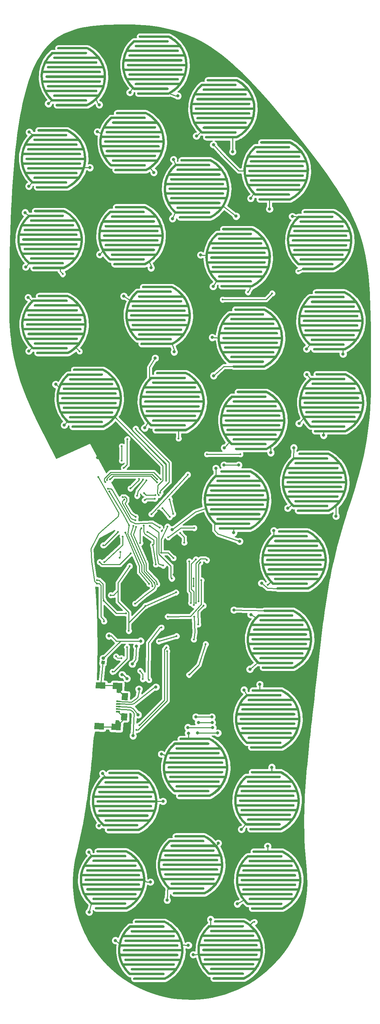
<source format=gtl>
G04 #@! TF.GenerationSoftware,KiCad,Pcbnew,(5.0.0)*
G04 #@! TF.CreationDate,2020-01-29T13:42:56+01:00*
G04 #@! TF.ProjectId,Insole_PCB,496E736F6C655F5043422E6B69636164,rev?*
G04 #@! TF.SameCoordinates,Original*
G04 #@! TF.FileFunction,Copper,L1,Top,Signal*
G04 #@! TF.FilePolarity,Positive*
%FSLAX46Y46*%
G04 Gerber Fmt 4.6, Leading zero omitted, Abs format (unit mm)*
G04 Created by KiCad (PCBNEW (5.0.0)) date 01/29/20 13:42:56*
%MOMM*%
%LPD*%
G01*
G04 APERTURE LIST*
G04 #@! TA.AperFunction,ComponentPad*
%ADD10C,0.850000*%
G04 #@! TD*
G04 #@! TA.AperFunction,Conductor*
%ADD11C,0.850000*%
G04 #@! TD*
G04 #@! TA.AperFunction,Conductor*
%ADD12C,0.100000*%
G04 #@! TD*
G04 #@! TA.AperFunction,SMDPad,CuDef*
%ADD13C,1.600000*%
G04 #@! TD*
G04 #@! TA.AperFunction,SMDPad,CuDef*
%ADD14C,1.500000*%
G04 #@! TD*
G04 #@! TA.AperFunction,SMDPad,CuDef*
%ADD15C,0.400000*%
G04 #@! TD*
G04 #@! TA.AperFunction,SMDPad,CuDef*
%ADD16C,0.500000*%
G04 #@! TD*
G04 #@! TA.AperFunction,ViaPad*
%ADD17C,0.800000*%
G04 #@! TD*
G04 #@! TA.AperFunction,ViaPad*
%ADD18C,0.500000*%
G04 #@! TD*
G04 #@! TA.AperFunction,ViaPad*
%ADD19C,0.600000*%
G04 #@! TD*
G04 #@! TA.AperFunction,Conductor*
%ADD20C,0.250000*%
G04 #@! TD*
G04 #@! TA.AperFunction,Conductor*
%ADD21C,0.160000*%
G04 #@! TD*
G04 #@! TA.AperFunction,Conductor*
%ADD22C,0.254000*%
G04 #@! TD*
G04 APERTURE END LIST*
D10*
G04 #@! TO.P,J2,2*
G04 #@! TO.N,+BATT*
X186929209Y-191863143D03*
D11*
G04 #@! TD*
G04 #@! TO.N,+BATT*
G04 #@! TO.C,J2*
X186929209Y-191863143D02*
X186929209Y-191863143D01*
D10*
G04 #@! TO.P,J2,1*
G04 #@! TO.N,-BATT*
X186859453Y-192860707D03*
D12*
G04 #@! TD*
G04 #@! TO.N,-BATT*
G04 #@! TO.C,J2*
G36*
X187313064Y-192466389D02*
X187253771Y-193314318D01*
X186405842Y-193255025D01*
X186465135Y-192407096D01*
X187313064Y-192466389D01*
X187313064Y-192466389D01*
G37*
D13*
G04 #@! TO.P,J1,6*
G04 #@! TO.N,-BATT*
X190549347Y-198824613D03*
D12*
G04 #@! TD*
G04 #@! TO.N,-BATT*
G04 #@! TO.C,J1*
G36*
X191087907Y-200594487D02*
X190288395Y-200566567D01*
X190321549Y-199617146D01*
X189322158Y-199582246D01*
X189377998Y-197983221D01*
X191776536Y-198066980D01*
X191712844Y-199890868D01*
X191087907Y-200594487D01*
X191087907Y-200594487D01*
G37*
D13*
G04 #@! TO.P,J1,6*
G04 #@! TO.N,-BATT*
X190186392Y-209218278D03*
D12*
G04 #@! TD*
G04 #@! TO.N,-BATT*
G04 #@! TO.C,J1*
G36*
X188959203Y-209975911D02*
X189015043Y-208376886D01*
X190014433Y-208411785D01*
X190047588Y-207462364D01*
X190847101Y-207490284D01*
X191421433Y-208235782D01*
X191357741Y-210059670D01*
X188959203Y-209975911D01*
X188959203Y-209975911D01*
G37*
D14*
G04 #@! TO.P,J1,6*
G04 #@! TO.N,-BATT*
X192227688Y-206637946D03*
D12*
G04 #@! TD*
G04 #@! TO.N,-BATT*
G04 #@! TO.C,J1*
G36*
X191509554Y-205712320D02*
X193008641Y-205764669D01*
X192945822Y-207563572D01*
X191446735Y-207511223D01*
X191509554Y-205712320D01*
X191509554Y-205712320D01*
G37*
D14*
G04 #@! TO.P,J1,6*
G04 #@! TO.N,-BATT*
X192405675Y-201541053D03*
D12*
G04 #@! TD*
G04 #@! TO.N,-BATT*
G04 #@! TO.C,J1*
G36*
X191687541Y-200615427D02*
X193186628Y-200667776D01*
X193123809Y-202466679D01*
X191624722Y-202414330D01*
X191687541Y-200615427D01*
X191687541Y-200615427D01*
G37*
D13*
G04 #@! TO.P,J1,6*
G04 #@! TO.N,-BATT*
X185890756Y-209018241D03*
D12*
G04 #@! TD*
G04 #@! TO.N,-BATT*
G04 #@! TO.C,J1*
G36*
X184719407Y-208176849D02*
X187117945Y-208260608D01*
X187062105Y-209859633D01*
X184663567Y-209775874D01*
X184719407Y-208176849D01*
X184719407Y-208176849D01*
G37*
D13*
G04 #@! TO.P,J1,6*
G04 #@! TO.N,-BATT*
X186250221Y-198724515D03*
D12*
G04 #@! TD*
G04 #@! TO.N,-BATT*
G04 #@! TO.C,J1*
G36*
X185078872Y-197883123D02*
X187477410Y-197966882D01*
X187421570Y-199565907D01*
X185023032Y-199482148D01*
X185078872Y-197883123D01*
X185078872Y-197883123D01*
G37*
D15*
G04 #@! TO.P,J1,5*
G04 #@! TO.N,-BATT*
X190647302Y-205331996D03*
D12*
G04 #@! TD*
G04 #@! TO.N,-BATT*
G04 #@! TO.C,J1*
G36*
X190129602Y-205113796D02*
X191178962Y-205150440D01*
X191165002Y-205550196D01*
X190115642Y-205513552D01*
X190129602Y-205113796D01*
X190129602Y-205113796D01*
G37*
D15*
G04 #@! TO.P,J1,4*
G04 #@! TO.N,/P0.7_USB*
X190669986Y-204682392D03*
D12*
G04 #@! TD*
G04 #@! TO.N,/P0.7_USB*
G04 #@! TO.C,J1*
G36*
X190152286Y-204464192D02*
X191201646Y-204500836D01*
X191187686Y-204900592D01*
X190138326Y-204863948D01*
X190152286Y-204464192D01*
X190152286Y-204464192D01*
G37*
D15*
G04 #@! TO.P,J1,3*
G04 #@! TO.N,/P0.6_USB*
X190692671Y-204032788D03*
D12*
G04 #@! TD*
G04 #@! TO.N,/P0.6_USB*
G04 #@! TO.C,J1*
G36*
X190174971Y-203814588D02*
X191224331Y-203851232D01*
X191210371Y-204250988D01*
X190161011Y-204214344D01*
X190174971Y-203814588D01*
X190174971Y-203814588D01*
G37*
D15*
G04 #@! TO.P,J1,2*
G04 #@! TO.N,/XRES_USB*
X190715356Y-203383184D03*
D12*
G04 #@! TD*
G04 #@! TO.N,/XRES_USB*
G04 #@! TO.C,J1*
G36*
X190197656Y-203164984D02*
X191247016Y-203201628D01*
X191233056Y-203601384D01*
X190183696Y-203564740D01*
X190197656Y-203164984D01*
X190197656Y-203164984D01*
G37*
D15*
G04 #@! TO.P,J1,1*
G04 #@! TO.N,+5V*
X190738041Y-202733580D03*
D12*
G04 #@! TD*
G04 #@! TO.N,+5V*
G04 #@! TO.C,J1*
G36*
X190220341Y-202515380D02*
X191269701Y-202552024D01*
X191255741Y-202951780D01*
X190206381Y-202915136D01*
X190220341Y-202515380D01*
X190220341Y-202515380D01*
G37*
D16*
G04 #@! TO.P,S0,2*
G04 #@! TO.N,/U1_A0*
X191344453Y-126120707D03*
D12*
G04 #@! TD*
G04 #@! TO.N,/U1_A0*
G04 #@! TO.C,S0*
G36*
X186848642Y-118620736D02*
X186877894Y-118622577D01*
X186906827Y-118627263D01*
X186935164Y-118634750D01*
X186962636Y-118644966D01*
X186968823Y-118647984D01*
X186995172Y-118660821D01*
X187680735Y-119037325D01*
X187684393Y-119039367D01*
X187695014Y-119046101D01*
X187705705Y-119052672D01*
X188351257Y-119494278D01*
X188354698Y-119496668D01*
X188364609Y-119504404D01*
X188374610Y-119511989D01*
X188973988Y-120014482D01*
X188977179Y-120017195D01*
X188986301Y-120025875D01*
X188995502Y-120034387D01*
X189542982Y-120592971D01*
X189545894Y-120595983D01*
X189554108Y-120605490D01*
X189562452Y-120614880D01*
X190052812Y-121224223D01*
X190055416Y-121227505D01*
X190062658Y-121237762D01*
X190070051Y-121247928D01*
X190498609Y-121902213D01*
X190500880Y-121905733D01*
X190507093Y-121916659D01*
X190513452Y-121927486D01*
X190876118Y-122620469D01*
X190878035Y-122624194D01*
X190883167Y-122635707D01*
X190888424Y-122647071D01*
X191181736Y-123372136D01*
X191183280Y-123376030D01*
X191187252Y-123387954D01*
X191191387Y-123399812D01*
X191412545Y-124150039D01*
X191413702Y-124154066D01*
X191416489Y-124166312D01*
X191419450Y-124178525D01*
X191566343Y-124946753D01*
X191567101Y-124950873D01*
X191568687Y-124963385D01*
X191570434Y-124975775D01*
X191641661Y-125754670D01*
X191642014Y-125758844D01*
X191642370Y-125771410D01*
X191642902Y-125783954D01*
X191637781Y-126566083D01*
X191637724Y-126570272D01*
X191636851Y-126582832D01*
X191636157Y-126595348D01*
X191554739Y-127373245D01*
X191554274Y-127377408D01*
X191552189Y-127389767D01*
X191550268Y-127402212D01*
X191393328Y-128168451D01*
X191392459Y-128172549D01*
X191389159Y-128184714D01*
X191386051Y-128196843D01*
X191155089Y-128944110D01*
X191153824Y-128948104D01*
X191149369Y-128959847D01*
X191145077Y-128971656D01*
X190842303Y-129692801D01*
X190842297Y-129692819D01*
X190842288Y-129692839D01*
X190840648Y-129696671D01*
X190835070Y-129707919D01*
X190829644Y-129719257D01*
X190457936Y-130407432D01*
X190455919Y-130411104D01*
X190449260Y-130421771D01*
X190442763Y-130432510D01*
X190005674Y-131081128D01*
X190003309Y-131084586D01*
X189995650Y-131094540D01*
X189988127Y-131104605D01*
X189489831Y-131707475D01*
X189487140Y-131710685D01*
X189478534Y-131719857D01*
X189470077Y-131729127D01*
X188915329Y-132280495D01*
X188912337Y-132283428D01*
X188902891Y-132291704D01*
X188893556Y-132300117D01*
X188287651Y-132794719D01*
X188284387Y-132797346D01*
X188274179Y-132804660D01*
X188264067Y-132812122D01*
X187612789Y-133245238D01*
X187609285Y-133247534D01*
X187599187Y-133253370D01*
X187589235Y-133259391D01*
X186987025Y-133584664D01*
X186985412Y-133585520D01*
X186985294Y-133585591D01*
X186985167Y-133585651D01*
X186983325Y-133586629D01*
X186971038Y-133592300D01*
X186958774Y-133598071D01*
X186957719Y-133598447D01*
X186956713Y-133598911D01*
X186943997Y-133603333D01*
X186931163Y-133607903D01*
X186930075Y-133608174D01*
X186929029Y-133608538D01*
X186915921Y-133611703D01*
X186902723Y-133614994D01*
X186901619Y-133615157D01*
X186900538Y-133615418D01*
X186887073Y-133617305D01*
X186873728Y-133619275D01*
X186872626Y-133619329D01*
X186871512Y-133619485D01*
X186857894Y-133620050D01*
X186844453Y-133620707D01*
X179144453Y-133620707D01*
X179140264Y-133620678D01*
X179111012Y-133618837D01*
X179082079Y-133614151D01*
X179053742Y-133606664D01*
X179026270Y-133596448D01*
X178999927Y-133583599D01*
X178974963Y-133568241D01*
X178951617Y-133550520D01*
X178930111Y-133530606D01*
X178910652Y-133508688D01*
X178893424Y-133484976D01*
X178878592Y-133459696D01*
X178866298Y-133433089D01*
X178856659Y-133405409D01*
X178849767Y-133376921D01*
X178845688Y-133347897D01*
X178844460Y-133318613D01*
X178846096Y-133289348D01*
X178850580Y-133260384D01*
X178857869Y-133231995D01*
X178867894Y-133204452D01*
X178880558Y-133178020D01*
X178895742Y-133152949D01*
X178913299Y-133129480D01*
X178933063Y-133107836D01*
X178954844Y-133088224D01*
X178978436Y-133070831D01*
X179003612Y-133055823D01*
X179030132Y-133043343D01*
X179057743Y-133033511D01*
X179086183Y-133026420D01*
X179115178Y-133022139D01*
X179144453Y-133020707D01*
X186768611Y-133020707D01*
X187291993Y-132738012D01*
X187919595Y-132320641D01*
X188502767Y-131844596D01*
X189036703Y-131313913D01*
X189113742Y-131220707D01*
X178544453Y-131220707D01*
X178540264Y-131220678D01*
X178511012Y-131218837D01*
X178482079Y-131214151D01*
X178453742Y-131206664D01*
X178426270Y-131196448D01*
X178399927Y-131183599D01*
X178374963Y-131168241D01*
X178351617Y-131150520D01*
X178330111Y-131130606D01*
X178310652Y-131108688D01*
X178293424Y-131084976D01*
X178278592Y-131059696D01*
X178266298Y-131033089D01*
X178256659Y-131005409D01*
X178249767Y-130976921D01*
X178245688Y-130947897D01*
X178244460Y-130918613D01*
X178246096Y-130889348D01*
X178250580Y-130860384D01*
X178257869Y-130831995D01*
X178267894Y-130804452D01*
X178280558Y-130778020D01*
X178295742Y-130752949D01*
X178313299Y-130729480D01*
X178333063Y-130707836D01*
X178354844Y-130688224D01*
X178378436Y-130670831D01*
X178403612Y-130655823D01*
X178430132Y-130643343D01*
X178457743Y-130633511D01*
X178486183Y-130626420D01*
X178515178Y-130622139D01*
X178544453Y-130620707D01*
X189592422Y-130620707D01*
X189936995Y-130109379D01*
X190294759Y-129447020D01*
X190557716Y-128820707D01*
X176944453Y-128820707D01*
X176940264Y-128820678D01*
X176911012Y-128818837D01*
X176882079Y-128814151D01*
X176853742Y-128806664D01*
X176826270Y-128796448D01*
X176799927Y-128783599D01*
X176774963Y-128768241D01*
X176751617Y-128750520D01*
X176730111Y-128730606D01*
X176710652Y-128708688D01*
X176693424Y-128684976D01*
X176678592Y-128659696D01*
X176666298Y-128633089D01*
X176656659Y-128605409D01*
X176649767Y-128576921D01*
X176645688Y-128547897D01*
X176644460Y-128518613D01*
X176646096Y-128489348D01*
X176650580Y-128460384D01*
X176657869Y-128431995D01*
X176667894Y-128404452D01*
X176680558Y-128378020D01*
X176695742Y-128352949D01*
X176713299Y-128329480D01*
X176733063Y-128307836D01*
X176754844Y-128288224D01*
X176778436Y-128270831D01*
X176803612Y-128255823D01*
X176830132Y-128243343D01*
X176857743Y-128233511D01*
X176886183Y-128226420D01*
X176915178Y-128222139D01*
X176944453Y-128220707D01*
X190750670Y-128220707D01*
X190808473Y-128033688D01*
X190959527Y-127296190D01*
X191037889Y-126547489D01*
X191038719Y-126420707D01*
X176544453Y-126420707D01*
X176540264Y-126420678D01*
X176511012Y-126418837D01*
X176482079Y-126414151D01*
X176453742Y-126406664D01*
X176426270Y-126396448D01*
X176399927Y-126383599D01*
X176374963Y-126368241D01*
X176351617Y-126350520D01*
X176330111Y-126330606D01*
X176310652Y-126308688D01*
X176293424Y-126284976D01*
X176278592Y-126259696D01*
X176266298Y-126233089D01*
X176256659Y-126205409D01*
X176249767Y-126176921D01*
X176245688Y-126147897D01*
X176244460Y-126118613D01*
X176246096Y-126089348D01*
X176250580Y-126060384D01*
X176257869Y-126031995D01*
X176267894Y-126004452D01*
X176280558Y-125978020D01*
X176295742Y-125952949D01*
X176313299Y-125929480D01*
X176333063Y-125907836D01*
X176354844Y-125888224D01*
X176378436Y-125870831D01*
X176403612Y-125855823D01*
X176430132Y-125843343D01*
X176457743Y-125833511D01*
X176486183Y-125826420D01*
X176515178Y-125822139D01*
X176544453Y-125820707D01*
X191042648Y-125820707D01*
X191042818Y-125794689D01*
X190974265Y-125045034D01*
X190832880Y-124305614D01*
X190748893Y-124020707D01*
X176944453Y-124020707D01*
X176940264Y-124020678D01*
X176911012Y-124018837D01*
X176882079Y-124014151D01*
X176853742Y-124006664D01*
X176826270Y-123996448D01*
X176799927Y-123983599D01*
X176774963Y-123968241D01*
X176751617Y-123950520D01*
X176730111Y-123930606D01*
X176710652Y-123908688D01*
X176693424Y-123884976D01*
X176678592Y-123859696D01*
X176666298Y-123833089D01*
X176656659Y-123805409D01*
X176649767Y-123776921D01*
X176645688Y-123747897D01*
X176644460Y-123718613D01*
X176646096Y-123689348D01*
X176650580Y-123660384D01*
X176657869Y-123631995D01*
X176667894Y-123604452D01*
X176680558Y-123578020D01*
X176695742Y-123552949D01*
X176713299Y-123529480D01*
X176733063Y-123507836D01*
X176754844Y-123488224D01*
X176778436Y-123470831D01*
X176803612Y-123455823D01*
X176830132Y-123443343D01*
X176857743Y-123433511D01*
X176886183Y-123426420D01*
X176915178Y-123422139D01*
X176944453Y-123420707D01*
X190554150Y-123420707D01*
X190337716Y-122885682D01*
X189988651Y-122218691D01*
X189596970Y-121620707D01*
X178544453Y-121620707D01*
X178540264Y-121620678D01*
X178511012Y-121618837D01*
X178482079Y-121614151D01*
X178453742Y-121606664D01*
X178426270Y-121596448D01*
X178399927Y-121583599D01*
X178374963Y-121568241D01*
X178351617Y-121550520D01*
X178330111Y-121530606D01*
X178310652Y-121508688D01*
X178293424Y-121484976D01*
X178278592Y-121459696D01*
X178266298Y-121433089D01*
X178256659Y-121405409D01*
X178249767Y-121376921D01*
X178245688Y-121347897D01*
X178244460Y-121318613D01*
X178246096Y-121289348D01*
X178250580Y-121260384D01*
X178257869Y-121231995D01*
X178267894Y-121204452D01*
X178280558Y-121178020D01*
X178295742Y-121152949D01*
X178313299Y-121129480D01*
X178333063Y-121107836D01*
X178354844Y-121088224D01*
X178378436Y-121070831D01*
X178403612Y-121055823D01*
X178430132Y-121043343D01*
X178457743Y-121033511D01*
X178486183Y-121026420D01*
X178515178Y-121022139D01*
X178544453Y-121020707D01*
X189118881Y-121020707D01*
X189104209Y-121002475D01*
X188577267Y-120464846D01*
X188000384Y-119981211D01*
X187379053Y-119556173D01*
X186768214Y-119220707D01*
X179544453Y-119220707D01*
X179540264Y-119220678D01*
X179511012Y-119218837D01*
X179482079Y-119214151D01*
X179453742Y-119206664D01*
X179426270Y-119196448D01*
X179399927Y-119183599D01*
X179374963Y-119168241D01*
X179351617Y-119150520D01*
X179330111Y-119130606D01*
X179310652Y-119108688D01*
X179293424Y-119084976D01*
X179278592Y-119059696D01*
X179266298Y-119033089D01*
X179256659Y-119005409D01*
X179249767Y-118976921D01*
X179245688Y-118947897D01*
X179244460Y-118918613D01*
X179246096Y-118889348D01*
X179250580Y-118860384D01*
X179257869Y-118831995D01*
X179267894Y-118804452D01*
X179280558Y-118778020D01*
X179295742Y-118752949D01*
X179313299Y-118729480D01*
X179333063Y-118707836D01*
X179354844Y-118688224D01*
X179378436Y-118670831D01*
X179403612Y-118655823D01*
X179430132Y-118643343D01*
X179457743Y-118633511D01*
X179486183Y-118626420D01*
X179515178Y-118622139D01*
X179544453Y-118620707D01*
X186844453Y-118620707D01*
X186848642Y-118620736D01*
X186848642Y-118620736D01*
G37*
D16*
G04 #@! TO.P,S0,1*
G04 #@! TO.N,/U1_Data*
X175344453Y-126120707D03*
D12*
G04 #@! TD*
G04 #@! TO.N,/U1_Data*
G04 #@! TO.C,S0*
G36*
X186548642Y-119820736D02*
X186577894Y-119822577D01*
X186606827Y-119827263D01*
X186635164Y-119834750D01*
X186662636Y-119844966D01*
X186688979Y-119857815D01*
X186713943Y-119873173D01*
X186737289Y-119890894D01*
X186758795Y-119910808D01*
X186778254Y-119932726D01*
X186795482Y-119956438D01*
X186810314Y-119981718D01*
X186822608Y-120008325D01*
X186832247Y-120036005D01*
X186839139Y-120064493D01*
X186843218Y-120093517D01*
X186844446Y-120122801D01*
X186842810Y-120152066D01*
X186838326Y-120181030D01*
X186831037Y-120209419D01*
X186821012Y-120236962D01*
X186808348Y-120263394D01*
X186793164Y-120288465D01*
X186775607Y-120311934D01*
X186755843Y-120333578D01*
X186734062Y-120353190D01*
X186710470Y-120370583D01*
X186685294Y-120385591D01*
X186658774Y-120398071D01*
X186631163Y-120407903D01*
X186602723Y-120414994D01*
X186573728Y-120419275D01*
X186544453Y-120420707D01*
X178160680Y-120420707D01*
X178067889Y-120505304D01*
X177542012Y-121050917D01*
X177074971Y-121641344D01*
X176702386Y-122220707D01*
X189144453Y-122220707D01*
X189148642Y-122220736D01*
X189177894Y-122222577D01*
X189206827Y-122227263D01*
X189235164Y-122234750D01*
X189262636Y-122244966D01*
X189288979Y-122257815D01*
X189313943Y-122273173D01*
X189337289Y-122290894D01*
X189358795Y-122310808D01*
X189378254Y-122332726D01*
X189395482Y-122356438D01*
X189410314Y-122381718D01*
X189422608Y-122408325D01*
X189432247Y-122436005D01*
X189439139Y-122464493D01*
X189443218Y-122493517D01*
X189444446Y-122522801D01*
X189442810Y-122552066D01*
X189438326Y-122581030D01*
X189431037Y-122609419D01*
X189421012Y-122636962D01*
X189408348Y-122663394D01*
X189393164Y-122688465D01*
X189375607Y-122711934D01*
X189355843Y-122733578D01*
X189334062Y-122753190D01*
X189310470Y-122770583D01*
X189285294Y-122785591D01*
X189258774Y-122798071D01*
X189231163Y-122807903D01*
X189202723Y-122814994D01*
X189173728Y-122819275D01*
X189144453Y-122820707D01*
X176387745Y-122820707D01*
X176324327Y-122944398D01*
X176047880Y-123644595D01*
X175841079Y-124368431D01*
X175795029Y-124620707D01*
X190044453Y-124620707D01*
X190048642Y-124620736D01*
X190077894Y-124622577D01*
X190106827Y-124627263D01*
X190135164Y-124634750D01*
X190162636Y-124644966D01*
X190188979Y-124657815D01*
X190213943Y-124673173D01*
X190237289Y-124690894D01*
X190258795Y-124710808D01*
X190278254Y-124732726D01*
X190295482Y-124756438D01*
X190310314Y-124781718D01*
X190322608Y-124808325D01*
X190332247Y-124836005D01*
X190339139Y-124864493D01*
X190343218Y-124893517D01*
X190344446Y-124922801D01*
X190342810Y-124952066D01*
X190338326Y-124981030D01*
X190331037Y-125009419D01*
X190321012Y-125036962D01*
X190308348Y-125063394D01*
X190293164Y-125088465D01*
X190275607Y-125111934D01*
X190255843Y-125133578D01*
X190234062Y-125153190D01*
X190210470Y-125170583D01*
X190185294Y-125185591D01*
X190158774Y-125198071D01*
X190131163Y-125207903D01*
X190102723Y-125214994D01*
X190073728Y-125219275D01*
X190044453Y-125220707D01*
X175696625Y-125220707D01*
X175643627Y-125859217D01*
X175654864Y-126611943D01*
X175701113Y-127020707D01*
X190044453Y-127020707D01*
X190048642Y-127020736D01*
X190077894Y-127022577D01*
X190106827Y-127027263D01*
X190135164Y-127034750D01*
X190162636Y-127044966D01*
X190188979Y-127057815D01*
X190213943Y-127073173D01*
X190237289Y-127090894D01*
X190258795Y-127110808D01*
X190278254Y-127132726D01*
X190295482Y-127156438D01*
X190310314Y-127181718D01*
X190322608Y-127208325D01*
X190332247Y-127236005D01*
X190339139Y-127264493D01*
X190343218Y-127293517D01*
X190344446Y-127322801D01*
X190342810Y-127352066D01*
X190338326Y-127381030D01*
X190331037Y-127409419D01*
X190321012Y-127436962D01*
X190308348Y-127463394D01*
X190293164Y-127488465D01*
X190275607Y-127511934D01*
X190255843Y-127533578D01*
X190234062Y-127553190D01*
X190210470Y-127570583D01*
X190185294Y-127585591D01*
X190158774Y-127598071D01*
X190131163Y-127607903D01*
X190102723Y-127614994D01*
X190073728Y-127619275D01*
X190044453Y-127620707D01*
X175795184Y-127620707D01*
X175896725Y-128096164D01*
X176125040Y-128813507D01*
X176385979Y-129420707D01*
X189144453Y-129420707D01*
X189148642Y-129420736D01*
X189177894Y-129422577D01*
X189206827Y-129427263D01*
X189235164Y-129434750D01*
X189262636Y-129444966D01*
X189288979Y-129457815D01*
X189313943Y-129473173D01*
X189337289Y-129490894D01*
X189358795Y-129510808D01*
X189378254Y-129532726D01*
X189395482Y-129556438D01*
X189410314Y-129581718D01*
X189422608Y-129608325D01*
X189432247Y-129636005D01*
X189439139Y-129664493D01*
X189443218Y-129693517D01*
X189444446Y-129722801D01*
X189442810Y-129752066D01*
X189438326Y-129781030D01*
X189431037Y-129809419D01*
X189421012Y-129836962D01*
X189408348Y-129863394D01*
X189393164Y-129888465D01*
X189375607Y-129911934D01*
X189355843Y-129933578D01*
X189334062Y-129953190D01*
X189310470Y-129970583D01*
X189285294Y-129985591D01*
X189258774Y-129998071D01*
X189231163Y-130007903D01*
X189202723Y-130014994D01*
X189173728Y-130019275D01*
X189144453Y-130020707D01*
X176706346Y-130020707D01*
X176785566Y-130164480D01*
X177211474Y-130785219D01*
X177695921Y-131361431D01*
X178165824Y-131820707D01*
X186544453Y-131820707D01*
X186548642Y-131820736D01*
X186577894Y-131822577D01*
X186606827Y-131827263D01*
X186635164Y-131834750D01*
X186662636Y-131844966D01*
X186688979Y-131857815D01*
X186713943Y-131873173D01*
X186737289Y-131890894D01*
X186758795Y-131910808D01*
X186778254Y-131932726D01*
X186795482Y-131956438D01*
X186810314Y-131981718D01*
X186822608Y-132008325D01*
X186832247Y-132036005D01*
X186839139Y-132064493D01*
X186843218Y-132093517D01*
X186844446Y-132122801D01*
X186842810Y-132152066D01*
X186838326Y-132181030D01*
X186831037Y-132209419D01*
X186821012Y-132236962D01*
X186808348Y-132263394D01*
X186793164Y-132288465D01*
X186775607Y-132311934D01*
X186755843Y-132333578D01*
X186734062Y-132353190D01*
X186710470Y-132370583D01*
X186685294Y-132385591D01*
X186658774Y-132398071D01*
X186631163Y-132407903D01*
X186602723Y-132414994D01*
X186573728Y-132419275D01*
X186544453Y-132420707D01*
X178044453Y-132420707D01*
X178040264Y-132420678D01*
X178011012Y-132418837D01*
X177982079Y-132414151D01*
X177953742Y-132406664D01*
X177926270Y-132396448D01*
X177899927Y-132383599D01*
X177874963Y-132368241D01*
X177851617Y-132350520D01*
X177843583Y-132343081D01*
X177825392Y-132326962D01*
X177266043Y-131780262D01*
X177263067Y-131777313D01*
X177254678Y-131768013D01*
X177246107Y-131758776D01*
X176742777Y-131160103D01*
X176740103Y-131156878D01*
X176732624Y-131146754D01*
X176725034Y-131136774D01*
X176282525Y-130491840D01*
X176280179Y-130488370D01*
X176273746Y-130477601D01*
X176267143Y-130466892D01*
X175889681Y-129781856D01*
X175887684Y-129778173D01*
X175882316Y-129766793D01*
X175876806Y-129755524D01*
X175567993Y-129036924D01*
X175566366Y-129033064D01*
X175562134Y-129021215D01*
X175557750Y-129009462D01*
X175320535Y-128264156D01*
X175319292Y-128260156D01*
X175316235Y-128247945D01*
X175313021Y-128235827D01*
X175149666Y-127470931D01*
X175148819Y-127466828D01*
X175146968Y-127454372D01*
X175144952Y-127442002D01*
X175057018Y-126664815D01*
X175056576Y-126660649D01*
X175055951Y-126648111D01*
X175055149Y-126635565D01*
X175043474Y-125853506D01*
X175043441Y-125849317D01*
X175044043Y-125836757D01*
X175044469Y-125824213D01*
X175109166Y-125044748D01*
X175109541Y-125040576D01*
X175111369Y-125028114D01*
X175113015Y-125015692D01*
X175253466Y-124246259D01*
X175254246Y-124242144D01*
X175257283Y-124229916D01*
X175260131Y-124217718D01*
X175474994Y-123465664D01*
X175476172Y-123461645D01*
X175480387Y-123449772D01*
X175484413Y-123437909D01*
X175771639Y-122710410D01*
X175773204Y-122706525D01*
X175778541Y-122695155D01*
X175783721Y-122683707D01*
X176140567Y-121987709D01*
X176142504Y-121983995D01*
X176148932Y-121973188D01*
X176155198Y-121962312D01*
X176578258Y-121304459D01*
X176580549Y-121300951D01*
X176587996Y-121290829D01*
X176595297Y-121280610D01*
X177080534Y-120667180D01*
X177083156Y-120663912D01*
X177091565Y-120654555D01*
X177099819Y-120645108D01*
X177642600Y-120081956D01*
X177645528Y-120078960D01*
X177651134Y-120073831D01*
X177656486Y-120068450D01*
X177842335Y-119899013D01*
X177845450Y-119896212D01*
X177850267Y-119892346D01*
X177854844Y-119888224D01*
X177861672Y-119883190D01*
X177868307Y-119877864D01*
X177873480Y-119874485D01*
X177878436Y-119870831D01*
X177885723Y-119866487D01*
X177892846Y-119861834D01*
X177898319Y-119858978D01*
X177903612Y-119855823D01*
X177911298Y-119852206D01*
X177918830Y-119848276D01*
X177924547Y-119845971D01*
X177930132Y-119843343D01*
X177938138Y-119840492D01*
X177946014Y-119837317D01*
X177951930Y-119835581D01*
X177957743Y-119833511D01*
X177965996Y-119831453D01*
X177974138Y-119829064D01*
X177980188Y-119827915D01*
X177986183Y-119826420D01*
X177994593Y-119825178D01*
X178002933Y-119823594D01*
X178009077Y-119823040D01*
X178015178Y-119822139D01*
X178023668Y-119821724D01*
X178032124Y-119820961D01*
X178038285Y-119821009D01*
X178044453Y-119820707D01*
X186544453Y-119820707D01*
X186548642Y-119820736D01*
X186548642Y-119820736D01*
G37*
D16*
G04 #@! TO.P,S1,1*
G04 #@! TO.N,/U1_Data*
X166429453Y-107470707D03*
D12*
G04 #@! TD*
G04 #@! TO.N,/U1_Data*
G04 #@! TO.C,S1*
G36*
X177633642Y-101170736D02*
X177662894Y-101172577D01*
X177691827Y-101177263D01*
X177720164Y-101184750D01*
X177747636Y-101194966D01*
X177773979Y-101207815D01*
X177798943Y-101223173D01*
X177822289Y-101240894D01*
X177843795Y-101260808D01*
X177863254Y-101282726D01*
X177880482Y-101306438D01*
X177895314Y-101331718D01*
X177907608Y-101358325D01*
X177917247Y-101386005D01*
X177924139Y-101414493D01*
X177928218Y-101443517D01*
X177929446Y-101472801D01*
X177927810Y-101502066D01*
X177923326Y-101531030D01*
X177916037Y-101559419D01*
X177906012Y-101586962D01*
X177893348Y-101613394D01*
X177878164Y-101638465D01*
X177860607Y-101661934D01*
X177840843Y-101683578D01*
X177819062Y-101703190D01*
X177795470Y-101720583D01*
X177770294Y-101735591D01*
X177743774Y-101748071D01*
X177716163Y-101757903D01*
X177687723Y-101764994D01*
X177658728Y-101769275D01*
X177629453Y-101770707D01*
X169245680Y-101770707D01*
X169152889Y-101855304D01*
X168627012Y-102400917D01*
X168159971Y-102991344D01*
X167787386Y-103570707D01*
X180229453Y-103570707D01*
X180233642Y-103570736D01*
X180262894Y-103572577D01*
X180291827Y-103577263D01*
X180320164Y-103584750D01*
X180347636Y-103594966D01*
X180373979Y-103607815D01*
X180398943Y-103623173D01*
X180422289Y-103640894D01*
X180443795Y-103660808D01*
X180463254Y-103682726D01*
X180480482Y-103706438D01*
X180495314Y-103731718D01*
X180507608Y-103758325D01*
X180517247Y-103786005D01*
X180524139Y-103814493D01*
X180528218Y-103843517D01*
X180529446Y-103872801D01*
X180527810Y-103902066D01*
X180523326Y-103931030D01*
X180516037Y-103959419D01*
X180506012Y-103986962D01*
X180493348Y-104013394D01*
X180478164Y-104038465D01*
X180460607Y-104061934D01*
X180440843Y-104083578D01*
X180419062Y-104103190D01*
X180395470Y-104120583D01*
X180370294Y-104135591D01*
X180343774Y-104148071D01*
X180316163Y-104157903D01*
X180287723Y-104164994D01*
X180258728Y-104169275D01*
X180229453Y-104170707D01*
X167472745Y-104170707D01*
X167409327Y-104294398D01*
X167132880Y-104994595D01*
X166926079Y-105718431D01*
X166880029Y-105970707D01*
X181129453Y-105970707D01*
X181133642Y-105970736D01*
X181162894Y-105972577D01*
X181191827Y-105977263D01*
X181220164Y-105984750D01*
X181247636Y-105994966D01*
X181273979Y-106007815D01*
X181298943Y-106023173D01*
X181322289Y-106040894D01*
X181343795Y-106060808D01*
X181363254Y-106082726D01*
X181380482Y-106106438D01*
X181395314Y-106131718D01*
X181407608Y-106158325D01*
X181417247Y-106186005D01*
X181424139Y-106214493D01*
X181428218Y-106243517D01*
X181429446Y-106272801D01*
X181427810Y-106302066D01*
X181423326Y-106331030D01*
X181416037Y-106359419D01*
X181406012Y-106386962D01*
X181393348Y-106413394D01*
X181378164Y-106438465D01*
X181360607Y-106461934D01*
X181340843Y-106483578D01*
X181319062Y-106503190D01*
X181295470Y-106520583D01*
X181270294Y-106535591D01*
X181243774Y-106548071D01*
X181216163Y-106557903D01*
X181187723Y-106564994D01*
X181158728Y-106569275D01*
X181129453Y-106570707D01*
X166781625Y-106570707D01*
X166728627Y-107209217D01*
X166739864Y-107961943D01*
X166786113Y-108370707D01*
X181129453Y-108370707D01*
X181133642Y-108370736D01*
X181162894Y-108372577D01*
X181191827Y-108377263D01*
X181220164Y-108384750D01*
X181247636Y-108394966D01*
X181273979Y-108407815D01*
X181298943Y-108423173D01*
X181322289Y-108440894D01*
X181343795Y-108460808D01*
X181363254Y-108482726D01*
X181380482Y-108506438D01*
X181395314Y-108531718D01*
X181407608Y-108558325D01*
X181417247Y-108586005D01*
X181424139Y-108614493D01*
X181428218Y-108643517D01*
X181429446Y-108672801D01*
X181427810Y-108702066D01*
X181423326Y-108731030D01*
X181416037Y-108759419D01*
X181406012Y-108786962D01*
X181393348Y-108813394D01*
X181378164Y-108838465D01*
X181360607Y-108861934D01*
X181340843Y-108883578D01*
X181319062Y-108903190D01*
X181295470Y-108920583D01*
X181270294Y-108935591D01*
X181243774Y-108948071D01*
X181216163Y-108957903D01*
X181187723Y-108964994D01*
X181158728Y-108969275D01*
X181129453Y-108970707D01*
X166880184Y-108970707D01*
X166981725Y-109446164D01*
X167210040Y-110163507D01*
X167470979Y-110770707D01*
X180229453Y-110770707D01*
X180233642Y-110770736D01*
X180262894Y-110772577D01*
X180291827Y-110777263D01*
X180320164Y-110784750D01*
X180347636Y-110794966D01*
X180373979Y-110807815D01*
X180398943Y-110823173D01*
X180422289Y-110840894D01*
X180443795Y-110860808D01*
X180463254Y-110882726D01*
X180480482Y-110906438D01*
X180495314Y-110931718D01*
X180507608Y-110958325D01*
X180517247Y-110986005D01*
X180524139Y-111014493D01*
X180528218Y-111043517D01*
X180529446Y-111072801D01*
X180527810Y-111102066D01*
X180523326Y-111131030D01*
X180516037Y-111159419D01*
X180506012Y-111186962D01*
X180493348Y-111213394D01*
X180478164Y-111238465D01*
X180460607Y-111261934D01*
X180440843Y-111283578D01*
X180419062Y-111303190D01*
X180395470Y-111320583D01*
X180370294Y-111335591D01*
X180343774Y-111348071D01*
X180316163Y-111357903D01*
X180287723Y-111364994D01*
X180258728Y-111369275D01*
X180229453Y-111370707D01*
X167791346Y-111370707D01*
X167870566Y-111514480D01*
X168296474Y-112135219D01*
X168780921Y-112711431D01*
X169250824Y-113170707D01*
X177629453Y-113170707D01*
X177633642Y-113170736D01*
X177662894Y-113172577D01*
X177691827Y-113177263D01*
X177720164Y-113184750D01*
X177747636Y-113194966D01*
X177773979Y-113207815D01*
X177798943Y-113223173D01*
X177822289Y-113240894D01*
X177843795Y-113260808D01*
X177863254Y-113282726D01*
X177880482Y-113306438D01*
X177895314Y-113331718D01*
X177907608Y-113358325D01*
X177917247Y-113386005D01*
X177924139Y-113414493D01*
X177928218Y-113443517D01*
X177929446Y-113472801D01*
X177927810Y-113502066D01*
X177923326Y-113531030D01*
X177916037Y-113559419D01*
X177906012Y-113586962D01*
X177893348Y-113613394D01*
X177878164Y-113638465D01*
X177860607Y-113661934D01*
X177840843Y-113683578D01*
X177819062Y-113703190D01*
X177795470Y-113720583D01*
X177770294Y-113735591D01*
X177743774Y-113748071D01*
X177716163Y-113757903D01*
X177687723Y-113764994D01*
X177658728Y-113769275D01*
X177629453Y-113770707D01*
X169129453Y-113770707D01*
X169125264Y-113770678D01*
X169096012Y-113768837D01*
X169067079Y-113764151D01*
X169038742Y-113756664D01*
X169011270Y-113746448D01*
X168984927Y-113733599D01*
X168959963Y-113718241D01*
X168936617Y-113700520D01*
X168928583Y-113693081D01*
X168910392Y-113676962D01*
X168351043Y-113130262D01*
X168348067Y-113127313D01*
X168339678Y-113118013D01*
X168331107Y-113108776D01*
X167827777Y-112510103D01*
X167825103Y-112506878D01*
X167817624Y-112496754D01*
X167810034Y-112486774D01*
X167367525Y-111841840D01*
X167365179Y-111838370D01*
X167358746Y-111827601D01*
X167352143Y-111816892D01*
X166974681Y-111131856D01*
X166972684Y-111128173D01*
X166967316Y-111116793D01*
X166961806Y-111105524D01*
X166652993Y-110386924D01*
X166651366Y-110383064D01*
X166647134Y-110371215D01*
X166642750Y-110359462D01*
X166405535Y-109614156D01*
X166404292Y-109610156D01*
X166401235Y-109597945D01*
X166398021Y-109585827D01*
X166234666Y-108820931D01*
X166233819Y-108816828D01*
X166231968Y-108804372D01*
X166229952Y-108792002D01*
X166142018Y-108014815D01*
X166141576Y-108010649D01*
X166140951Y-107998111D01*
X166140149Y-107985565D01*
X166128474Y-107203506D01*
X166128441Y-107199317D01*
X166129043Y-107186757D01*
X166129469Y-107174213D01*
X166194166Y-106394748D01*
X166194541Y-106390576D01*
X166196369Y-106378114D01*
X166198015Y-106365692D01*
X166338466Y-105596259D01*
X166339246Y-105592144D01*
X166342283Y-105579916D01*
X166345131Y-105567718D01*
X166559994Y-104815664D01*
X166561172Y-104811645D01*
X166565387Y-104799772D01*
X166569413Y-104787909D01*
X166856639Y-104060410D01*
X166858204Y-104056525D01*
X166863541Y-104045155D01*
X166868721Y-104033707D01*
X167225567Y-103337709D01*
X167227504Y-103333995D01*
X167233932Y-103323188D01*
X167240198Y-103312312D01*
X167663258Y-102654459D01*
X167665549Y-102650951D01*
X167672996Y-102640829D01*
X167680297Y-102630610D01*
X168165534Y-102017180D01*
X168168156Y-102013912D01*
X168176565Y-102004555D01*
X168184819Y-101995108D01*
X168727600Y-101431956D01*
X168730528Y-101428960D01*
X168736134Y-101423831D01*
X168741486Y-101418450D01*
X168927335Y-101249013D01*
X168930450Y-101246212D01*
X168935267Y-101242346D01*
X168939844Y-101238224D01*
X168946672Y-101233190D01*
X168953307Y-101227864D01*
X168958480Y-101224485D01*
X168963436Y-101220831D01*
X168970723Y-101216487D01*
X168977846Y-101211834D01*
X168983319Y-101208978D01*
X168988612Y-101205823D01*
X168996298Y-101202206D01*
X169003830Y-101198276D01*
X169009547Y-101195971D01*
X169015132Y-101193343D01*
X169023138Y-101190492D01*
X169031014Y-101187317D01*
X169036930Y-101185581D01*
X169042743Y-101183511D01*
X169050996Y-101181453D01*
X169059138Y-101179064D01*
X169065188Y-101177915D01*
X169071183Y-101176420D01*
X169079593Y-101175178D01*
X169087933Y-101173594D01*
X169094077Y-101173040D01*
X169100178Y-101172139D01*
X169108668Y-101171724D01*
X169117124Y-101170961D01*
X169123285Y-101171009D01*
X169129453Y-101170707D01*
X177629453Y-101170707D01*
X177633642Y-101170736D01*
X177633642Y-101170736D01*
G37*
D16*
G04 #@! TO.P,S1,2*
G04 #@! TO.N,/U1_A1*
X182429453Y-107470707D03*
D12*
G04 #@! TD*
G04 #@! TO.N,/U1_A1*
G04 #@! TO.C,S1*
G36*
X177933642Y-99970736D02*
X177962894Y-99972577D01*
X177991827Y-99977263D01*
X178020164Y-99984750D01*
X178047636Y-99994966D01*
X178053823Y-99997984D01*
X178080172Y-100010821D01*
X178765735Y-100387325D01*
X178769393Y-100389367D01*
X178780014Y-100396101D01*
X178790705Y-100402672D01*
X179436257Y-100844278D01*
X179439698Y-100846668D01*
X179449609Y-100854404D01*
X179459610Y-100861989D01*
X180058988Y-101364482D01*
X180062179Y-101367195D01*
X180071301Y-101375875D01*
X180080502Y-101384387D01*
X180627982Y-101942971D01*
X180630894Y-101945983D01*
X180639108Y-101955490D01*
X180647452Y-101964880D01*
X181137812Y-102574223D01*
X181140416Y-102577505D01*
X181147658Y-102587762D01*
X181155051Y-102597928D01*
X181583609Y-103252213D01*
X181585880Y-103255733D01*
X181592093Y-103266659D01*
X181598452Y-103277486D01*
X181961118Y-103970469D01*
X181963035Y-103974194D01*
X181968167Y-103985707D01*
X181973424Y-103997071D01*
X182266736Y-104722136D01*
X182268280Y-104726030D01*
X182272252Y-104737954D01*
X182276387Y-104749812D01*
X182497545Y-105500039D01*
X182498702Y-105504066D01*
X182501489Y-105516312D01*
X182504450Y-105528525D01*
X182651343Y-106296753D01*
X182652101Y-106300873D01*
X182653687Y-106313385D01*
X182655434Y-106325775D01*
X182726661Y-107104670D01*
X182727014Y-107108844D01*
X182727370Y-107121410D01*
X182727902Y-107133954D01*
X182722781Y-107916083D01*
X182722724Y-107920272D01*
X182721851Y-107932832D01*
X182721157Y-107945348D01*
X182639739Y-108723245D01*
X182639274Y-108727408D01*
X182637189Y-108739767D01*
X182635268Y-108752212D01*
X182478328Y-109518451D01*
X182477459Y-109522549D01*
X182474159Y-109534714D01*
X182471051Y-109546843D01*
X182240089Y-110294110D01*
X182238824Y-110298104D01*
X182234369Y-110309847D01*
X182230077Y-110321656D01*
X181927303Y-111042801D01*
X181927297Y-111042819D01*
X181927288Y-111042839D01*
X181925648Y-111046671D01*
X181920070Y-111057919D01*
X181914644Y-111069257D01*
X181542936Y-111757432D01*
X181540919Y-111761104D01*
X181534260Y-111771771D01*
X181527763Y-111782510D01*
X181090674Y-112431128D01*
X181088309Y-112434586D01*
X181080650Y-112444540D01*
X181073127Y-112454605D01*
X180574831Y-113057475D01*
X180572140Y-113060685D01*
X180563534Y-113069857D01*
X180555077Y-113079127D01*
X180000329Y-113630495D01*
X179997337Y-113633428D01*
X179987891Y-113641704D01*
X179978556Y-113650117D01*
X179372651Y-114144719D01*
X179369387Y-114147346D01*
X179359179Y-114154660D01*
X179349067Y-114162122D01*
X178697789Y-114595238D01*
X178694285Y-114597534D01*
X178684187Y-114603370D01*
X178674235Y-114609391D01*
X178072025Y-114934664D01*
X178070412Y-114935520D01*
X178070294Y-114935591D01*
X178070167Y-114935651D01*
X178068325Y-114936629D01*
X178056038Y-114942300D01*
X178043774Y-114948071D01*
X178042719Y-114948447D01*
X178041713Y-114948911D01*
X178028997Y-114953333D01*
X178016163Y-114957903D01*
X178015075Y-114958174D01*
X178014029Y-114958538D01*
X178000921Y-114961703D01*
X177987723Y-114964994D01*
X177986619Y-114965157D01*
X177985538Y-114965418D01*
X177972073Y-114967305D01*
X177958728Y-114969275D01*
X177957626Y-114969329D01*
X177956512Y-114969485D01*
X177942894Y-114970050D01*
X177929453Y-114970707D01*
X170229453Y-114970707D01*
X170225264Y-114970678D01*
X170196012Y-114968837D01*
X170167079Y-114964151D01*
X170138742Y-114956664D01*
X170111270Y-114946448D01*
X170084927Y-114933599D01*
X170059963Y-114918241D01*
X170036617Y-114900520D01*
X170015111Y-114880606D01*
X169995652Y-114858688D01*
X169978424Y-114834976D01*
X169963592Y-114809696D01*
X169951298Y-114783089D01*
X169941659Y-114755409D01*
X169934767Y-114726921D01*
X169930688Y-114697897D01*
X169929460Y-114668613D01*
X169931096Y-114639348D01*
X169935580Y-114610384D01*
X169942869Y-114581995D01*
X169952894Y-114554452D01*
X169965558Y-114528020D01*
X169980742Y-114502949D01*
X169998299Y-114479480D01*
X170018063Y-114457836D01*
X170039844Y-114438224D01*
X170063436Y-114420831D01*
X170088612Y-114405823D01*
X170115132Y-114393343D01*
X170142743Y-114383511D01*
X170171183Y-114376420D01*
X170200178Y-114372139D01*
X170229453Y-114370707D01*
X177853611Y-114370707D01*
X178376993Y-114088012D01*
X179004595Y-113670641D01*
X179587767Y-113194596D01*
X180121703Y-112663913D01*
X180198742Y-112570707D01*
X169629453Y-112570707D01*
X169625264Y-112570678D01*
X169596012Y-112568837D01*
X169567079Y-112564151D01*
X169538742Y-112556664D01*
X169511270Y-112546448D01*
X169484927Y-112533599D01*
X169459963Y-112518241D01*
X169436617Y-112500520D01*
X169415111Y-112480606D01*
X169395652Y-112458688D01*
X169378424Y-112434976D01*
X169363592Y-112409696D01*
X169351298Y-112383089D01*
X169341659Y-112355409D01*
X169334767Y-112326921D01*
X169330688Y-112297897D01*
X169329460Y-112268613D01*
X169331096Y-112239348D01*
X169335580Y-112210384D01*
X169342869Y-112181995D01*
X169352894Y-112154452D01*
X169365558Y-112128020D01*
X169380742Y-112102949D01*
X169398299Y-112079480D01*
X169418063Y-112057836D01*
X169439844Y-112038224D01*
X169463436Y-112020831D01*
X169488612Y-112005823D01*
X169515132Y-111993343D01*
X169542743Y-111983511D01*
X169571183Y-111976420D01*
X169600178Y-111972139D01*
X169629453Y-111970707D01*
X180677422Y-111970707D01*
X181021995Y-111459379D01*
X181379759Y-110797020D01*
X181642716Y-110170707D01*
X168029453Y-110170707D01*
X168025264Y-110170678D01*
X167996012Y-110168837D01*
X167967079Y-110164151D01*
X167938742Y-110156664D01*
X167911270Y-110146448D01*
X167884927Y-110133599D01*
X167859963Y-110118241D01*
X167836617Y-110100520D01*
X167815111Y-110080606D01*
X167795652Y-110058688D01*
X167778424Y-110034976D01*
X167763592Y-110009696D01*
X167751298Y-109983089D01*
X167741659Y-109955409D01*
X167734767Y-109926921D01*
X167730688Y-109897897D01*
X167729460Y-109868613D01*
X167731096Y-109839348D01*
X167735580Y-109810384D01*
X167742869Y-109781995D01*
X167752894Y-109754452D01*
X167765558Y-109728020D01*
X167780742Y-109702949D01*
X167798299Y-109679480D01*
X167818063Y-109657836D01*
X167839844Y-109638224D01*
X167863436Y-109620831D01*
X167888612Y-109605823D01*
X167915132Y-109593343D01*
X167942743Y-109583511D01*
X167971183Y-109576420D01*
X168000178Y-109572139D01*
X168029453Y-109570707D01*
X181835670Y-109570707D01*
X181893473Y-109383688D01*
X182044527Y-108646190D01*
X182122889Y-107897489D01*
X182123719Y-107770707D01*
X167629453Y-107770707D01*
X167625264Y-107770678D01*
X167596012Y-107768837D01*
X167567079Y-107764151D01*
X167538742Y-107756664D01*
X167511270Y-107746448D01*
X167484927Y-107733599D01*
X167459963Y-107718241D01*
X167436617Y-107700520D01*
X167415111Y-107680606D01*
X167395652Y-107658688D01*
X167378424Y-107634976D01*
X167363592Y-107609696D01*
X167351298Y-107583089D01*
X167341659Y-107555409D01*
X167334767Y-107526921D01*
X167330688Y-107497897D01*
X167329460Y-107468613D01*
X167331096Y-107439348D01*
X167335580Y-107410384D01*
X167342869Y-107381995D01*
X167352894Y-107354452D01*
X167365558Y-107328020D01*
X167380742Y-107302949D01*
X167398299Y-107279480D01*
X167418063Y-107257836D01*
X167439844Y-107238224D01*
X167463436Y-107220831D01*
X167488612Y-107205823D01*
X167515132Y-107193343D01*
X167542743Y-107183511D01*
X167571183Y-107176420D01*
X167600178Y-107172139D01*
X167629453Y-107170707D01*
X182127648Y-107170707D01*
X182127818Y-107144689D01*
X182059265Y-106395034D01*
X181917880Y-105655614D01*
X181833893Y-105370707D01*
X168029453Y-105370707D01*
X168025264Y-105370678D01*
X167996012Y-105368837D01*
X167967079Y-105364151D01*
X167938742Y-105356664D01*
X167911270Y-105346448D01*
X167884927Y-105333599D01*
X167859963Y-105318241D01*
X167836617Y-105300520D01*
X167815111Y-105280606D01*
X167795652Y-105258688D01*
X167778424Y-105234976D01*
X167763592Y-105209696D01*
X167751298Y-105183089D01*
X167741659Y-105155409D01*
X167734767Y-105126921D01*
X167730688Y-105097897D01*
X167729460Y-105068613D01*
X167731096Y-105039348D01*
X167735580Y-105010384D01*
X167742869Y-104981995D01*
X167752894Y-104954452D01*
X167765558Y-104928020D01*
X167780742Y-104902949D01*
X167798299Y-104879480D01*
X167818063Y-104857836D01*
X167839844Y-104838224D01*
X167863436Y-104820831D01*
X167888612Y-104805823D01*
X167915132Y-104793343D01*
X167942743Y-104783511D01*
X167971183Y-104776420D01*
X168000178Y-104772139D01*
X168029453Y-104770707D01*
X181639150Y-104770707D01*
X181422716Y-104235682D01*
X181073651Y-103568691D01*
X180681970Y-102970707D01*
X169629453Y-102970707D01*
X169625264Y-102970678D01*
X169596012Y-102968837D01*
X169567079Y-102964151D01*
X169538742Y-102956664D01*
X169511270Y-102946448D01*
X169484927Y-102933599D01*
X169459963Y-102918241D01*
X169436617Y-102900520D01*
X169415111Y-102880606D01*
X169395652Y-102858688D01*
X169378424Y-102834976D01*
X169363592Y-102809696D01*
X169351298Y-102783089D01*
X169341659Y-102755409D01*
X169334767Y-102726921D01*
X169330688Y-102697897D01*
X169329460Y-102668613D01*
X169331096Y-102639348D01*
X169335580Y-102610384D01*
X169342869Y-102581995D01*
X169352894Y-102554452D01*
X169365558Y-102528020D01*
X169380742Y-102502949D01*
X169398299Y-102479480D01*
X169418063Y-102457836D01*
X169439844Y-102438224D01*
X169463436Y-102420831D01*
X169488612Y-102405823D01*
X169515132Y-102393343D01*
X169542743Y-102383511D01*
X169571183Y-102376420D01*
X169600178Y-102372139D01*
X169629453Y-102370707D01*
X180203881Y-102370707D01*
X180189209Y-102352475D01*
X179662267Y-101814846D01*
X179085384Y-101331211D01*
X178464053Y-100906173D01*
X177853214Y-100570707D01*
X170629453Y-100570707D01*
X170625264Y-100570678D01*
X170596012Y-100568837D01*
X170567079Y-100564151D01*
X170538742Y-100556664D01*
X170511270Y-100546448D01*
X170484927Y-100533599D01*
X170459963Y-100518241D01*
X170436617Y-100500520D01*
X170415111Y-100480606D01*
X170395652Y-100458688D01*
X170378424Y-100434976D01*
X170363592Y-100409696D01*
X170351298Y-100383089D01*
X170341659Y-100355409D01*
X170334767Y-100326921D01*
X170330688Y-100297897D01*
X170329460Y-100268613D01*
X170331096Y-100239348D01*
X170335580Y-100210384D01*
X170342869Y-100181995D01*
X170352894Y-100154452D01*
X170365558Y-100128020D01*
X170380742Y-100102949D01*
X170398299Y-100079480D01*
X170418063Y-100057836D01*
X170439844Y-100038224D01*
X170463436Y-100020831D01*
X170488612Y-100005823D01*
X170515132Y-99993343D01*
X170542743Y-99983511D01*
X170571183Y-99976420D01*
X170600178Y-99972139D01*
X170629453Y-99970707D01*
X177929453Y-99970707D01*
X177933642Y-99970736D01*
X177933642Y-99970736D01*
G37*
D16*
G04 #@! TO.P,S2,2*
G04 #@! TO.N,/U1_A2*
X181444453Y-85995707D03*
D12*
G04 #@! TD*
G04 #@! TO.N,/U1_A2*
G04 #@! TO.C,S2*
G36*
X176948642Y-78495736D02*
X176977894Y-78497577D01*
X177006827Y-78502263D01*
X177035164Y-78509750D01*
X177062636Y-78519966D01*
X177068823Y-78522984D01*
X177095172Y-78535821D01*
X177780735Y-78912325D01*
X177784393Y-78914367D01*
X177795014Y-78921101D01*
X177805705Y-78927672D01*
X178451257Y-79369278D01*
X178454698Y-79371668D01*
X178464609Y-79379404D01*
X178474610Y-79386989D01*
X179073988Y-79889482D01*
X179077179Y-79892195D01*
X179086301Y-79900875D01*
X179095502Y-79909387D01*
X179642982Y-80467971D01*
X179645894Y-80470983D01*
X179654108Y-80480490D01*
X179662452Y-80489880D01*
X180152812Y-81099223D01*
X180155416Y-81102505D01*
X180162658Y-81112762D01*
X180170051Y-81122928D01*
X180598609Y-81777213D01*
X180600880Y-81780733D01*
X180607093Y-81791659D01*
X180613452Y-81802486D01*
X180976118Y-82495469D01*
X180978035Y-82499194D01*
X180983167Y-82510707D01*
X180988424Y-82522071D01*
X181281736Y-83247136D01*
X181283280Y-83251030D01*
X181287252Y-83262954D01*
X181291387Y-83274812D01*
X181512545Y-84025039D01*
X181513702Y-84029066D01*
X181516489Y-84041312D01*
X181519450Y-84053525D01*
X181666343Y-84821753D01*
X181667101Y-84825873D01*
X181668687Y-84838385D01*
X181670434Y-84850775D01*
X181741661Y-85629670D01*
X181742014Y-85633844D01*
X181742370Y-85646410D01*
X181742902Y-85658954D01*
X181737781Y-86441083D01*
X181737724Y-86445272D01*
X181736851Y-86457832D01*
X181736157Y-86470348D01*
X181654739Y-87248245D01*
X181654274Y-87252408D01*
X181652189Y-87264767D01*
X181650268Y-87277212D01*
X181493328Y-88043451D01*
X181492459Y-88047549D01*
X181489159Y-88059714D01*
X181486051Y-88071843D01*
X181255089Y-88819110D01*
X181253824Y-88823104D01*
X181249369Y-88834847D01*
X181245077Y-88846656D01*
X180942303Y-89567801D01*
X180942297Y-89567819D01*
X180942288Y-89567839D01*
X180940648Y-89571671D01*
X180935070Y-89582919D01*
X180929644Y-89594257D01*
X180557936Y-90282432D01*
X180555919Y-90286104D01*
X180549260Y-90296771D01*
X180542763Y-90307510D01*
X180105674Y-90956128D01*
X180103309Y-90959586D01*
X180095650Y-90969540D01*
X180088127Y-90979605D01*
X179589831Y-91582475D01*
X179587140Y-91585685D01*
X179578534Y-91594857D01*
X179570077Y-91604127D01*
X179015329Y-92155495D01*
X179012337Y-92158428D01*
X179002891Y-92166704D01*
X178993556Y-92175117D01*
X178387651Y-92669719D01*
X178384387Y-92672346D01*
X178374179Y-92679660D01*
X178364067Y-92687122D01*
X177712789Y-93120238D01*
X177709285Y-93122534D01*
X177699187Y-93128370D01*
X177689235Y-93134391D01*
X177087025Y-93459664D01*
X177085412Y-93460520D01*
X177085294Y-93460591D01*
X177085167Y-93460651D01*
X177083325Y-93461629D01*
X177071038Y-93467300D01*
X177058774Y-93473071D01*
X177057719Y-93473447D01*
X177056713Y-93473911D01*
X177043997Y-93478333D01*
X177031163Y-93482903D01*
X177030075Y-93483174D01*
X177029029Y-93483538D01*
X177015921Y-93486703D01*
X177002723Y-93489994D01*
X177001619Y-93490157D01*
X177000538Y-93490418D01*
X176987073Y-93492305D01*
X176973728Y-93494275D01*
X176972626Y-93494329D01*
X176971512Y-93494485D01*
X176957894Y-93495050D01*
X176944453Y-93495707D01*
X169244453Y-93495707D01*
X169240264Y-93495678D01*
X169211012Y-93493837D01*
X169182079Y-93489151D01*
X169153742Y-93481664D01*
X169126270Y-93471448D01*
X169099927Y-93458599D01*
X169074963Y-93443241D01*
X169051617Y-93425520D01*
X169030111Y-93405606D01*
X169010652Y-93383688D01*
X168993424Y-93359976D01*
X168978592Y-93334696D01*
X168966298Y-93308089D01*
X168956659Y-93280409D01*
X168949767Y-93251921D01*
X168945688Y-93222897D01*
X168944460Y-93193613D01*
X168946096Y-93164348D01*
X168950580Y-93135384D01*
X168957869Y-93106995D01*
X168967894Y-93079452D01*
X168980558Y-93053020D01*
X168995742Y-93027949D01*
X169013299Y-93004480D01*
X169033063Y-92982836D01*
X169054844Y-92963224D01*
X169078436Y-92945831D01*
X169103612Y-92930823D01*
X169130132Y-92918343D01*
X169157743Y-92908511D01*
X169186183Y-92901420D01*
X169215178Y-92897139D01*
X169244453Y-92895707D01*
X176868611Y-92895707D01*
X177391993Y-92613012D01*
X178019595Y-92195641D01*
X178602767Y-91719596D01*
X179136703Y-91188913D01*
X179213742Y-91095707D01*
X168644453Y-91095707D01*
X168640264Y-91095678D01*
X168611012Y-91093837D01*
X168582079Y-91089151D01*
X168553742Y-91081664D01*
X168526270Y-91071448D01*
X168499927Y-91058599D01*
X168474963Y-91043241D01*
X168451617Y-91025520D01*
X168430111Y-91005606D01*
X168410652Y-90983688D01*
X168393424Y-90959976D01*
X168378592Y-90934696D01*
X168366298Y-90908089D01*
X168356659Y-90880409D01*
X168349767Y-90851921D01*
X168345688Y-90822897D01*
X168344460Y-90793613D01*
X168346096Y-90764348D01*
X168350580Y-90735384D01*
X168357869Y-90706995D01*
X168367894Y-90679452D01*
X168380558Y-90653020D01*
X168395742Y-90627949D01*
X168413299Y-90604480D01*
X168433063Y-90582836D01*
X168454844Y-90563224D01*
X168478436Y-90545831D01*
X168503612Y-90530823D01*
X168530132Y-90518343D01*
X168557743Y-90508511D01*
X168586183Y-90501420D01*
X168615178Y-90497139D01*
X168644453Y-90495707D01*
X179692422Y-90495707D01*
X180036995Y-89984379D01*
X180394759Y-89322020D01*
X180657716Y-88695707D01*
X167044453Y-88695707D01*
X167040264Y-88695678D01*
X167011012Y-88693837D01*
X166982079Y-88689151D01*
X166953742Y-88681664D01*
X166926270Y-88671448D01*
X166899927Y-88658599D01*
X166874963Y-88643241D01*
X166851617Y-88625520D01*
X166830111Y-88605606D01*
X166810652Y-88583688D01*
X166793424Y-88559976D01*
X166778592Y-88534696D01*
X166766298Y-88508089D01*
X166756659Y-88480409D01*
X166749767Y-88451921D01*
X166745688Y-88422897D01*
X166744460Y-88393613D01*
X166746096Y-88364348D01*
X166750580Y-88335384D01*
X166757869Y-88306995D01*
X166767894Y-88279452D01*
X166780558Y-88253020D01*
X166795742Y-88227949D01*
X166813299Y-88204480D01*
X166833063Y-88182836D01*
X166854844Y-88163224D01*
X166878436Y-88145831D01*
X166903612Y-88130823D01*
X166930132Y-88118343D01*
X166957743Y-88108511D01*
X166986183Y-88101420D01*
X167015178Y-88097139D01*
X167044453Y-88095707D01*
X180850670Y-88095707D01*
X180908473Y-87908688D01*
X181059527Y-87171190D01*
X181137889Y-86422489D01*
X181138719Y-86295707D01*
X166644453Y-86295707D01*
X166640264Y-86295678D01*
X166611012Y-86293837D01*
X166582079Y-86289151D01*
X166553742Y-86281664D01*
X166526270Y-86271448D01*
X166499927Y-86258599D01*
X166474963Y-86243241D01*
X166451617Y-86225520D01*
X166430111Y-86205606D01*
X166410652Y-86183688D01*
X166393424Y-86159976D01*
X166378592Y-86134696D01*
X166366298Y-86108089D01*
X166356659Y-86080409D01*
X166349767Y-86051921D01*
X166345688Y-86022897D01*
X166344460Y-85993613D01*
X166346096Y-85964348D01*
X166350580Y-85935384D01*
X166357869Y-85906995D01*
X166367894Y-85879452D01*
X166380558Y-85853020D01*
X166395742Y-85827949D01*
X166413299Y-85804480D01*
X166433063Y-85782836D01*
X166454844Y-85763224D01*
X166478436Y-85745831D01*
X166503612Y-85730823D01*
X166530132Y-85718343D01*
X166557743Y-85708511D01*
X166586183Y-85701420D01*
X166615178Y-85697139D01*
X166644453Y-85695707D01*
X181142648Y-85695707D01*
X181142818Y-85669689D01*
X181074265Y-84920034D01*
X180932880Y-84180614D01*
X180848893Y-83895707D01*
X167044453Y-83895707D01*
X167040264Y-83895678D01*
X167011012Y-83893837D01*
X166982079Y-83889151D01*
X166953742Y-83881664D01*
X166926270Y-83871448D01*
X166899927Y-83858599D01*
X166874963Y-83843241D01*
X166851617Y-83825520D01*
X166830111Y-83805606D01*
X166810652Y-83783688D01*
X166793424Y-83759976D01*
X166778592Y-83734696D01*
X166766298Y-83708089D01*
X166756659Y-83680409D01*
X166749767Y-83651921D01*
X166745688Y-83622897D01*
X166744460Y-83593613D01*
X166746096Y-83564348D01*
X166750580Y-83535384D01*
X166757869Y-83506995D01*
X166767894Y-83479452D01*
X166780558Y-83453020D01*
X166795742Y-83427949D01*
X166813299Y-83404480D01*
X166833063Y-83382836D01*
X166854844Y-83363224D01*
X166878436Y-83345831D01*
X166903612Y-83330823D01*
X166930132Y-83318343D01*
X166957743Y-83308511D01*
X166986183Y-83301420D01*
X167015178Y-83297139D01*
X167044453Y-83295707D01*
X180654150Y-83295707D01*
X180437716Y-82760682D01*
X180088651Y-82093691D01*
X179696970Y-81495707D01*
X168644453Y-81495707D01*
X168640264Y-81495678D01*
X168611012Y-81493837D01*
X168582079Y-81489151D01*
X168553742Y-81481664D01*
X168526270Y-81471448D01*
X168499927Y-81458599D01*
X168474963Y-81443241D01*
X168451617Y-81425520D01*
X168430111Y-81405606D01*
X168410652Y-81383688D01*
X168393424Y-81359976D01*
X168378592Y-81334696D01*
X168366298Y-81308089D01*
X168356659Y-81280409D01*
X168349767Y-81251921D01*
X168345688Y-81222897D01*
X168344460Y-81193613D01*
X168346096Y-81164348D01*
X168350580Y-81135384D01*
X168357869Y-81106995D01*
X168367894Y-81079452D01*
X168380558Y-81053020D01*
X168395742Y-81027949D01*
X168413299Y-81004480D01*
X168433063Y-80982836D01*
X168454844Y-80963224D01*
X168478436Y-80945831D01*
X168503612Y-80930823D01*
X168530132Y-80918343D01*
X168557743Y-80908511D01*
X168586183Y-80901420D01*
X168615178Y-80897139D01*
X168644453Y-80895707D01*
X179218881Y-80895707D01*
X179204209Y-80877475D01*
X178677267Y-80339846D01*
X178100384Y-79856211D01*
X177479053Y-79431173D01*
X176868214Y-79095707D01*
X169644453Y-79095707D01*
X169640264Y-79095678D01*
X169611012Y-79093837D01*
X169582079Y-79089151D01*
X169553742Y-79081664D01*
X169526270Y-79071448D01*
X169499927Y-79058599D01*
X169474963Y-79043241D01*
X169451617Y-79025520D01*
X169430111Y-79005606D01*
X169410652Y-78983688D01*
X169393424Y-78959976D01*
X169378592Y-78934696D01*
X169366298Y-78908089D01*
X169356659Y-78880409D01*
X169349767Y-78851921D01*
X169345688Y-78822897D01*
X169344460Y-78793613D01*
X169346096Y-78764348D01*
X169350580Y-78735384D01*
X169357869Y-78706995D01*
X169367894Y-78679452D01*
X169380558Y-78653020D01*
X169395742Y-78627949D01*
X169413299Y-78604480D01*
X169433063Y-78582836D01*
X169454844Y-78563224D01*
X169478436Y-78545831D01*
X169503612Y-78530823D01*
X169530132Y-78518343D01*
X169557743Y-78508511D01*
X169586183Y-78501420D01*
X169615178Y-78497139D01*
X169644453Y-78495707D01*
X176944453Y-78495707D01*
X176948642Y-78495736D01*
X176948642Y-78495736D01*
G37*
D16*
G04 #@! TO.P,S2,1*
G04 #@! TO.N,/U1_Data*
X165444453Y-85995707D03*
D12*
G04 #@! TD*
G04 #@! TO.N,/U1_Data*
G04 #@! TO.C,S2*
G36*
X176648642Y-79695736D02*
X176677894Y-79697577D01*
X176706827Y-79702263D01*
X176735164Y-79709750D01*
X176762636Y-79719966D01*
X176788979Y-79732815D01*
X176813943Y-79748173D01*
X176837289Y-79765894D01*
X176858795Y-79785808D01*
X176878254Y-79807726D01*
X176895482Y-79831438D01*
X176910314Y-79856718D01*
X176922608Y-79883325D01*
X176932247Y-79911005D01*
X176939139Y-79939493D01*
X176943218Y-79968517D01*
X176944446Y-79997801D01*
X176942810Y-80027066D01*
X176938326Y-80056030D01*
X176931037Y-80084419D01*
X176921012Y-80111962D01*
X176908348Y-80138394D01*
X176893164Y-80163465D01*
X176875607Y-80186934D01*
X176855843Y-80208578D01*
X176834062Y-80228190D01*
X176810470Y-80245583D01*
X176785294Y-80260591D01*
X176758774Y-80273071D01*
X176731163Y-80282903D01*
X176702723Y-80289994D01*
X176673728Y-80294275D01*
X176644453Y-80295707D01*
X168260680Y-80295707D01*
X168167889Y-80380304D01*
X167642012Y-80925917D01*
X167174971Y-81516344D01*
X166802386Y-82095707D01*
X179244453Y-82095707D01*
X179248642Y-82095736D01*
X179277894Y-82097577D01*
X179306827Y-82102263D01*
X179335164Y-82109750D01*
X179362636Y-82119966D01*
X179388979Y-82132815D01*
X179413943Y-82148173D01*
X179437289Y-82165894D01*
X179458795Y-82185808D01*
X179478254Y-82207726D01*
X179495482Y-82231438D01*
X179510314Y-82256718D01*
X179522608Y-82283325D01*
X179532247Y-82311005D01*
X179539139Y-82339493D01*
X179543218Y-82368517D01*
X179544446Y-82397801D01*
X179542810Y-82427066D01*
X179538326Y-82456030D01*
X179531037Y-82484419D01*
X179521012Y-82511962D01*
X179508348Y-82538394D01*
X179493164Y-82563465D01*
X179475607Y-82586934D01*
X179455843Y-82608578D01*
X179434062Y-82628190D01*
X179410470Y-82645583D01*
X179385294Y-82660591D01*
X179358774Y-82673071D01*
X179331163Y-82682903D01*
X179302723Y-82689994D01*
X179273728Y-82694275D01*
X179244453Y-82695707D01*
X166487745Y-82695707D01*
X166424327Y-82819398D01*
X166147880Y-83519595D01*
X165941079Y-84243431D01*
X165895029Y-84495707D01*
X180144453Y-84495707D01*
X180148642Y-84495736D01*
X180177894Y-84497577D01*
X180206827Y-84502263D01*
X180235164Y-84509750D01*
X180262636Y-84519966D01*
X180288979Y-84532815D01*
X180313943Y-84548173D01*
X180337289Y-84565894D01*
X180358795Y-84585808D01*
X180378254Y-84607726D01*
X180395482Y-84631438D01*
X180410314Y-84656718D01*
X180422608Y-84683325D01*
X180432247Y-84711005D01*
X180439139Y-84739493D01*
X180443218Y-84768517D01*
X180444446Y-84797801D01*
X180442810Y-84827066D01*
X180438326Y-84856030D01*
X180431037Y-84884419D01*
X180421012Y-84911962D01*
X180408348Y-84938394D01*
X180393164Y-84963465D01*
X180375607Y-84986934D01*
X180355843Y-85008578D01*
X180334062Y-85028190D01*
X180310470Y-85045583D01*
X180285294Y-85060591D01*
X180258774Y-85073071D01*
X180231163Y-85082903D01*
X180202723Y-85089994D01*
X180173728Y-85094275D01*
X180144453Y-85095707D01*
X165796625Y-85095707D01*
X165743627Y-85734217D01*
X165754864Y-86486943D01*
X165801113Y-86895707D01*
X180144453Y-86895707D01*
X180148642Y-86895736D01*
X180177894Y-86897577D01*
X180206827Y-86902263D01*
X180235164Y-86909750D01*
X180262636Y-86919966D01*
X180288979Y-86932815D01*
X180313943Y-86948173D01*
X180337289Y-86965894D01*
X180358795Y-86985808D01*
X180378254Y-87007726D01*
X180395482Y-87031438D01*
X180410314Y-87056718D01*
X180422608Y-87083325D01*
X180432247Y-87111005D01*
X180439139Y-87139493D01*
X180443218Y-87168517D01*
X180444446Y-87197801D01*
X180442810Y-87227066D01*
X180438326Y-87256030D01*
X180431037Y-87284419D01*
X180421012Y-87311962D01*
X180408348Y-87338394D01*
X180393164Y-87363465D01*
X180375607Y-87386934D01*
X180355843Y-87408578D01*
X180334062Y-87428190D01*
X180310470Y-87445583D01*
X180285294Y-87460591D01*
X180258774Y-87473071D01*
X180231163Y-87482903D01*
X180202723Y-87489994D01*
X180173728Y-87494275D01*
X180144453Y-87495707D01*
X165895184Y-87495707D01*
X165996725Y-87971164D01*
X166225040Y-88688507D01*
X166485979Y-89295707D01*
X179244453Y-89295707D01*
X179248642Y-89295736D01*
X179277894Y-89297577D01*
X179306827Y-89302263D01*
X179335164Y-89309750D01*
X179362636Y-89319966D01*
X179388979Y-89332815D01*
X179413943Y-89348173D01*
X179437289Y-89365894D01*
X179458795Y-89385808D01*
X179478254Y-89407726D01*
X179495482Y-89431438D01*
X179510314Y-89456718D01*
X179522608Y-89483325D01*
X179532247Y-89511005D01*
X179539139Y-89539493D01*
X179543218Y-89568517D01*
X179544446Y-89597801D01*
X179542810Y-89627066D01*
X179538326Y-89656030D01*
X179531037Y-89684419D01*
X179521012Y-89711962D01*
X179508348Y-89738394D01*
X179493164Y-89763465D01*
X179475607Y-89786934D01*
X179455843Y-89808578D01*
X179434062Y-89828190D01*
X179410470Y-89845583D01*
X179385294Y-89860591D01*
X179358774Y-89873071D01*
X179331163Y-89882903D01*
X179302723Y-89889994D01*
X179273728Y-89894275D01*
X179244453Y-89895707D01*
X166806346Y-89895707D01*
X166885566Y-90039480D01*
X167311474Y-90660219D01*
X167795921Y-91236431D01*
X168265824Y-91695707D01*
X176644453Y-91695707D01*
X176648642Y-91695736D01*
X176677894Y-91697577D01*
X176706827Y-91702263D01*
X176735164Y-91709750D01*
X176762636Y-91719966D01*
X176788979Y-91732815D01*
X176813943Y-91748173D01*
X176837289Y-91765894D01*
X176858795Y-91785808D01*
X176878254Y-91807726D01*
X176895482Y-91831438D01*
X176910314Y-91856718D01*
X176922608Y-91883325D01*
X176932247Y-91911005D01*
X176939139Y-91939493D01*
X176943218Y-91968517D01*
X176944446Y-91997801D01*
X176942810Y-92027066D01*
X176938326Y-92056030D01*
X176931037Y-92084419D01*
X176921012Y-92111962D01*
X176908348Y-92138394D01*
X176893164Y-92163465D01*
X176875607Y-92186934D01*
X176855843Y-92208578D01*
X176834062Y-92228190D01*
X176810470Y-92245583D01*
X176785294Y-92260591D01*
X176758774Y-92273071D01*
X176731163Y-92282903D01*
X176702723Y-92289994D01*
X176673728Y-92294275D01*
X176644453Y-92295707D01*
X168144453Y-92295707D01*
X168140264Y-92295678D01*
X168111012Y-92293837D01*
X168082079Y-92289151D01*
X168053742Y-92281664D01*
X168026270Y-92271448D01*
X167999927Y-92258599D01*
X167974963Y-92243241D01*
X167951617Y-92225520D01*
X167943583Y-92218081D01*
X167925392Y-92201962D01*
X167366043Y-91655262D01*
X167363067Y-91652313D01*
X167354678Y-91643013D01*
X167346107Y-91633776D01*
X166842777Y-91035103D01*
X166840103Y-91031878D01*
X166832624Y-91021754D01*
X166825034Y-91011774D01*
X166382525Y-90366840D01*
X166380179Y-90363370D01*
X166373746Y-90352601D01*
X166367143Y-90341892D01*
X165989681Y-89656856D01*
X165987684Y-89653173D01*
X165982316Y-89641793D01*
X165976806Y-89630524D01*
X165667993Y-88911924D01*
X165666366Y-88908064D01*
X165662134Y-88896215D01*
X165657750Y-88884462D01*
X165420535Y-88139156D01*
X165419292Y-88135156D01*
X165416235Y-88122945D01*
X165413021Y-88110827D01*
X165249666Y-87345931D01*
X165248819Y-87341828D01*
X165246968Y-87329372D01*
X165244952Y-87317002D01*
X165157018Y-86539815D01*
X165156576Y-86535649D01*
X165155951Y-86523111D01*
X165155149Y-86510565D01*
X165143474Y-85728506D01*
X165143441Y-85724317D01*
X165144043Y-85711757D01*
X165144469Y-85699213D01*
X165209166Y-84919748D01*
X165209541Y-84915576D01*
X165211369Y-84903114D01*
X165213015Y-84890692D01*
X165353466Y-84121259D01*
X165354246Y-84117144D01*
X165357283Y-84104916D01*
X165360131Y-84092718D01*
X165574994Y-83340664D01*
X165576172Y-83336645D01*
X165580387Y-83324772D01*
X165584413Y-83312909D01*
X165871639Y-82585410D01*
X165873204Y-82581525D01*
X165878541Y-82570155D01*
X165883721Y-82558707D01*
X166240567Y-81862709D01*
X166242504Y-81858995D01*
X166248932Y-81848188D01*
X166255198Y-81837312D01*
X166678258Y-81179459D01*
X166680549Y-81175951D01*
X166687996Y-81165829D01*
X166695297Y-81155610D01*
X167180534Y-80542180D01*
X167183156Y-80538912D01*
X167191565Y-80529555D01*
X167199819Y-80520108D01*
X167742600Y-79956956D01*
X167745528Y-79953960D01*
X167751134Y-79948831D01*
X167756486Y-79943450D01*
X167942335Y-79774013D01*
X167945450Y-79771212D01*
X167950267Y-79767346D01*
X167954844Y-79763224D01*
X167961672Y-79758190D01*
X167968307Y-79752864D01*
X167973480Y-79749485D01*
X167978436Y-79745831D01*
X167985723Y-79741487D01*
X167992846Y-79736834D01*
X167998319Y-79733978D01*
X168003612Y-79730823D01*
X168011298Y-79727206D01*
X168018830Y-79723276D01*
X168024547Y-79720971D01*
X168030132Y-79718343D01*
X168038138Y-79715492D01*
X168046014Y-79712317D01*
X168051930Y-79710581D01*
X168057743Y-79708511D01*
X168065996Y-79706453D01*
X168074138Y-79704064D01*
X168080188Y-79702915D01*
X168086183Y-79701420D01*
X168094593Y-79700178D01*
X168102933Y-79698594D01*
X168109077Y-79698040D01*
X168115178Y-79697139D01*
X168123668Y-79696724D01*
X168132124Y-79695961D01*
X168138285Y-79696009D01*
X168144453Y-79695707D01*
X176644453Y-79695707D01*
X176648642Y-79695736D01*
X176648642Y-79695736D01*
G37*
D16*
G04 #@! TO.P,S3,1*
G04 #@! TO.N,/U1_Data*
X166319453Y-65595707D03*
D12*
G04 #@! TD*
G04 #@! TO.N,/U1_Data*
G04 #@! TO.C,S3*
G36*
X177523642Y-59295736D02*
X177552894Y-59297577D01*
X177581827Y-59302263D01*
X177610164Y-59309750D01*
X177637636Y-59319966D01*
X177663979Y-59332815D01*
X177688943Y-59348173D01*
X177712289Y-59365894D01*
X177733795Y-59385808D01*
X177753254Y-59407726D01*
X177770482Y-59431438D01*
X177785314Y-59456718D01*
X177797608Y-59483325D01*
X177807247Y-59511005D01*
X177814139Y-59539493D01*
X177818218Y-59568517D01*
X177819446Y-59597801D01*
X177817810Y-59627066D01*
X177813326Y-59656030D01*
X177806037Y-59684419D01*
X177796012Y-59711962D01*
X177783348Y-59738394D01*
X177768164Y-59763465D01*
X177750607Y-59786934D01*
X177730843Y-59808578D01*
X177709062Y-59828190D01*
X177685470Y-59845583D01*
X177660294Y-59860591D01*
X177633774Y-59873071D01*
X177606163Y-59882903D01*
X177577723Y-59889994D01*
X177548728Y-59894275D01*
X177519453Y-59895707D01*
X169135680Y-59895707D01*
X169042889Y-59980304D01*
X168517012Y-60525917D01*
X168049971Y-61116344D01*
X167677386Y-61695707D01*
X180119453Y-61695707D01*
X180123642Y-61695736D01*
X180152894Y-61697577D01*
X180181827Y-61702263D01*
X180210164Y-61709750D01*
X180237636Y-61719966D01*
X180263979Y-61732815D01*
X180288943Y-61748173D01*
X180312289Y-61765894D01*
X180333795Y-61785808D01*
X180353254Y-61807726D01*
X180370482Y-61831438D01*
X180385314Y-61856718D01*
X180397608Y-61883325D01*
X180407247Y-61911005D01*
X180414139Y-61939493D01*
X180418218Y-61968517D01*
X180419446Y-61997801D01*
X180417810Y-62027066D01*
X180413326Y-62056030D01*
X180406037Y-62084419D01*
X180396012Y-62111962D01*
X180383348Y-62138394D01*
X180368164Y-62163465D01*
X180350607Y-62186934D01*
X180330843Y-62208578D01*
X180309062Y-62228190D01*
X180285470Y-62245583D01*
X180260294Y-62260591D01*
X180233774Y-62273071D01*
X180206163Y-62282903D01*
X180177723Y-62289994D01*
X180148728Y-62294275D01*
X180119453Y-62295707D01*
X167362745Y-62295707D01*
X167299327Y-62419398D01*
X167022880Y-63119595D01*
X166816079Y-63843431D01*
X166770029Y-64095707D01*
X181019453Y-64095707D01*
X181023642Y-64095736D01*
X181052894Y-64097577D01*
X181081827Y-64102263D01*
X181110164Y-64109750D01*
X181137636Y-64119966D01*
X181163979Y-64132815D01*
X181188943Y-64148173D01*
X181212289Y-64165894D01*
X181233795Y-64185808D01*
X181253254Y-64207726D01*
X181270482Y-64231438D01*
X181285314Y-64256718D01*
X181297608Y-64283325D01*
X181307247Y-64311005D01*
X181314139Y-64339493D01*
X181318218Y-64368517D01*
X181319446Y-64397801D01*
X181317810Y-64427066D01*
X181313326Y-64456030D01*
X181306037Y-64484419D01*
X181296012Y-64511962D01*
X181283348Y-64538394D01*
X181268164Y-64563465D01*
X181250607Y-64586934D01*
X181230843Y-64608578D01*
X181209062Y-64628190D01*
X181185470Y-64645583D01*
X181160294Y-64660591D01*
X181133774Y-64673071D01*
X181106163Y-64682903D01*
X181077723Y-64689994D01*
X181048728Y-64694275D01*
X181019453Y-64695707D01*
X166671625Y-64695707D01*
X166618627Y-65334217D01*
X166629864Y-66086943D01*
X166676113Y-66495707D01*
X181019453Y-66495707D01*
X181023642Y-66495736D01*
X181052894Y-66497577D01*
X181081827Y-66502263D01*
X181110164Y-66509750D01*
X181137636Y-66519966D01*
X181163979Y-66532815D01*
X181188943Y-66548173D01*
X181212289Y-66565894D01*
X181233795Y-66585808D01*
X181253254Y-66607726D01*
X181270482Y-66631438D01*
X181285314Y-66656718D01*
X181297608Y-66683325D01*
X181307247Y-66711005D01*
X181314139Y-66739493D01*
X181318218Y-66768517D01*
X181319446Y-66797801D01*
X181317810Y-66827066D01*
X181313326Y-66856030D01*
X181306037Y-66884419D01*
X181296012Y-66911962D01*
X181283348Y-66938394D01*
X181268164Y-66963465D01*
X181250607Y-66986934D01*
X181230843Y-67008578D01*
X181209062Y-67028190D01*
X181185470Y-67045583D01*
X181160294Y-67060591D01*
X181133774Y-67073071D01*
X181106163Y-67082903D01*
X181077723Y-67089994D01*
X181048728Y-67094275D01*
X181019453Y-67095707D01*
X166770184Y-67095707D01*
X166871725Y-67571164D01*
X167100040Y-68288507D01*
X167360979Y-68895707D01*
X180119453Y-68895707D01*
X180123642Y-68895736D01*
X180152894Y-68897577D01*
X180181827Y-68902263D01*
X180210164Y-68909750D01*
X180237636Y-68919966D01*
X180263979Y-68932815D01*
X180288943Y-68948173D01*
X180312289Y-68965894D01*
X180333795Y-68985808D01*
X180353254Y-69007726D01*
X180370482Y-69031438D01*
X180385314Y-69056718D01*
X180397608Y-69083325D01*
X180407247Y-69111005D01*
X180414139Y-69139493D01*
X180418218Y-69168517D01*
X180419446Y-69197801D01*
X180417810Y-69227066D01*
X180413326Y-69256030D01*
X180406037Y-69284419D01*
X180396012Y-69311962D01*
X180383348Y-69338394D01*
X180368164Y-69363465D01*
X180350607Y-69386934D01*
X180330843Y-69408578D01*
X180309062Y-69428190D01*
X180285470Y-69445583D01*
X180260294Y-69460591D01*
X180233774Y-69473071D01*
X180206163Y-69482903D01*
X180177723Y-69489994D01*
X180148728Y-69494275D01*
X180119453Y-69495707D01*
X167681346Y-69495707D01*
X167760566Y-69639480D01*
X168186474Y-70260219D01*
X168670921Y-70836431D01*
X169140824Y-71295707D01*
X177519453Y-71295707D01*
X177523642Y-71295736D01*
X177552894Y-71297577D01*
X177581827Y-71302263D01*
X177610164Y-71309750D01*
X177637636Y-71319966D01*
X177663979Y-71332815D01*
X177688943Y-71348173D01*
X177712289Y-71365894D01*
X177733795Y-71385808D01*
X177753254Y-71407726D01*
X177770482Y-71431438D01*
X177785314Y-71456718D01*
X177797608Y-71483325D01*
X177807247Y-71511005D01*
X177814139Y-71539493D01*
X177818218Y-71568517D01*
X177819446Y-71597801D01*
X177817810Y-71627066D01*
X177813326Y-71656030D01*
X177806037Y-71684419D01*
X177796012Y-71711962D01*
X177783348Y-71738394D01*
X177768164Y-71763465D01*
X177750607Y-71786934D01*
X177730843Y-71808578D01*
X177709062Y-71828190D01*
X177685470Y-71845583D01*
X177660294Y-71860591D01*
X177633774Y-71873071D01*
X177606163Y-71882903D01*
X177577723Y-71889994D01*
X177548728Y-71894275D01*
X177519453Y-71895707D01*
X169019453Y-71895707D01*
X169015264Y-71895678D01*
X168986012Y-71893837D01*
X168957079Y-71889151D01*
X168928742Y-71881664D01*
X168901270Y-71871448D01*
X168874927Y-71858599D01*
X168849963Y-71843241D01*
X168826617Y-71825520D01*
X168818583Y-71818081D01*
X168800392Y-71801962D01*
X168241043Y-71255262D01*
X168238067Y-71252313D01*
X168229678Y-71243013D01*
X168221107Y-71233776D01*
X167717777Y-70635103D01*
X167715103Y-70631878D01*
X167707624Y-70621754D01*
X167700034Y-70611774D01*
X167257525Y-69966840D01*
X167255179Y-69963370D01*
X167248746Y-69952601D01*
X167242143Y-69941892D01*
X166864681Y-69256856D01*
X166862684Y-69253173D01*
X166857316Y-69241793D01*
X166851806Y-69230524D01*
X166542993Y-68511924D01*
X166541366Y-68508064D01*
X166537134Y-68496215D01*
X166532750Y-68484462D01*
X166295535Y-67739156D01*
X166294292Y-67735156D01*
X166291235Y-67722945D01*
X166288021Y-67710827D01*
X166124666Y-66945931D01*
X166123819Y-66941828D01*
X166121968Y-66929372D01*
X166119952Y-66917002D01*
X166032018Y-66139815D01*
X166031576Y-66135649D01*
X166030951Y-66123111D01*
X166030149Y-66110565D01*
X166018474Y-65328506D01*
X166018441Y-65324317D01*
X166019043Y-65311757D01*
X166019469Y-65299213D01*
X166084166Y-64519748D01*
X166084541Y-64515576D01*
X166086369Y-64503114D01*
X166088015Y-64490692D01*
X166228466Y-63721259D01*
X166229246Y-63717144D01*
X166232283Y-63704916D01*
X166235131Y-63692718D01*
X166449994Y-62940664D01*
X166451172Y-62936645D01*
X166455387Y-62924772D01*
X166459413Y-62912909D01*
X166746639Y-62185410D01*
X166748204Y-62181525D01*
X166753541Y-62170155D01*
X166758721Y-62158707D01*
X167115567Y-61462709D01*
X167117504Y-61458995D01*
X167123932Y-61448188D01*
X167130198Y-61437312D01*
X167553258Y-60779459D01*
X167555549Y-60775951D01*
X167562996Y-60765829D01*
X167570297Y-60755610D01*
X168055534Y-60142180D01*
X168058156Y-60138912D01*
X168066565Y-60129555D01*
X168074819Y-60120108D01*
X168617600Y-59556956D01*
X168620528Y-59553960D01*
X168626134Y-59548831D01*
X168631486Y-59543450D01*
X168817335Y-59374013D01*
X168820450Y-59371212D01*
X168825267Y-59367346D01*
X168829844Y-59363224D01*
X168836672Y-59358190D01*
X168843307Y-59352864D01*
X168848480Y-59349485D01*
X168853436Y-59345831D01*
X168860723Y-59341487D01*
X168867846Y-59336834D01*
X168873319Y-59333978D01*
X168878612Y-59330823D01*
X168886298Y-59327206D01*
X168893830Y-59323276D01*
X168899547Y-59320971D01*
X168905132Y-59318343D01*
X168913138Y-59315492D01*
X168921014Y-59312317D01*
X168926930Y-59310581D01*
X168932743Y-59308511D01*
X168940996Y-59306453D01*
X168949138Y-59304064D01*
X168955188Y-59302915D01*
X168961183Y-59301420D01*
X168969593Y-59300178D01*
X168977933Y-59298594D01*
X168984077Y-59298040D01*
X168990178Y-59297139D01*
X168998668Y-59296724D01*
X169007124Y-59295961D01*
X169013285Y-59296009D01*
X169019453Y-59295707D01*
X177519453Y-59295707D01*
X177523642Y-59295736D01*
X177523642Y-59295736D01*
G37*
D16*
G04 #@! TO.P,S3,2*
G04 #@! TO.N,/U1_A3*
X182319453Y-65595707D03*
D12*
G04 #@! TD*
G04 #@! TO.N,/U1_A3*
G04 #@! TO.C,S3*
G36*
X177823642Y-58095736D02*
X177852894Y-58097577D01*
X177881827Y-58102263D01*
X177910164Y-58109750D01*
X177937636Y-58119966D01*
X177943823Y-58122984D01*
X177970172Y-58135821D01*
X178655735Y-58512325D01*
X178659393Y-58514367D01*
X178670014Y-58521101D01*
X178680705Y-58527672D01*
X179326257Y-58969278D01*
X179329698Y-58971668D01*
X179339609Y-58979404D01*
X179349610Y-58986989D01*
X179948988Y-59489482D01*
X179952179Y-59492195D01*
X179961301Y-59500875D01*
X179970502Y-59509387D01*
X180517982Y-60067971D01*
X180520894Y-60070983D01*
X180529108Y-60080490D01*
X180537452Y-60089880D01*
X181027812Y-60699223D01*
X181030416Y-60702505D01*
X181037658Y-60712762D01*
X181045051Y-60722928D01*
X181473609Y-61377213D01*
X181475880Y-61380733D01*
X181482093Y-61391659D01*
X181488452Y-61402486D01*
X181851118Y-62095469D01*
X181853035Y-62099194D01*
X181858167Y-62110707D01*
X181863424Y-62122071D01*
X182156736Y-62847136D01*
X182158280Y-62851030D01*
X182162252Y-62862954D01*
X182166387Y-62874812D01*
X182387545Y-63625039D01*
X182388702Y-63629066D01*
X182391489Y-63641312D01*
X182394450Y-63653525D01*
X182541343Y-64421753D01*
X182542101Y-64425873D01*
X182543687Y-64438385D01*
X182545434Y-64450775D01*
X182616661Y-65229670D01*
X182617014Y-65233844D01*
X182617370Y-65246410D01*
X182617902Y-65258954D01*
X182612781Y-66041083D01*
X182612724Y-66045272D01*
X182611851Y-66057832D01*
X182611157Y-66070348D01*
X182529739Y-66848245D01*
X182529274Y-66852408D01*
X182527189Y-66864767D01*
X182525268Y-66877212D01*
X182368328Y-67643451D01*
X182367459Y-67647549D01*
X182364159Y-67659714D01*
X182361051Y-67671843D01*
X182130089Y-68419110D01*
X182128824Y-68423104D01*
X182124369Y-68434847D01*
X182120077Y-68446656D01*
X181817303Y-69167801D01*
X181817297Y-69167819D01*
X181817288Y-69167839D01*
X181815648Y-69171671D01*
X181810070Y-69182919D01*
X181804644Y-69194257D01*
X181432936Y-69882432D01*
X181430919Y-69886104D01*
X181424260Y-69896771D01*
X181417763Y-69907510D01*
X180980674Y-70556128D01*
X180978309Y-70559586D01*
X180970650Y-70569540D01*
X180963127Y-70579605D01*
X180464831Y-71182475D01*
X180462140Y-71185685D01*
X180453534Y-71194857D01*
X180445077Y-71204127D01*
X179890329Y-71755495D01*
X179887337Y-71758428D01*
X179877891Y-71766704D01*
X179868556Y-71775117D01*
X179262651Y-72269719D01*
X179259387Y-72272346D01*
X179249179Y-72279660D01*
X179239067Y-72287122D01*
X178587789Y-72720238D01*
X178584285Y-72722534D01*
X178574187Y-72728370D01*
X178564235Y-72734391D01*
X177962025Y-73059664D01*
X177960412Y-73060520D01*
X177960294Y-73060591D01*
X177960167Y-73060651D01*
X177958325Y-73061629D01*
X177946038Y-73067300D01*
X177933774Y-73073071D01*
X177932719Y-73073447D01*
X177931713Y-73073911D01*
X177918997Y-73078333D01*
X177906163Y-73082903D01*
X177905075Y-73083174D01*
X177904029Y-73083538D01*
X177890921Y-73086703D01*
X177877723Y-73089994D01*
X177876619Y-73090157D01*
X177875538Y-73090418D01*
X177862073Y-73092305D01*
X177848728Y-73094275D01*
X177847626Y-73094329D01*
X177846512Y-73094485D01*
X177832894Y-73095050D01*
X177819453Y-73095707D01*
X170119453Y-73095707D01*
X170115264Y-73095678D01*
X170086012Y-73093837D01*
X170057079Y-73089151D01*
X170028742Y-73081664D01*
X170001270Y-73071448D01*
X169974927Y-73058599D01*
X169949963Y-73043241D01*
X169926617Y-73025520D01*
X169905111Y-73005606D01*
X169885652Y-72983688D01*
X169868424Y-72959976D01*
X169853592Y-72934696D01*
X169841298Y-72908089D01*
X169831659Y-72880409D01*
X169824767Y-72851921D01*
X169820688Y-72822897D01*
X169819460Y-72793613D01*
X169821096Y-72764348D01*
X169825580Y-72735384D01*
X169832869Y-72706995D01*
X169842894Y-72679452D01*
X169855558Y-72653020D01*
X169870742Y-72627949D01*
X169888299Y-72604480D01*
X169908063Y-72582836D01*
X169929844Y-72563224D01*
X169953436Y-72545831D01*
X169978612Y-72530823D01*
X170005132Y-72518343D01*
X170032743Y-72508511D01*
X170061183Y-72501420D01*
X170090178Y-72497139D01*
X170119453Y-72495707D01*
X177743611Y-72495707D01*
X178266993Y-72213012D01*
X178894595Y-71795641D01*
X179477767Y-71319596D01*
X180011703Y-70788913D01*
X180088742Y-70695707D01*
X169519453Y-70695707D01*
X169515264Y-70695678D01*
X169486012Y-70693837D01*
X169457079Y-70689151D01*
X169428742Y-70681664D01*
X169401270Y-70671448D01*
X169374927Y-70658599D01*
X169349963Y-70643241D01*
X169326617Y-70625520D01*
X169305111Y-70605606D01*
X169285652Y-70583688D01*
X169268424Y-70559976D01*
X169253592Y-70534696D01*
X169241298Y-70508089D01*
X169231659Y-70480409D01*
X169224767Y-70451921D01*
X169220688Y-70422897D01*
X169219460Y-70393613D01*
X169221096Y-70364348D01*
X169225580Y-70335384D01*
X169232869Y-70306995D01*
X169242894Y-70279452D01*
X169255558Y-70253020D01*
X169270742Y-70227949D01*
X169288299Y-70204480D01*
X169308063Y-70182836D01*
X169329844Y-70163224D01*
X169353436Y-70145831D01*
X169378612Y-70130823D01*
X169405132Y-70118343D01*
X169432743Y-70108511D01*
X169461183Y-70101420D01*
X169490178Y-70097139D01*
X169519453Y-70095707D01*
X180567422Y-70095707D01*
X180911995Y-69584379D01*
X181269759Y-68922020D01*
X181532716Y-68295707D01*
X167919453Y-68295707D01*
X167915264Y-68295678D01*
X167886012Y-68293837D01*
X167857079Y-68289151D01*
X167828742Y-68281664D01*
X167801270Y-68271448D01*
X167774927Y-68258599D01*
X167749963Y-68243241D01*
X167726617Y-68225520D01*
X167705111Y-68205606D01*
X167685652Y-68183688D01*
X167668424Y-68159976D01*
X167653592Y-68134696D01*
X167641298Y-68108089D01*
X167631659Y-68080409D01*
X167624767Y-68051921D01*
X167620688Y-68022897D01*
X167619460Y-67993613D01*
X167621096Y-67964348D01*
X167625580Y-67935384D01*
X167632869Y-67906995D01*
X167642894Y-67879452D01*
X167655558Y-67853020D01*
X167670742Y-67827949D01*
X167688299Y-67804480D01*
X167708063Y-67782836D01*
X167729844Y-67763224D01*
X167753436Y-67745831D01*
X167778612Y-67730823D01*
X167805132Y-67718343D01*
X167832743Y-67708511D01*
X167861183Y-67701420D01*
X167890178Y-67697139D01*
X167919453Y-67695707D01*
X181725670Y-67695707D01*
X181783473Y-67508688D01*
X181934527Y-66771190D01*
X182012889Y-66022489D01*
X182013719Y-65895707D01*
X167519453Y-65895707D01*
X167515264Y-65895678D01*
X167486012Y-65893837D01*
X167457079Y-65889151D01*
X167428742Y-65881664D01*
X167401270Y-65871448D01*
X167374927Y-65858599D01*
X167349963Y-65843241D01*
X167326617Y-65825520D01*
X167305111Y-65805606D01*
X167285652Y-65783688D01*
X167268424Y-65759976D01*
X167253592Y-65734696D01*
X167241298Y-65708089D01*
X167231659Y-65680409D01*
X167224767Y-65651921D01*
X167220688Y-65622897D01*
X167219460Y-65593613D01*
X167221096Y-65564348D01*
X167225580Y-65535384D01*
X167232869Y-65506995D01*
X167242894Y-65479452D01*
X167255558Y-65453020D01*
X167270742Y-65427949D01*
X167288299Y-65404480D01*
X167308063Y-65382836D01*
X167329844Y-65363224D01*
X167353436Y-65345831D01*
X167378612Y-65330823D01*
X167405132Y-65318343D01*
X167432743Y-65308511D01*
X167461183Y-65301420D01*
X167490178Y-65297139D01*
X167519453Y-65295707D01*
X182017648Y-65295707D01*
X182017818Y-65269689D01*
X181949265Y-64520034D01*
X181807880Y-63780614D01*
X181723893Y-63495707D01*
X167919453Y-63495707D01*
X167915264Y-63495678D01*
X167886012Y-63493837D01*
X167857079Y-63489151D01*
X167828742Y-63481664D01*
X167801270Y-63471448D01*
X167774927Y-63458599D01*
X167749963Y-63443241D01*
X167726617Y-63425520D01*
X167705111Y-63405606D01*
X167685652Y-63383688D01*
X167668424Y-63359976D01*
X167653592Y-63334696D01*
X167641298Y-63308089D01*
X167631659Y-63280409D01*
X167624767Y-63251921D01*
X167620688Y-63222897D01*
X167619460Y-63193613D01*
X167621096Y-63164348D01*
X167625580Y-63135384D01*
X167632869Y-63106995D01*
X167642894Y-63079452D01*
X167655558Y-63053020D01*
X167670742Y-63027949D01*
X167688299Y-63004480D01*
X167708063Y-62982836D01*
X167729844Y-62963224D01*
X167753436Y-62945831D01*
X167778612Y-62930823D01*
X167805132Y-62918343D01*
X167832743Y-62908511D01*
X167861183Y-62901420D01*
X167890178Y-62897139D01*
X167919453Y-62895707D01*
X181529150Y-62895707D01*
X181312716Y-62360682D01*
X180963651Y-61693691D01*
X180571970Y-61095707D01*
X169519453Y-61095707D01*
X169515264Y-61095678D01*
X169486012Y-61093837D01*
X169457079Y-61089151D01*
X169428742Y-61081664D01*
X169401270Y-61071448D01*
X169374927Y-61058599D01*
X169349963Y-61043241D01*
X169326617Y-61025520D01*
X169305111Y-61005606D01*
X169285652Y-60983688D01*
X169268424Y-60959976D01*
X169253592Y-60934696D01*
X169241298Y-60908089D01*
X169231659Y-60880409D01*
X169224767Y-60851921D01*
X169220688Y-60822897D01*
X169219460Y-60793613D01*
X169221096Y-60764348D01*
X169225580Y-60735384D01*
X169232869Y-60706995D01*
X169242894Y-60679452D01*
X169255558Y-60653020D01*
X169270742Y-60627949D01*
X169288299Y-60604480D01*
X169308063Y-60582836D01*
X169329844Y-60563224D01*
X169353436Y-60545831D01*
X169378612Y-60530823D01*
X169405132Y-60518343D01*
X169432743Y-60508511D01*
X169461183Y-60501420D01*
X169490178Y-60497139D01*
X169519453Y-60495707D01*
X180093881Y-60495707D01*
X180079209Y-60477475D01*
X179552267Y-59939846D01*
X178975384Y-59456211D01*
X178354053Y-59031173D01*
X177743214Y-58695707D01*
X170519453Y-58695707D01*
X170515264Y-58695678D01*
X170486012Y-58693837D01*
X170457079Y-58689151D01*
X170428742Y-58681664D01*
X170401270Y-58671448D01*
X170374927Y-58658599D01*
X170349963Y-58643241D01*
X170326617Y-58625520D01*
X170305111Y-58605606D01*
X170285652Y-58583688D01*
X170268424Y-58559976D01*
X170253592Y-58534696D01*
X170241298Y-58508089D01*
X170231659Y-58480409D01*
X170224767Y-58451921D01*
X170220688Y-58422897D01*
X170219460Y-58393613D01*
X170221096Y-58364348D01*
X170225580Y-58335384D01*
X170232869Y-58306995D01*
X170242894Y-58279452D01*
X170255558Y-58253020D01*
X170270742Y-58227949D01*
X170288299Y-58204480D01*
X170308063Y-58182836D01*
X170329844Y-58163224D01*
X170353436Y-58145831D01*
X170378612Y-58130823D01*
X170405132Y-58118343D01*
X170432743Y-58108511D01*
X170461183Y-58101420D01*
X170490178Y-58097139D01*
X170519453Y-58095707D01*
X177819453Y-58095707D01*
X177823642Y-58095736D01*
X177823642Y-58095736D01*
G37*
D16*
G04 #@! TO.P,S4,2*
G04 #@! TO.N,/U1_A4*
X187344453Y-44845707D03*
D12*
G04 #@! TD*
G04 #@! TO.N,/U1_A4*
G04 #@! TO.C,S4*
G36*
X182848642Y-37345736D02*
X182877894Y-37347577D01*
X182906827Y-37352263D01*
X182935164Y-37359750D01*
X182962636Y-37369966D01*
X182968823Y-37372984D01*
X182995172Y-37385821D01*
X183680735Y-37762325D01*
X183684393Y-37764367D01*
X183695014Y-37771101D01*
X183705705Y-37777672D01*
X184351257Y-38219278D01*
X184354698Y-38221668D01*
X184364609Y-38229404D01*
X184374610Y-38236989D01*
X184973988Y-38739482D01*
X184977179Y-38742195D01*
X184986301Y-38750875D01*
X184995502Y-38759387D01*
X185542982Y-39317971D01*
X185545894Y-39320983D01*
X185554108Y-39330490D01*
X185562452Y-39339880D01*
X186052812Y-39949223D01*
X186055416Y-39952505D01*
X186062658Y-39962762D01*
X186070051Y-39972928D01*
X186498609Y-40627213D01*
X186500880Y-40630733D01*
X186507093Y-40641659D01*
X186513452Y-40652486D01*
X186876118Y-41345469D01*
X186878035Y-41349194D01*
X186883167Y-41360707D01*
X186888424Y-41372071D01*
X187181736Y-42097136D01*
X187183280Y-42101030D01*
X187187252Y-42112954D01*
X187191387Y-42124812D01*
X187412545Y-42875039D01*
X187413702Y-42879066D01*
X187416489Y-42891312D01*
X187419450Y-42903525D01*
X187566343Y-43671753D01*
X187567101Y-43675873D01*
X187568687Y-43688385D01*
X187570434Y-43700775D01*
X187641661Y-44479670D01*
X187642014Y-44483844D01*
X187642370Y-44496410D01*
X187642902Y-44508954D01*
X187637781Y-45291083D01*
X187637724Y-45295272D01*
X187636851Y-45307832D01*
X187636157Y-45320348D01*
X187554739Y-46098245D01*
X187554274Y-46102408D01*
X187552189Y-46114767D01*
X187550268Y-46127212D01*
X187393328Y-46893451D01*
X187392459Y-46897549D01*
X187389159Y-46909714D01*
X187386051Y-46921843D01*
X187155089Y-47669110D01*
X187153824Y-47673104D01*
X187149369Y-47684847D01*
X187145077Y-47696656D01*
X186842303Y-48417801D01*
X186842297Y-48417819D01*
X186842288Y-48417839D01*
X186840648Y-48421671D01*
X186835070Y-48432919D01*
X186829644Y-48444257D01*
X186457936Y-49132432D01*
X186455919Y-49136104D01*
X186449260Y-49146771D01*
X186442763Y-49157510D01*
X186005674Y-49806128D01*
X186003309Y-49809586D01*
X185995650Y-49819540D01*
X185988127Y-49829605D01*
X185489831Y-50432475D01*
X185487140Y-50435685D01*
X185478534Y-50444857D01*
X185470077Y-50454127D01*
X184915329Y-51005495D01*
X184912337Y-51008428D01*
X184902891Y-51016704D01*
X184893556Y-51025117D01*
X184287651Y-51519719D01*
X184284387Y-51522346D01*
X184274179Y-51529660D01*
X184264067Y-51537122D01*
X183612789Y-51970238D01*
X183609285Y-51972534D01*
X183599187Y-51978370D01*
X183589235Y-51984391D01*
X182987025Y-52309664D01*
X182985412Y-52310520D01*
X182985294Y-52310591D01*
X182985167Y-52310651D01*
X182983325Y-52311629D01*
X182971038Y-52317300D01*
X182958774Y-52323071D01*
X182957719Y-52323447D01*
X182956713Y-52323911D01*
X182943997Y-52328333D01*
X182931163Y-52332903D01*
X182930075Y-52333174D01*
X182929029Y-52333538D01*
X182915921Y-52336703D01*
X182902723Y-52339994D01*
X182901619Y-52340157D01*
X182900538Y-52340418D01*
X182887073Y-52342305D01*
X182873728Y-52344275D01*
X182872626Y-52344329D01*
X182871512Y-52344485D01*
X182857894Y-52345050D01*
X182844453Y-52345707D01*
X175144453Y-52345707D01*
X175140264Y-52345678D01*
X175111012Y-52343837D01*
X175082079Y-52339151D01*
X175053742Y-52331664D01*
X175026270Y-52321448D01*
X174999927Y-52308599D01*
X174974963Y-52293241D01*
X174951617Y-52275520D01*
X174930111Y-52255606D01*
X174910652Y-52233688D01*
X174893424Y-52209976D01*
X174878592Y-52184696D01*
X174866298Y-52158089D01*
X174856659Y-52130409D01*
X174849767Y-52101921D01*
X174845688Y-52072897D01*
X174844460Y-52043613D01*
X174846096Y-52014348D01*
X174850580Y-51985384D01*
X174857869Y-51956995D01*
X174867894Y-51929452D01*
X174880558Y-51903020D01*
X174895742Y-51877949D01*
X174913299Y-51854480D01*
X174933063Y-51832836D01*
X174954844Y-51813224D01*
X174978436Y-51795831D01*
X175003612Y-51780823D01*
X175030132Y-51768343D01*
X175057743Y-51758511D01*
X175086183Y-51751420D01*
X175115178Y-51747139D01*
X175144453Y-51745707D01*
X182768611Y-51745707D01*
X183291993Y-51463012D01*
X183919595Y-51045641D01*
X184502767Y-50569596D01*
X185036703Y-50038913D01*
X185113742Y-49945707D01*
X174544453Y-49945707D01*
X174540264Y-49945678D01*
X174511012Y-49943837D01*
X174482079Y-49939151D01*
X174453742Y-49931664D01*
X174426270Y-49921448D01*
X174399927Y-49908599D01*
X174374963Y-49893241D01*
X174351617Y-49875520D01*
X174330111Y-49855606D01*
X174310652Y-49833688D01*
X174293424Y-49809976D01*
X174278592Y-49784696D01*
X174266298Y-49758089D01*
X174256659Y-49730409D01*
X174249767Y-49701921D01*
X174245688Y-49672897D01*
X174244460Y-49643613D01*
X174246096Y-49614348D01*
X174250580Y-49585384D01*
X174257869Y-49556995D01*
X174267894Y-49529452D01*
X174280558Y-49503020D01*
X174295742Y-49477949D01*
X174313299Y-49454480D01*
X174333063Y-49432836D01*
X174354844Y-49413224D01*
X174378436Y-49395831D01*
X174403612Y-49380823D01*
X174430132Y-49368343D01*
X174457743Y-49358511D01*
X174486183Y-49351420D01*
X174515178Y-49347139D01*
X174544453Y-49345707D01*
X185592422Y-49345707D01*
X185936995Y-48834379D01*
X186294759Y-48172020D01*
X186557716Y-47545707D01*
X172944453Y-47545707D01*
X172940264Y-47545678D01*
X172911012Y-47543837D01*
X172882079Y-47539151D01*
X172853742Y-47531664D01*
X172826270Y-47521448D01*
X172799927Y-47508599D01*
X172774963Y-47493241D01*
X172751617Y-47475520D01*
X172730111Y-47455606D01*
X172710652Y-47433688D01*
X172693424Y-47409976D01*
X172678592Y-47384696D01*
X172666298Y-47358089D01*
X172656659Y-47330409D01*
X172649767Y-47301921D01*
X172645688Y-47272897D01*
X172644460Y-47243613D01*
X172646096Y-47214348D01*
X172650580Y-47185384D01*
X172657869Y-47156995D01*
X172667894Y-47129452D01*
X172680558Y-47103020D01*
X172695742Y-47077949D01*
X172713299Y-47054480D01*
X172733063Y-47032836D01*
X172754844Y-47013224D01*
X172778436Y-46995831D01*
X172803612Y-46980823D01*
X172830132Y-46968343D01*
X172857743Y-46958511D01*
X172886183Y-46951420D01*
X172915178Y-46947139D01*
X172944453Y-46945707D01*
X186750670Y-46945707D01*
X186808473Y-46758688D01*
X186959527Y-46021190D01*
X187037889Y-45272489D01*
X187038719Y-45145707D01*
X172544453Y-45145707D01*
X172540264Y-45145678D01*
X172511012Y-45143837D01*
X172482079Y-45139151D01*
X172453742Y-45131664D01*
X172426270Y-45121448D01*
X172399927Y-45108599D01*
X172374963Y-45093241D01*
X172351617Y-45075520D01*
X172330111Y-45055606D01*
X172310652Y-45033688D01*
X172293424Y-45009976D01*
X172278592Y-44984696D01*
X172266298Y-44958089D01*
X172256659Y-44930409D01*
X172249767Y-44901921D01*
X172245688Y-44872897D01*
X172244460Y-44843613D01*
X172246096Y-44814348D01*
X172250580Y-44785384D01*
X172257869Y-44756995D01*
X172267894Y-44729452D01*
X172280558Y-44703020D01*
X172295742Y-44677949D01*
X172313299Y-44654480D01*
X172333063Y-44632836D01*
X172354844Y-44613224D01*
X172378436Y-44595831D01*
X172403612Y-44580823D01*
X172430132Y-44568343D01*
X172457743Y-44558511D01*
X172486183Y-44551420D01*
X172515178Y-44547139D01*
X172544453Y-44545707D01*
X187042648Y-44545707D01*
X187042818Y-44519689D01*
X186974265Y-43770034D01*
X186832880Y-43030614D01*
X186748893Y-42745707D01*
X172944453Y-42745707D01*
X172940264Y-42745678D01*
X172911012Y-42743837D01*
X172882079Y-42739151D01*
X172853742Y-42731664D01*
X172826270Y-42721448D01*
X172799927Y-42708599D01*
X172774963Y-42693241D01*
X172751617Y-42675520D01*
X172730111Y-42655606D01*
X172710652Y-42633688D01*
X172693424Y-42609976D01*
X172678592Y-42584696D01*
X172666298Y-42558089D01*
X172656659Y-42530409D01*
X172649767Y-42501921D01*
X172645688Y-42472897D01*
X172644460Y-42443613D01*
X172646096Y-42414348D01*
X172650580Y-42385384D01*
X172657869Y-42356995D01*
X172667894Y-42329452D01*
X172680558Y-42303020D01*
X172695742Y-42277949D01*
X172713299Y-42254480D01*
X172733063Y-42232836D01*
X172754844Y-42213224D01*
X172778436Y-42195831D01*
X172803612Y-42180823D01*
X172830132Y-42168343D01*
X172857743Y-42158511D01*
X172886183Y-42151420D01*
X172915178Y-42147139D01*
X172944453Y-42145707D01*
X186554150Y-42145707D01*
X186337716Y-41610682D01*
X185988651Y-40943691D01*
X185596970Y-40345707D01*
X174544453Y-40345707D01*
X174540264Y-40345678D01*
X174511012Y-40343837D01*
X174482079Y-40339151D01*
X174453742Y-40331664D01*
X174426270Y-40321448D01*
X174399927Y-40308599D01*
X174374963Y-40293241D01*
X174351617Y-40275520D01*
X174330111Y-40255606D01*
X174310652Y-40233688D01*
X174293424Y-40209976D01*
X174278592Y-40184696D01*
X174266298Y-40158089D01*
X174256659Y-40130409D01*
X174249767Y-40101921D01*
X174245688Y-40072897D01*
X174244460Y-40043613D01*
X174246096Y-40014348D01*
X174250580Y-39985384D01*
X174257869Y-39956995D01*
X174267894Y-39929452D01*
X174280558Y-39903020D01*
X174295742Y-39877949D01*
X174313299Y-39854480D01*
X174333063Y-39832836D01*
X174354844Y-39813224D01*
X174378436Y-39795831D01*
X174403612Y-39780823D01*
X174430132Y-39768343D01*
X174457743Y-39758511D01*
X174486183Y-39751420D01*
X174515178Y-39747139D01*
X174544453Y-39745707D01*
X185118881Y-39745707D01*
X185104209Y-39727475D01*
X184577267Y-39189846D01*
X184000384Y-38706211D01*
X183379053Y-38281173D01*
X182768214Y-37945707D01*
X175544453Y-37945707D01*
X175540264Y-37945678D01*
X175511012Y-37943837D01*
X175482079Y-37939151D01*
X175453742Y-37931664D01*
X175426270Y-37921448D01*
X175399927Y-37908599D01*
X175374963Y-37893241D01*
X175351617Y-37875520D01*
X175330111Y-37855606D01*
X175310652Y-37833688D01*
X175293424Y-37809976D01*
X175278592Y-37784696D01*
X175266298Y-37758089D01*
X175256659Y-37730409D01*
X175249767Y-37701921D01*
X175245688Y-37672897D01*
X175244460Y-37643613D01*
X175246096Y-37614348D01*
X175250580Y-37585384D01*
X175257869Y-37556995D01*
X175267894Y-37529452D01*
X175280558Y-37503020D01*
X175295742Y-37477949D01*
X175313299Y-37454480D01*
X175333063Y-37432836D01*
X175354844Y-37413224D01*
X175378436Y-37395831D01*
X175403612Y-37380823D01*
X175430132Y-37368343D01*
X175457743Y-37358511D01*
X175486183Y-37351420D01*
X175515178Y-37347139D01*
X175544453Y-37345707D01*
X182844453Y-37345707D01*
X182848642Y-37345736D01*
X182848642Y-37345736D01*
G37*
D16*
G04 #@! TO.P,S4,1*
G04 #@! TO.N,/U1_Data*
X171344453Y-44845707D03*
D12*
G04 #@! TD*
G04 #@! TO.N,/U1_Data*
G04 #@! TO.C,S4*
G36*
X182548642Y-38545736D02*
X182577894Y-38547577D01*
X182606827Y-38552263D01*
X182635164Y-38559750D01*
X182662636Y-38569966D01*
X182688979Y-38582815D01*
X182713943Y-38598173D01*
X182737289Y-38615894D01*
X182758795Y-38635808D01*
X182778254Y-38657726D01*
X182795482Y-38681438D01*
X182810314Y-38706718D01*
X182822608Y-38733325D01*
X182832247Y-38761005D01*
X182839139Y-38789493D01*
X182843218Y-38818517D01*
X182844446Y-38847801D01*
X182842810Y-38877066D01*
X182838326Y-38906030D01*
X182831037Y-38934419D01*
X182821012Y-38961962D01*
X182808348Y-38988394D01*
X182793164Y-39013465D01*
X182775607Y-39036934D01*
X182755843Y-39058578D01*
X182734062Y-39078190D01*
X182710470Y-39095583D01*
X182685294Y-39110591D01*
X182658774Y-39123071D01*
X182631163Y-39132903D01*
X182602723Y-39139994D01*
X182573728Y-39144275D01*
X182544453Y-39145707D01*
X174160680Y-39145707D01*
X174067889Y-39230304D01*
X173542012Y-39775917D01*
X173074971Y-40366344D01*
X172702386Y-40945707D01*
X185144453Y-40945707D01*
X185148642Y-40945736D01*
X185177894Y-40947577D01*
X185206827Y-40952263D01*
X185235164Y-40959750D01*
X185262636Y-40969966D01*
X185288979Y-40982815D01*
X185313943Y-40998173D01*
X185337289Y-41015894D01*
X185358795Y-41035808D01*
X185378254Y-41057726D01*
X185395482Y-41081438D01*
X185410314Y-41106718D01*
X185422608Y-41133325D01*
X185432247Y-41161005D01*
X185439139Y-41189493D01*
X185443218Y-41218517D01*
X185444446Y-41247801D01*
X185442810Y-41277066D01*
X185438326Y-41306030D01*
X185431037Y-41334419D01*
X185421012Y-41361962D01*
X185408348Y-41388394D01*
X185393164Y-41413465D01*
X185375607Y-41436934D01*
X185355843Y-41458578D01*
X185334062Y-41478190D01*
X185310470Y-41495583D01*
X185285294Y-41510591D01*
X185258774Y-41523071D01*
X185231163Y-41532903D01*
X185202723Y-41539994D01*
X185173728Y-41544275D01*
X185144453Y-41545707D01*
X172387745Y-41545707D01*
X172324327Y-41669398D01*
X172047880Y-42369595D01*
X171841079Y-43093431D01*
X171795029Y-43345707D01*
X186044453Y-43345707D01*
X186048642Y-43345736D01*
X186077894Y-43347577D01*
X186106827Y-43352263D01*
X186135164Y-43359750D01*
X186162636Y-43369966D01*
X186188979Y-43382815D01*
X186213943Y-43398173D01*
X186237289Y-43415894D01*
X186258795Y-43435808D01*
X186278254Y-43457726D01*
X186295482Y-43481438D01*
X186310314Y-43506718D01*
X186322608Y-43533325D01*
X186332247Y-43561005D01*
X186339139Y-43589493D01*
X186343218Y-43618517D01*
X186344446Y-43647801D01*
X186342810Y-43677066D01*
X186338326Y-43706030D01*
X186331037Y-43734419D01*
X186321012Y-43761962D01*
X186308348Y-43788394D01*
X186293164Y-43813465D01*
X186275607Y-43836934D01*
X186255843Y-43858578D01*
X186234062Y-43878190D01*
X186210470Y-43895583D01*
X186185294Y-43910591D01*
X186158774Y-43923071D01*
X186131163Y-43932903D01*
X186102723Y-43939994D01*
X186073728Y-43944275D01*
X186044453Y-43945707D01*
X171696625Y-43945707D01*
X171643627Y-44584217D01*
X171654864Y-45336943D01*
X171701113Y-45745707D01*
X186044453Y-45745707D01*
X186048642Y-45745736D01*
X186077894Y-45747577D01*
X186106827Y-45752263D01*
X186135164Y-45759750D01*
X186162636Y-45769966D01*
X186188979Y-45782815D01*
X186213943Y-45798173D01*
X186237289Y-45815894D01*
X186258795Y-45835808D01*
X186278254Y-45857726D01*
X186295482Y-45881438D01*
X186310314Y-45906718D01*
X186322608Y-45933325D01*
X186332247Y-45961005D01*
X186339139Y-45989493D01*
X186343218Y-46018517D01*
X186344446Y-46047801D01*
X186342810Y-46077066D01*
X186338326Y-46106030D01*
X186331037Y-46134419D01*
X186321012Y-46161962D01*
X186308348Y-46188394D01*
X186293164Y-46213465D01*
X186275607Y-46236934D01*
X186255843Y-46258578D01*
X186234062Y-46278190D01*
X186210470Y-46295583D01*
X186185294Y-46310591D01*
X186158774Y-46323071D01*
X186131163Y-46332903D01*
X186102723Y-46339994D01*
X186073728Y-46344275D01*
X186044453Y-46345707D01*
X171795184Y-46345707D01*
X171896725Y-46821164D01*
X172125040Y-47538507D01*
X172385979Y-48145707D01*
X185144453Y-48145707D01*
X185148642Y-48145736D01*
X185177894Y-48147577D01*
X185206827Y-48152263D01*
X185235164Y-48159750D01*
X185262636Y-48169966D01*
X185288979Y-48182815D01*
X185313943Y-48198173D01*
X185337289Y-48215894D01*
X185358795Y-48235808D01*
X185378254Y-48257726D01*
X185395482Y-48281438D01*
X185410314Y-48306718D01*
X185422608Y-48333325D01*
X185432247Y-48361005D01*
X185439139Y-48389493D01*
X185443218Y-48418517D01*
X185444446Y-48447801D01*
X185442810Y-48477066D01*
X185438326Y-48506030D01*
X185431037Y-48534419D01*
X185421012Y-48561962D01*
X185408348Y-48588394D01*
X185393164Y-48613465D01*
X185375607Y-48636934D01*
X185355843Y-48658578D01*
X185334062Y-48678190D01*
X185310470Y-48695583D01*
X185285294Y-48710591D01*
X185258774Y-48723071D01*
X185231163Y-48732903D01*
X185202723Y-48739994D01*
X185173728Y-48744275D01*
X185144453Y-48745707D01*
X172706346Y-48745707D01*
X172785566Y-48889480D01*
X173211474Y-49510219D01*
X173695921Y-50086431D01*
X174165824Y-50545707D01*
X182544453Y-50545707D01*
X182548642Y-50545736D01*
X182577894Y-50547577D01*
X182606827Y-50552263D01*
X182635164Y-50559750D01*
X182662636Y-50569966D01*
X182688979Y-50582815D01*
X182713943Y-50598173D01*
X182737289Y-50615894D01*
X182758795Y-50635808D01*
X182778254Y-50657726D01*
X182795482Y-50681438D01*
X182810314Y-50706718D01*
X182822608Y-50733325D01*
X182832247Y-50761005D01*
X182839139Y-50789493D01*
X182843218Y-50818517D01*
X182844446Y-50847801D01*
X182842810Y-50877066D01*
X182838326Y-50906030D01*
X182831037Y-50934419D01*
X182821012Y-50961962D01*
X182808348Y-50988394D01*
X182793164Y-51013465D01*
X182775607Y-51036934D01*
X182755843Y-51058578D01*
X182734062Y-51078190D01*
X182710470Y-51095583D01*
X182685294Y-51110591D01*
X182658774Y-51123071D01*
X182631163Y-51132903D01*
X182602723Y-51139994D01*
X182573728Y-51144275D01*
X182544453Y-51145707D01*
X174044453Y-51145707D01*
X174040264Y-51145678D01*
X174011012Y-51143837D01*
X173982079Y-51139151D01*
X173953742Y-51131664D01*
X173926270Y-51121448D01*
X173899927Y-51108599D01*
X173874963Y-51093241D01*
X173851617Y-51075520D01*
X173843583Y-51068081D01*
X173825392Y-51051962D01*
X173266043Y-50505262D01*
X173263067Y-50502313D01*
X173254678Y-50493013D01*
X173246107Y-50483776D01*
X172742777Y-49885103D01*
X172740103Y-49881878D01*
X172732624Y-49871754D01*
X172725034Y-49861774D01*
X172282525Y-49216840D01*
X172280179Y-49213370D01*
X172273746Y-49202601D01*
X172267143Y-49191892D01*
X171889681Y-48506856D01*
X171887684Y-48503173D01*
X171882316Y-48491793D01*
X171876806Y-48480524D01*
X171567993Y-47761924D01*
X171566366Y-47758064D01*
X171562134Y-47746215D01*
X171557750Y-47734462D01*
X171320535Y-46989156D01*
X171319292Y-46985156D01*
X171316235Y-46972945D01*
X171313021Y-46960827D01*
X171149666Y-46195931D01*
X171148819Y-46191828D01*
X171146968Y-46179372D01*
X171144952Y-46167002D01*
X171057018Y-45389815D01*
X171056576Y-45385649D01*
X171055951Y-45373111D01*
X171055149Y-45360565D01*
X171043474Y-44578506D01*
X171043441Y-44574317D01*
X171044043Y-44561757D01*
X171044469Y-44549213D01*
X171109166Y-43769748D01*
X171109541Y-43765576D01*
X171111369Y-43753114D01*
X171113015Y-43740692D01*
X171253466Y-42971259D01*
X171254246Y-42967144D01*
X171257283Y-42954916D01*
X171260131Y-42942718D01*
X171474994Y-42190664D01*
X171476172Y-42186645D01*
X171480387Y-42174772D01*
X171484413Y-42162909D01*
X171771639Y-41435410D01*
X171773204Y-41431525D01*
X171778541Y-41420155D01*
X171783721Y-41408707D01*
X172140567Y-40712709D01*
X172142504Y-40708995D01*
X172148932Y-40698188D01*
X172155198Y-40687312D01*
X172578258Y-40029459D01*
X172580549Y-40025951D01*
X172587996Y-40015829D01*
X172595297Y-40005610D01*
X173080534Y-39392180D01*
X173083156Y-39388912D01*
X173091565Y-39379555D01*
X173099819Y-39370108D01*
X173642600Y-38806956D01*
X173645528Y-38803960D01*
X173651134Y-38798831D01*
X173656486Y-38793450D01*
X173842335Y-38624013D01*
X173845450Y-38621212D01*
X173850267Y-38617346D01*
X173854844Y-38613224D01*
X173861672Y-38608190D01*
X173868307Y-38602864D01*
X173873480Y-38599485D01*
X173878436Y-38595831D01*
X173885723Y-38591487D01*
X173892846Y-38586834D01*
X173898319Y-38583978D01*
X173903612Y-38580823D01*
X173911298Y-38577206D01*
X173918830Y-38573276D01*
X173924547Y-38570971D01*
X173930132Y-38568343D01*
X173938138Y-38565492D01*
X173946014Y-38562317D01*
X173951930Y-38560581D01*
X173957743Y-38558511D01*
X173965996Y-38556453D01*
X173974138Y-38554064D01*
X173980188Y-38552915D01*
X173986183Y-38551420D01*
X173994593Y-38550178D01*
X174002933Y-38548594D01*
X174009077Y-38548040D01*
X174015178Y-38547139D01*
X174023668Y-38546724D01*
X174032124Y-38545961D01*
X174038285Y-38546009D01*
X174044453Y-38545707D01*
X182544453Y-38545707D01*
X182548642Y-38545736D01*
X182548642Y-38545736D01*
G37*
D16*
G04 #@! TO.P,S5,1*
G04 #@! TO.N,/U1_Data*
X186219453Y-61245707D03*
D12*
G04 #@! TD*
G04 #@! TO.N,/U1_Data*
G04 #@! TO.C,S5*
G36*
X197423642Y-54945736D02*
X197452894Y-54947577D01*
X197481827Y-54952263D01*
X197510164Y-54959750D01*
X197537636Y-54969966D01*
X197563979Y-54982815D01*
X197588943Y-54998173D01*
X197612289Y-55015894D01*
X197633795Y-55035808D01*
X197653254Y-55057726D01*
X197670482Y-55081438D01*
X197685314Y-55106718D01*
X197697608Y-55133325D01*
X197707247Y-55161005D01*
X197714139Y-55189493D01*
X197718218Y-55218517D01*
X197719446Y-55247801D01*
X197717810Y-55277066D01*
X197713326Y-55306030D01*
X197706037Y-55334419D01*
X197696012Y-55361962D01*
X197683348Y-55388394D01*
X197668164Y-55413465D01*
X197650607Y-55436934D01*
X197630843Y-55458578D01*
X197609062Y-55478190D01*
X197585470Y-55495583D01*
X197560294Y-55510591D01*
X197533774Y-55523071D01*
X197506163Y-55532903D01*
X197477723Y-55539994D01*
X197448728Y-55544275D01*
X197419453Y-55545707D01*
X189035680Y-55545707D01*
X188942889Y-55630304D01*
X188417012Y-56175917D01*
X187949971Y-56766344D01*
X187577386Y-57345707D01*
X200019453Y-57345707D01*
X200023642Y-57345736D01*
X200052894Y-57347577D01*
X200081827Y-57352263D01*
X200110164Y-57359750D01*
X200137636Y-57369966D01*
X200163979Y-57382815D01*
X200188943Y-57398173D01*
X200212289Y-57415894D01*
X200233795Y-57435808D01*
X200253254Y-57457726D01*
X200270482Y-57481438D01*
X200285314Y-57506718D01*
X200297608Y-57533325D01*
X200307247Y-57561005D01*
X200314139Y-57589493D01*
X200318218Y-57618517D01*
X200319446Y-57647801D01*
X200317810Y-57677066D01*
X200313326Y-57706030D01*
X200306037Y-57734419D01*
X200296012Y-57761962D01*
X200283348Y-57788394D01*
X200268164Y-57813465D01*
X200250607Y-57836934D01*
X200230843Y-57858578D01*
X200209062Y-57878190D01*
X200185470Y-57895583D01*
X200160294Y-57910591D01*
X200133774Y-57923071D01*
X200106163Y-57932903D01*
X200077723Y-57939994D01*
X200048728Y-57944275D01*
X200019453Y-57945707D01*
X187262745Y-57945707D01*
X187199327Y-58069398D01*
X186922880Y-58769595D01*
X186716079Y-59493431D01*
X186670029Y-59745707D01*
X200919453Y-59745707D01*
X200923642Y-59745736D01*
X200952894Y-59747577D01*
X200981827Y-59752263D01*
X201010164Y-59759750D01*
X201037636Y-59769966D01*
X201063979Y-59782815D01*
X201088943Y-59798173D01*
X201112289Y-59815894D01*
X201133795Y-59835808D01*
X201153254Y-59857726D01*
X201170482Y-59881438D01*
X201185314Y-59906718D01*
X201197608Y-59933325D01*
X201207247Y-59961005D01*
X201214139Y-59989493D01*
X201218218Y-60018517D01*
X201219446Y-60047801D01*
X201217810Y-60077066D01*
X201213326Y-60106030D01*
X201206037Y-60134419D01*
X201196012Y-60161962D01*
X201183348Y-60188394D01*
X201168164Y-60213465D01*
X201150607Y-60236934D01*
X201130843Y-60258578D01*
X201109062Y-60278190D01*
X201085470Y-60295583D01*
X201060294Y-60310591D01*
X201033774Y-60323071D01*
X201006163Y-60332903D01*
X200977723Y-60339994D01*
X200948728Y-60344275D01*
X200919453Y-60345707D01*
X186571625Y-60345707D01*
X186518627Y-60984217D01*
X186529864Y-61736943D01*
X186576113Y-62145707D01*
X200919453Y-62145707D01*
X200923642Y-62145736D01*
X200952894Y-62147577D01*
X200981827Y-62152263D01*
X201010164Y-62159750D01*
X201037636Y-62169966D01*
X201063979Y-62182815D01*
X201088943Y-62198173D01*
X201112289Y-62215894D01*
X201133795Y-62235808D01*
X201153254Y-62257726D01*
X201170482Y-62281438D01*
X201185314Y-62306718D01*
X201197608Y-62333325D01*
X201207247Y-62361005D01*
X201214139Y-62389493D01*
X201218218Y-62418517D01*
X201219446Y-62447801D01*
X201217810Y-62477066D01*
X201213326Y-62506030D01*
X201206037Y-62534419D01*
X201196012Y-62561962D01*
X201183348Y-62588394D01*
X201168164Y-62613465D01*
X201150607Y-62636934D01*
X201130843Y-62658578D01*
X201109062Y-62678190D01*
X201085470Y-62695583D01*
X201060294Y-62710591D01*
X201033774Y-62723071D01*
X201006163Y-62732903D01*
X200977723Y-62739994D01*
X200948728Y-62744275D01*
X200919453Y-62745707D01*
X186670184Y-62745707D01*
X186771725Y-63221164D01*
X187000040Y-63938507D01*
X187260979Y-64545707D01*
X200019453Y-64545707D01*
X200023642Y-64545736D01*
X200052894Y-64547577D01*
X200081827Y-64552263D01*
X200110164Y-64559750D01*
X200137636Y-64569966D01*
X200163979Y-64582815D01*
X200188943Y-64598173D01*
X200212289Y-64615894D01*
X200233795Y-64635808D01*
X200253254Y-64657726D01*
X200270482Y-64681438D01*
X200285314Y-64706718D01*
X200297608Y-64733325D01*
X200307247Y-64761005D01*
X200314139Y-64789493D01*
X200318218Y-64818517D01*
X200319446Y-64847801D01*
X200317810Y-64877066D01*
X200313326Y-64906030D01*
X200306037Y-64934419D01*
X200296012Y-64961962D01*
X200283348Y-64988394D01*
X200268164Y-65013465D01*
X200250607Y-65036934D01*
X200230843Y-65058578D01*
X200209062Y-65078190D01*
X200185470Y-65095583D01*
X200160294Y-65110591D01*
X200133774Y-65123071D01*
X200106163Y-65132903D01*
X200077723Y-65139994D01*
X200048728Y-65144275D01*
X200019453Y-65145707D01*
X187581346Y-65145707D01*
X187660566Y-65289480D01*
X188086474Y-65910219D01*
X188570921Y-66486431D01*
X189040824Y-66945707D01*
X197419453Y-66945707D01*
X197423642Y-66945736D01*
X197452894Y-66947577D01*
X197481827Y-66952263D01*
X197510164Y-66959750D01*
X197537636Y-66969966D01*
X197563979Y-66982815D01*
X197588943Y-66998173D01*
X197612289Y-67015894D01*
X197633795Y-67035808D01*
X197653254Y-67057726D01*
X197670482Y-67081438D01*
X197685314Y-67106718D01*
X197697608Y-67133325D01*
X197707247Y-67161005D01*
X197714139Y-67189493D01*
X197718218Y-67218517D01*
X197719446Y-67247801D01*
X197717810Y-67277066D01*
X197713326Y-67306030D01*
X197706037Y-67334419D01*
X197696012Y-67361962D01*
X197683348Y-67388394D01*
X197668164Y-67413465D01*
X197650607Y-67436934D01*
X197630843Y-67458578D01*
X197609062Y-67478190D01*
X197585470Y-67495583D01*
X197560294Y-67510591D01*
X197533774Y-67523071D01*
X197506163Y-67532903D01*
X197477723Y-67539994D01*
X197448728Y-67544275D01*
X197419453Y-67545707D01*
X188919453Y-67545707D01*
X188915264Y-67545678D01*
X188886012Y-67543837D01*
X188857079Y-67539151D01*
X188828742Y-67531664D01*
X188801270Y-67521448D01*
X188774927Y-67508599D01*
X188749963Y-67493241D01*
X188726617Y-67475520D01*
X188718583Y-67468081D01*
X188700392Y-67451962D01*
X188141043Y-66905262D01*
X188138067Y-66902313D01*
X188129678Y-66893013D01*
X188121107Y-66883776D01*
X187617777Y-66285103D01*
X187615103Y-66281878D01*
X187607624Y-66271754D01*
X187600034Y-66261774D01*
X187157525Y-65616840D01*
X187155179Y-65613370D01*
X187148746Y-65602601D01*
X187142143Y-65591892D01*
X186764681Y-64906856D01*
X186762684Y-64903173D01*
X186757316Y-64891793D01*
X186751806Y-64880524D01*
X186442993Y-64161924D01*
X186441366Y-64158064D01*
X186437134Y-64146215D01*
X186432750Y-64134462D01*
X186195535Y-63389156D01*
X186194292Y-63385156D01*
X186191235Y-63372945D01*
X186188021Y-63360827D01*
X186024666Y-62595931D01*
X186023819Y-62591828D01*
X186021968Y-62579372D01*
X186019952Y-62567002D01*
X185932018Y-61789815D01*
X185931576Y-61785649D01*
X185930951Y-61773111D01*
X185930149Y-61760565D01*
X185918474Y-60978506D01*
X185918441Y-60974317D01*
X185919043Y-60961757D01*
X185919469Y-60949213D01*
X185984166Y-60169748D01*
X185984541Y-60165576D01*
X185986369Y-60153114D01*
X185988015Y-60140692D01*
X186128466Y-59371259D01*
X186129246Y-59367144D01*
X186132283Y-59354916D01*
X186135131Y-59342718D01*
X186349994Y-58590664D01*
X186351172Y-58586645D01*
X186355387Y-58574772D01*
X186359413Y-58562909D01*
X186646639Y-57835410D01*
X186648204Y-57831525D01*
X186653541Y-57820155D01*
X186658721Y-57808707D01*
X187015567Y-57112709D01*
X187017504Y-57108995D01*
X187023932Y-57098188D01*
X187030198Y-57087312D01*
X187453258Y-56429459D01*
X187455549Y-56425951D01*
X187462996Y-56415829D01*
X187470297Y-56405610D01*
X187955534Y-55792180D01*
X187958156Y-55788912D01*
X187966565Y-55779555D01*
X187974819Y-55770108D01*
X188517600Y-55206956D01*
X188520528Y-55203960D01*
X188526134Y-55198831D01*
X188531486Y-55193450D01*
X188717335Y-55024013D01*
X188720450Y-55021212D01*
X188725267Y-55017346D01*
X188729844Y-55013224D01*
X188736672Y-55008190D01*
X188743307Y-55002864D01*
X188748480Y-54999485D01*
X188753436Y-54995831D01*
X188760723Y-54991487D01*
X188767846Y-54986834D01*
X188773319Y-54983978D01*
X188778612Y-54980823D01*
X188786298Y-54977206D01*
X188793830Y-54973276D01*
X188799547Y-54970971D01*
X188805132Y-54968343D01*
X188813138Y-54965492D01*
X188821014Y-54962317D01*
X188826930Y-54960581D01*
X188832743Y-54958511D01*
X188840996Y-54956453D01*
X188849138Y-54954064D01*
X188855188Y-54952915D01*
X188861183Y-54951420D01*
X188869593Y-54950178D01*
X188877933Y-54948594D01*
X188884077Y-54948040D01*
X188890178Y-54947139D01*
X188898668Y-54946724D01*
X188907124Y-54945961D01*
X188913285Y-54946009D01*
X188919453Y-54945707D01*
X197419453Y-54945707D01*
X197423642Y-54945736D01*
X197423642Y-54945736D01*
G37*
D16*
G04 #@! TO.P,S5,2*
G04 #@! TO.N,/U1_A5*
X202219453Y-61245707D03*
D12*
G04 #@! TD*
G04 #@! TO.N,/U1_A5*
G04 #@! TO.C,S5*
G36*
X197723642Y-53745736D02*
X197752894Y-53747577D01*
X197781827Y-53752263D01*
X197810164Y-53759750D01*
X197837636Y-53769966D01*
X197843823Y-53772984D01*
X197870172Y-53785821D01*
X198555735Y-54162325D01*
X198559393Y-54164367D01*
X198570014Y-54171101D01*
X198580705Y-54177672D01*
X199226257Y-54619278D01*
X199229698Y-54621668D01*
X199239609Y-54629404D01*
X199249610Y-54636989D01*
X199848988Y-55139482D01*
X199852179Y-55142195D01*
X199861301Y-55150875D01*
X199870502Y-55159387D01*
X200417982Y-55717971D01*
X200420894Y-55720983D01*
X200429108Y-55730490D01*
X200437452Y-55739880D01*
X200927812Y-56349223D01*
X200930416Y-56352505D01*
X200937658Y-56362762D01*
X200945051Y-56372928D01*
X201373609Y-57027213D01*
X201375880Y-57030733D01*
X201382093Y-57041659D01*
X201388452Y-57052486D01*
X201751118Y-57745469D01*
X201753035Y-57749194D01*
X201758167Y-57760707D01*
X201763424Y-57772071D01*
X202056736Y-58497136D01*
X202058280Y-58501030D01*
X202062252Y-58512954D01*
X202066387Y-58524812D01*
X202287545Y-59275039D01*
X202288702Y-59279066D01*
X202291489Y-59291312D01*
X202294450Y-59303525D01*
X202441343Y-60071753D01*
X202442101Y-60075873D01*
X202443687Y-60088385D01*
X202445434Y-60100775D01*
X202516661Y-60879670D01*
X202517014Y-60883844D01*
X202517370Y-60896410D01*
X202517902Y-60908954D01*
X202512781Y-61691083D01*
X202512724Y-61695272D01*
X202511851Y-61707832D01*
X202511157Y-61720348D01*
X202429739Y-62498245D01*
X202429274Y-62502408D01*
X202427189Y-62514767D01*
X202425268Y-62527212D01*
X202268328Y-63293451D01*
X202267459Y-63297549D01*
X202264159Y-63309714D01*
X202261051Y-63321843D01*
X202030089Y-64069110D01*
X202028824Y-64073104D01*
X202024369Y-64084847D01*
X202020077Y-64096656D01*
X201717303Y-64817801D01*
X201717297Y-64817819D01*
X201717288Y-64817839D01*
X201715648Y-64821671D01*
X201710070Y-64832919D01*
X201704644Y-64844257D01*
X201332936Y-65532432D01*
X201330919Y-65536104D01*
X201324260Y-65546771D01*
X201317763Y-65557510D01*
X200880674Y-66206128D01*
X200878309Y-66209586D01*
X200870650Y-66219540D01*
X200863127Y-66229605D01*
X200364831Y-66832475D01*
X200362140Y-66835685D01*
X200353534Y-66844857D01*
X200345077Y-66854127D01*
X199790329Y-67405495D01*
X199787337Y-67408428D01*
X199777891Y-67416704D01*
X199768556Y-67425117D01*
X199162651Y-67919719D01*
X199159387Y-67922346D01*
X199149179Y-67929660D01*
X199139067Y-67937122D01*
X198487789Y-68370238D01*
X198484285Y-68372534D01*
X198474187Y-68378370D01*
X198464235Y-68384391D01*
X197862025Y-68709664D01*
X197860412Y-68710520D01*
X197860294Y-68710591D01*
X197860167Y-68710651D01*
X197858325Y-68711629D01*
X197846038Y-68717300D01*
X197833774Y-68723071D01*
X197832719Y-68723447D01*
X197831713Y-68723911D01*
X197818997Y-68728333D01*
X197806163Y-68732903D01*
X197805075Y-68733174D01*
X197804029Y-68733538D01*
X197790921Y-68736703D01*
X197777723Y-68739994D01*
X197776619Y-68740157D01*
X197775538Y-68740418D01*
X197762073Y-68742305D01*
X197748728Y-68744275D01*
X197747626Y-68744329D01*
X197746512Y-68744485D01*
X197732894Y-68745050D01*
X197719453Y-68745707D01*
X190019453Y-68745707D01*
X190015264Y-68745678D01*
X189986012Y-68743837D01*
X189957079Y-68739151D01*
X189928742Y-68731664D01*
X189901270Y-68721448D01*
X189874927Y-68708599D01*
X189849963Y-68693241D01*
X189826617Y-68675520D01*
X189805111Y-68655606D01*
X189785652Y-68633688D01*
X189768424Y-68609976D01*
X189753592Y-68584696D01*
X189741298Y-68558089D01*
X189731659Y-68530409D01*
X189724767Y-68501921D01*
X189720688Y-68472897D01*
X189719460Y-68443613D01*
X189721096Y-68414348D01*
X189725580Y-68385384D01*
X189732869Y-68356995D01*
X189742894Y-68329452D01*
X189755558Y-68303020D01*
X189770742Y-68277949D01*
X189788299Y-68254480D01*
X189808063Y-68232836D01*
X189829844Y-68213224D01*
X189853436Y-68195831D01*
X189878612Y-68180823D01*
X189905132Y-68168343D01*
X189932743Y-68158511D01*
X189961183Y-68151420D01*
X189990178Y-68147139D01*
X190019453Y-68145707D01*
X197643611Y-68145707D01*
X198166993Y-67863012D01*
X198794595Y-67445641D01*
X199377767Y-66969596D01*
X199911703Y-66438913D01*
X199988742Y-66345707D01*
X189419453Y-66345707D01*
X189415264Y-66345678D01*
X189386012Y-66343837D01*
X189357079Y-66339151D01*
X189328742Y-66331664D01*
X189301270Y-66321448D01*
X189274927Y-66308599D01*
X189249963Y-66293241D01*
X189226617Y-66275520D01*
X189205111Y-66255606D01*
X189185652Y-66233688D01*
X189168424Y-66209976D01*
X189153592Y-66184696D01*
X189141298Y-66158089D01*
X189131659Y-66130409D01*
X189124767Y-66101921D01*
X189120688Y-66072897D01*
X189119460Y-66043613D01*
X189121096Y-66014348D01*
X189125580Y-65985384D01*
X189132869Y-65956995D01*
X189142894Y-65929452D01*
X189155558Y-65903020D01*
X189170742Y-65877949D01*
X189188299Y-65854480D01*
X189208063Y-65832836D01*
X189229844Y-65813224D01*
X189253436Y-65795831D01*
X189278612Y-65780823D01*
X189305132Y-65768343D01*
X189332743Y-65758511D01*
X189361183Y-65751420D01*
X189390178Y-65747139D01*
X189419453Y-65745707D01*
X200467422Y-65745707D01*
X200811995Y-65234379D01*
X201169759Y-64572020D01*
X201432716Y-63945707D01*
X187819453Y-63945707D01*
X187815264Y-63945678D01*
X187786012Y-63943837D01*
X187757079Y-63939151D01*
X187728742Y-63931664D01*
X187701270Y-63921448D01*
X187674927Y-63908599D01*
X187649963Y-63893241D01*
X187626617Y-63875520D01*
X187605111Y-63855606D01*
X187585652Y-63833688D01*
X187568424Y-63809976D01*
X187553592Y-63784696D01*
X187541298Y-63758089D01*
X187531659Y-63730409D01*
X187524767Y-63701921D01*
X187520688Y-63672897D01*
X187519460Y-63643613D01*
X187521096Y-63614348D01*
X187525580Y-63585384D01*
X187532869Y-63556995D01*
X187542894Y-63529452D01*
X187555558Y-63503020D01*
X187570742Y-63477949D01*
X187588299Y-63454480D01*
X187608063Y-63432836D01*
X187629844Y-63413224D01*
X187653436Y-63395831D01*
X187678612Y-63380823D01*
X187705132Y-63368343D01*
X187732743Y-63358511D01*
X187761183Y-63351420D01*
X187790178Y-63347139D01*
X187819453Y-63345707D01*
X201625670Y-63345707D01*
X201683473Y-63158688D01*
X201834527Y-62421190D01*
X201912889Y-61672489D01*
X201913719Y-61545707D01*
X187419453Y-61545707D01*
X187415264Y-61545678D01*
X187386012Y-61543837D01*
X187357079Y-61539151D01*
X187328742Y-61531664D01*
X187301270Y-61521448D01*
X187274927Y-61508599D01*
X187249963Y-61493241D01*
X187226617Y-61475520D01*
X187205111Y-61455606D01*
X187185652Y-61433688D01*
X187168424Y-61409976D01*
X187153592Y-61384696D01*
X187141298Y-61358089D01*
X187131659Y-61330409D01*
X187124767Y-61301921D01*
X187120688Y-61272897D01*
X187119460Y-61243613D01*
X187121096Y-61214348D01*
X187125580Y-61185384D01*
X187132869Y-61156995D01*
X187142894Y-61129452D01*
X187155558Y-61103020D01*
X187170742Y-61077949D01*
X187188299Y-61054480D01*
X187208063Y-61032836D01*
X187229844Y-61013224D01*
X187253436Y-60995831D01*
X187278612Y-60980823D01*
X187305132Y-60968343D01*
X187332743Y-60958511D01*
X187361183Y-60951420D01*
X187390178Y-60947139D01*
X187419453Y-60945707D01*
X201917648Y-60945707D01*
X201917818Y-60919689D01*
X201849265Y-60170034D01*
X201707880Y-59430614D01*
X201623893Y-59145707D01*
X187819453Y-59145707D01*
X187815264Y-59145678D01*
X187786012Y-59143837D01*
X187757079Y-59139151D01*
X187728742Y-59131664D01*
X187701270Y-59121448D01*
X187674927Y-59108599D01*
X187649963Y-59093241D01*
X187626617Y-59075520D01*
X187605111Y-59055606D01*
X187585652Y-59033688D01*
X187568424Y-59009976D01*
X187553592Y-58984696D01*
X187541298Y-58958089D01*
X187531659Y-58930409D01*
X187524767Y-58901921D01*
X187520688Y-58872897D01*
X187519460Y-58843613D01*
X187521096Y-58814348D01*
X187525580Y-58785384D01*
X187532869Y-58756995D01*
X187542894Y-58729452D01*
X187555558Y-58703020D01*
X187570742Y-58677949D01*
X187588299Y-58654480D01*
X187608063Y-58632836D01*
X187629844Y-58613224D01*
X187653436Y-58595831D01*
X187678612Y-58580823D01*
X187705132Y-58568343D01*
X187732743Y-58558511D01*
X187761183Y-58551420D01*
X187790178Y-58547139D01*
X187819453Y-58545707D01*
X201429150Y-58545707D01*
X201212716Y-58010682D01*
X200863651Y-57343691D01*
X200471970Y-56745707D01*
X189419453Y-56745707D01*
X189415264Y-56745678D01*
X189386012Y-56743837D01*
X189357079Y-56739151D01*
X189328742Y-56731664D01*
X189301270Y-56721448D01*
X189274927Y-56708599D01*
X189249963Y-56693241D01*
X189226617Y-56675520D01*
X189205111Y-56655606D01*
X189185652Y-56633688D01*
X189168424Y-56609976D01*
X189153592Y-56584696D01*
X189141298Y-56558089D01*
X189131659Y-56530409D01*
X189124767Y-56501921D01*
X189120688Y-56472897D01*
X189119460Y-56443613D01*
X189121096Y-56414348D01*
X189125580Y-56385384D01*
X189132869Y-56356995D01*
X189142894Y-56329452D01*
X189155558Y-56303020D01*
X189170742Y-56277949D01*
X189188299Y-56254480D01*
X189208063Y-56232836D01*
X189229844Y-56213224D01*
X189253436Y-56195831D01*
X189278612Y-56180823D01*
X189305132Y-56168343D01*
X189332743Y-56158511D01*
X189361183Y-56151420D01*
X189390178Y-56147139D01*
X189419453Y-56145707D01*
X199993881Y-56145707D01*
X199979209Y-56127475D01*
X199452267Y-55589846D01*
X198875384Y-55106211D01*
X198254053Y-54681173D01*
X197643214Y-54345707D01*
X190419453Y-54345707D01*
X190415264Y-54345678D01*
X190386012Y-54343837D01*
X190357079Y-54339151D01*
X190328742Y-54331664D01*
X190301270Y-54321448D01*
X190274927Y-54308599D01*
X190249963Y-54293241D01*
X190226617Y-54275520D01*
X190205111Y-54255606D01*
X190185652Y-54233688D01*
X190168424Y-54209976D01*
X190153592Y-54184696D01*
X190141298Y-54158089D01*
X190131659Y-54130409D01*
X190124767Y-54101921D01*
X190120688Y-54072897D01*
X190119460Y-54043613D01*
X190121096Y-54014348D01*
X190125580Y-53985384D01*
X190132869Y-53956995D01*
X190142894Y-53929452D01*
X190155558Y-53903020D01*
X190170742Y-53877949D01*
X190188299Y-53854480D01*
X190208063Y-53832836D01*
X190229844Y-53813224D01*
X190253436Y-53795831D01*
X190278612Y-53780823D01*
X190305132Y-53768343D01*
X190332743Y-53758511D01*
X190361183Y-53751420D01*
X190390178Y-53747139D01*
X190419453Y-53745707D01*
X197719453Y-53745707D01*
X197723642Y-53745736D01*
X197723642Y-53745736D01*
G37*
D16*
G04 #@! TO.P,S6,2*
G04 #@! TO.N,/U1_A6*
X201944453Y-85020707D03*
D12*
G04 #@! TD*
G04 #@! TO.N,/U1_A6*
G04 #@! TO.C,S6*
G36*
X197448642Y-77520736D02*
X197477894Y-77522577D01*
X197506827Y-77527263D01*
X197535164Y-77534750D01*
X197562636Y-77544966D01*
X197568823Y-77547984D01*
X197595172Y-77560821D01*
X198280735Y-77937325D01*
X198284393Y-77939367D01*
X198295014Y-77946101D01*
X198305705Y-77952672D01*
X198951257Y-78394278D01*
X198954698Y-78396668D01*
X198964609Y-78404404D01*
X198974610Y-78411989D01*
X199573988Y-78914482D01*
X199577179Y-78917195D01*
X199586301Y-78925875D01*
X199595502Y-78934387D01*
X200142982Y-79492971D01*
X200145894Y-79495983D01*
X200154108Y-79505490D01*
X200162452Y-79514880D01*
X200652812Y-80124223D01*
X200655416Y-80127505D01*
X200662658Y-80137762D01*
X200670051Y-80147928D01*
X201098609Y-80802213D01*
X201100880Y-80805733D01*
X201107093Y-80816659D01*
X201113452Y-80827486D01*
X201476118Y-81520469D01*
X201478035Y-81524194D01*
X201483167Y-81535707D01*
X201488424Y-81547071D01*
X201781736Y-82272136D01*
X201783280Y-82276030D01*
X201787252Y-82287954D01*
X201791387Y-82299812D01*
X202012545Y-83050039D01*
X202013702Y-83054066D01*
X202016489Y-83066312D01*
X202019450Y-83078525D01*
X202166343Y-83846753D01*
X202167101Y-83850873D01*
X202168687Y-83863385D01*
X202170434Y-83875775D01*
X202241661Y-84654670D01*
X202242014Y-84658844D01*
X202242370Y-84671410D01*
X202242902Y-84683954D01*
X202237781Y-85466083D01*
X202237724Y-85470272D01*
X202236851Y-85482832D01*
X202236157Y-85495348D01*
X202154739Y-86273245D01*
X202154274Y-86277408D01*
X202152189Y-86289767D01*
X202150268Y-86302212D01*
X201993328Y-87068451D01*
X201992459Y-87072549D01*
X201989159Y-87084714D01*
X201986051Y-87096843D01*
X201755089Y-87844110D01*
X201753824Y-87848104D01*
X201749369Y-87859847D01*
X201745077Y-87871656D01*
X201442303Y-88592801D01*
X201442297Y-88592819D01*
X201442288Y-88592839D01*
X201440648Y-88596671D01*
X201435070Y-88607919D01*
X201429644Y-88619257D01*
X201057936Y-89307432D01*
X201055919Y-89311104D01*
X201049260Y-89321771D01*
X201042763Y-89332510D01*
X200605674Y-89981128D01*
X200603309Y-89984586D01*
X200595650Y-89994540D01*
X200588127Y-90004605D01*
X200089831Y-90607475D01*
X200087140Y-90610685D01*
X200078534Y-90619857D01*
X200070077Y-90629127D01*
X199515329Y-91180495D01*
X199512337Y-91183428D01*
X199502891Y-91191704D01*
X199493556Y-91200117D01*
X198887651Y-91694719D01*
X198884387Y-91697346D01*
X198874179Y-91704660D01*
X198864067Y-91712122D01*
X198212789Y-92145238D01*
X198209285Y-92147534D01*
X198199187Y-92153370D01*
X198189235Y-92159391D01*
X197587025Y-92484664D01*
X197585412Y-92485520D01*
X197585294Y-92485591D01*
X197585167Y-92485651D01*
X197583325Y-92486629D01*
X197571038Y-92492300D01*
X197558774Y-92498071D01*
X197557719Y-92498447D01*
X197556713Y-92498911D01*
X197543997Y-92503333D01*
X197531163Y-92507903D01*
X197530075Y-92508174D01*
X197529029Y-92508538D01*
X197515921Y-92511703D01*
X197502723Y-92514994D01*
X197501619Y-92515157D01*
X197500538Y-92515418D01*
X197487073Y-92517305D01*
X197473728Y-92519275D01*
X197472626Y-92519329D01*
X197471512Y-92519485D01*
X197457894Y-92520050D01*
X197444453Y-92520707D01*
X189744453Y-92520707D01*
X189740264Y-92520678D01*
X189711012Y-92518837D01*
X189682079Y-92514151D01*
X189653742Y-92506664D01*
X189626270Y-92496448D01*
X189599927Y-92483599D01*
X189574963Y-92468241D01*
X189551617Y-92450520D01*
X189530111Y-92430606D01*
X189510652Y-92408688D01*
X189493424Y-92384976D01*
X189478592Y-92359696D01*
X189466298Y-92333089D01*
X189456659Y-92305409D01*
X189449767Y-92276921D01*
X189445688Y-92247897D01*
X189444460Y-92218613D01*
X189446096Y-92189348D01*
X189450580Y-92160384D01*
X189457869Y-92131995D01*
X189467894Y-92104452D01*
X189480558Y-92078020D01*
X189495742Y-92052949D01*
X189513299Y-92029480D01*
X189533063Y-92007836D01*
X189554844Y-91988224D01*
X189578436Y-91970831D01*
X189603612Y-91955823D01*
X189630132Y-91943343D01*
X189657743Y-91933511D01*
X189686183Y-91926420D01*
X189715178Y-91922139D01*
X189744453Y-91920707D01*
X197368611Y-91920707D01*
X197891993Y-91638012D01*
X198519595Y-91220641D01*
X199102767Y-90744596D01*
X199636703Y-90213913D01*
X199713742Y-90120707D01*
X189144453Y-90120707D01*
X189140264Y-90120678D01*
X189111012Y-90118837D01*
X189082079Y-90114151D01*
X189053742Y-90106664D01*
X189026270Y-90096448D01*
X188999927Y-90083599D01*
X188974963Y-90068241D01*
X188951617Y-90050520D01*
X188930111Y-90030606D01*
X188910652Y-90008688D01*
X188893424Y-89984976D01*
X188878592Y-89959696D01*
X188866298Y-89933089D01*
X188856659Y-89905409D01*
X188849767Y-89876921D01*
X188845688Y-89847897D01*
X188844460Y-89818613D01*
X188846096Y-89789348D01*
X188850580Y-89760384D01*
X188857869Y-89731995D01*
X188867894Y-89704452D01*
X188880558Y-89678020D01*
X188895742Y-89652949D01*
X188913299Y-89629480D01*
X188933063Y-89607836D01*
X188954844Y-89588224D01*
X188978436Y-89570831D01*
X189003612Y-89555823D01*
X189030132Y-89543343D01*
X189057743Y-89533511D01*
X189086183Y-89526420D01*
X189115178Y-89522139D01*
X189144453Y-89520707D01*
X200192422Y-89520707D01*
X200536995Y-89009379D01*
X200894759Y-88347020D01*
X201157716Y-87720707D01*
X187544453Y-87720707D01*
X187540264Y-87720678D01*
X187511012Y-87718837D01*
X187482079Y-87714151D01*
X187453742Y-87706664D01*
X187426270Y-87696448D01*
X187399927Y-87683599D01*
X187374963Y-87668241D01*
X187351617Y-87650520D01*
X187330111Y-87630606D01*
X187310652Y-87608688D01*
X187293424Y-87584976D01*
X187278592Y-87559696D01*
X187266298Y-87533089D01*
X187256659Y-87505409D01*
X187249767Y-87476921D01*
X187245688Y-87447897D01*
X187244460Y-87418613D01*
X187246096Y-87389348D01*
X187250580Y-87360384D01*
X187257869Y-87331995D01*
X187267894Y-87304452D01*
X187280558Y-87278020D01*
X187295742Y-87252949D01*
X187313299Y-87229480D01*
X187333063Y-87207836D01*
X187354844Y-87188224D01*
X187378436Y-87170831D01*
X187403612Y-87155823D01*
X187430132Y-87143343D01*
X187457743Y-87133511D01*
X187486183Y-87126420D01*
X187515178Y-87122139D01*
X187544453Y-87120707D01*
X201350670Y-87120707D01*
X201408473Y-86933688D01*
X201559527Y-86196190D01*
X201637889Y-85447489D01*
X201638719Y-85320707D01*
X187144453Y-85320707D01*
X187140264Y-85320678D01*
X187111012Y-85318837D01*
X187082079Y-85314151D01*
X187053742Y-85306664D01*
X187026270Y-85296448D01*
X186999927Y-85283599D01*
X186974963Y-85268241D01*
X186951617Y-85250520D01*
X186930111Y-85230606D01*
X186910652Y-85208688D01*
X186893424Y-85184976D01*
X186878592Y-85159696D01*
X186866298Y-85133089D01*
X186856659Y-85105409D01*
X186849767Y-85076921D01*
X186845688Y-85047897D01*
X186844460Y-85018613D01*
X186846096Y-84989348D01*
X186850580Y-84960384D01*
X186857869Y-84931995D01*
X186867894Y-84904452D01*
X186880558Y-84878020D01*
X186895742Y-84852949D01*
X186913299Y-84829480D01*
X186933063Y-84807836D01*
X186954844Y-84788224D01*
X186978436Y-84770831D01*
X187003612Y-84755823D01*
X187030132Y-84743343D01*
X187057743Y-84733511D01*
X187086183Y-84726420D01*
X187115178Y-84722139D01*
X187144453Y-84720707D01*
X201642648Y-84720707D01*
X201642818Y-84694689D01*
X201574265Y-83945034D01*
X201432880Y-83205614D01*
X201348893Y-82920707D01*
X187544453Y-82920707D01*
X187540264Y-82920678D01*
X187511012Y-82918837D01*
X187482079Y-82914151D01*
X187453742Y-82906664D01*
X187426270Y-82896448D01*
X187399927Y-82883599D01*
X187374963Y-82868241D01*
X187351617Y-82850520D01*
X187330111Y-82830606D01*
X187310652Y-82808688D01*
X187293424Y-82784976D01*
X187278592Y-82759696D01*
X187266298Y-82733089D01*
X187256659Y-82705409D01*
X187249767Y-82676921D01*
X187245688Y-82647897D01*
X187244460Y-82618613D01*
X187246096Y-82589348D01*
X187250580Y-82560384D01*
X187257869Y-82531995D01*
X187267894Y-82504452D01*
X187280558Y-82478020D01*
X187295742Y-82452949D01*
X187313299Y-82429480D01*
X187333063Y-82407836D01*
X187354844Y-82388224D01*
X187378436Y-82370831D01*
X187403612Y-82355823D01*
X187430132Y-82343343D01*
X187457743Y-82333511D01*
X187486183Y-82326420D01*
X187515178Y-82322139D01*
X187544453Y-82320707D01*
X201154150Y-82320707D01*
X200937716Y-81785682D01*
X200588651Y-81118691D01*
X200196970Y-80520707D01*
X189144453Y-80520707D01*
X189140264Y-80520678D01*
X189111012Y-80518837D01*
X189082079Y-80514151D01*
X189053742Y-80506664D01*
X189026270Y-80496448D01*
X188999927Y-80483599D01*
X188974963Y-80468241D01*
X188951617Y-80450520D01*
X188930111Y-80430606D01*
X188910652Y-80408688D01*
X188893424Y-80384976D01*
X188878592Y-80359696D01*
X188866298Y-80333089D01*
X188856659Y-80305409D01*
X188849767Y-80276921D01*
X188845688Y-80247897D01*
X188844460Y-80218613D01*
X188846096Y-80189348D01*
X188850580Y-80160384D01*
X188857869Y-80131995D01*
X188867894Y-80104452D01*
X188880558Y-80078020D01*
X188895742Y-80052949D01*
X188913299Y-80029480D01*
X188933063Y-80007836D01*
X188954844Y-79988224D01*
X188978436Y-79970831D01*
X189003612Y-79955823D01*
X189030132Y-79943343D01*
X189057743Y-79933511D01*
X189086183Y-79926420D01*
X189115178Y-79922139D01*
X189144453Y-79920707D01*
X199718881Y-79920707D01*
X199704209Y-79902475D01*
X199177267Y-79364846D01*
X198600384Y-78881211D01*
X197979053Y-78456173D01*
X197368214Y-78120707D01*
X190144453Y-78120707D01*
X190140264Y-78120678D01*
X190111012Y-78118837D01*
X190082079Y-78114151D01*
X190053742Y-78106664D01*
X190026270Y-78096448D01*
X189999927Y-78083599D01*
X189974963Y-78068241D01*
X189951617Y-78050520D01*
X189930111Y-78030606D01*
X189910652Y-78008688D01*
X189893424Y-77984976D01*
X189878592Y-77959696D01*
X189866298Y-77933089D01*
X189856659Y-77905409D01*
X189849767Y-77876921D01*
X189845688Y-77847897D01*
X189844460Y-77818613D01*
X189846096Y-77789348D01*
X189850580Y-77760384D01*
X189857869Y-77731995D01*
X189867894Y-77704452D01*
X189880558Y-77678020D01*
X189895742Y-77652949D01*
X189913299Y-77629480D01*
X189933063Y-77607836D01*
X189954844Y-77588224D01*
X189978436Y-77570831D01*
X190003612Y-77555823D01*
X190030132Y-77543343D01*
X190057743Y-77533511D01*
X190086183Y-77526420D01*
X190115178Y-77522139D01*
X190144453Y-77520707D01*
X197444453Y-77520707D01*
X197448642Y-77520736D01*
X197448642Y-77520736D01*
G37*
D16*
G04 #@! TO.P,S6,1*
G04 #@! TO.N,/U1_Data*
X185944453Y-85020707D03*
D12*
G04 #@! TD*
G04 #@! TO.N,/U1_Data*
G04 #@! TO.C,S6*
G36*
X197148642Y-78720736D02*
X197177894Y-78722577D01*
X197206827Y-78727263D01*
X197235164Y-78734750D01*
X197262636Y-78744966D01*
X197288979Y-78757815D01*
X197313943Y-78773173D01*
X197337289Y-78790894D01*
X197358795Y-78810808D01*
X197378254Y-78832726D01*
X197395482Y-78856438D01*
X197410314Y-78881718D01*
X197422608Y-78908325D01*
X197432247Y-78936005D01*
X197439139Y-78964493D01*
X197443218Y-78993517D01*
X197444446Y-79022801D01*
X197442810Y-79052066D01*
X197438326Y-79081030D01*
X197431037Y-79109419D01*
X197421012Y-79136962D01*
X197408348Y-79163394D01*
X197393164Y-79188465D01*
X197375607Y-79211934D01*
X197355843Y-79233578D01*
X197334062Y-79253190D01*
X197310470Y-79270583D01*
X197285294Y-79285591D01*
X197258774Y-79298071D01*
X197231163Y-79307903D01*
X197202723Y-79314994D01*
X197173728Y-79319275D01*
X197144453Y-79320707D01*
X188760680Y-79320707D01*
X188667889Y-79405304D01*
X188142012Y-79950917D01*
X187674971Y-80541344D01*
X187302386Y-81120707D01*
X199744453Y-81120707D01*
X199748642Y-81120736D01*
X199777894Y-81122577D01*
X199806827Y-81127263D01*
X199835164Y-81134750D01*
X199862636Y-81144966D01*
X199888979Y-81157815D01*
X199913943Y-81173173D01*
X199937289Y-81190894D01*
X199958795Y-81210808D01*
X199978254Y-81232726D01*
X199995482Y-81256438D01*
X200010314Y-81281718D01*
X200022608Y-81308325D01*
X200032247Y-81336005D01*
X200039139Y-81364493D01*
X200043218Y-81393517D01*
X200044446Y-81422801D01*
X200042810Y-81452066D01*
X200038326Y-81481030D01*
X200031037Y-81509419D01*
X200021012Y-81536962D01*
X200008348Y-81563394D01*
X199993164Y-81588465D01*
X199975607Y-81611934D01*
X199955843Y-81633578D01*
X199934062Y-81653190D01*
X199910470Y-81670583D01*
X199885294Y-81685591D01*
X199858774Y-81698071D01*
X199831163Y-81707903D01*
X199802723Y-81714994D01*
X199773728Y-81719275D01*
X199744453Y-81720707D01*
X186987745Y-81720707D01*
X186924327Y-81844398D01*
X186647880Y-82544595D01*
X186441079Y-83268431D01*
X186395029Y-83520707D01*
X200644453Y-83520707D01*
X200648642Y-83520736D01*
X200677894Y-83522577D01*
X200706827Y-83527263D01*
X200735164Y-83534750D01*
X200762636Y-83544966D01*
X200788979Y-83557815D01*
X200813943Y-83573173D01*
X200837289Y-83590894D01*
X200858795Y-83610808D01*
X200878254Y-83632726D01*
X200895482Y-83656438D01*
X200910314Y-83681718D01*
X200922608Y-83708325D01*
X200932247Y-83736005D01*
X200939139Y-83764493D01*
X200943218Y-83793517D01*
X200944446Y-83822801D01*
X200942810Y-83852066D01*
X200938326Y-83881030D01*
X200931037Y-83909419D01*
X200921012Y-83936962D01*
X200908348Y-83963394D01*
X200893164Y-83988465D01*
X200875607Y-84011934D01*
X200855843Y-84033578D01*
X200834062Y-84053190D01*
X200810470Y-84070583D01*
X200785294Y-84085591D01*
X200758774Y-84098071D01*
X200731163Y-84107903D01*
X200702723Y-84114994D01*
X200673728Y-84119275D01*
X200644453Y-84120707D01*
X186296625Y-84120707D01*
X186243627Y-84759217D01*
X186254864Y-85511943D01*
X186301113Y-85920707D01*
X200644453Y-85920707D01*
X200648642Y-85920736D01*
X200677894Y-85922577D01*
X200706827Y-85927263D01*
X200735164Y-85934750D01*
X200762636Y-85944966D01*
X200788979Y-85957815D01*
X200813943Y-85973173D01*
X200837289Y-85990894D01*
X200858795Y-86010808D01*
X200878254Y-86032726D01*
X200895482Y-86056438D01*
X200910314Y-86081718D01*
X200922608Y-86108325D01*
X200932247Y-86136005D01*
X200939139Y-86164493D01*
X200943218Y-86193517D01*
X200944446Y-86222801D01*
X200942810Y-86252066D01*
X200938326Y-86281030D01*
X200931037Y-86309419D01*
X200921012Y-86336962D01*
X200908348Y-86363394D01*
X200893164Y-86388465D01*
X200875607Y-86411934D01*
X200855843Y-86433578D01*
X200834062Y-86453190D01*
X200810470Y-86470583D01*
X200785294Y-86485591D01*
X200758774Y-86498071D01*
X200731163Y-86507903D01*
X200702723Y-86514994D01*
X200673728Y-86519275D01*
X200644453Y-86520707D01*
X186395184Y-86520707D01*
X186496725Y-86996164D01*
X186725040Y-87713507D01*
X186985979Y-88320707D01*
X199744453Y-88320707D01*
X199748642Y-88320736D01*
X199777894Y-88322577D01*
X199806827Y-88327263D01*
X199835164Y-88334750D01*
X199862636Y-88344966D01*
X199888979Y-88357815D01*
X199913943Y-88373173D01*
X199937289Y-88390894D01*
X199958795Y-88410808D01*
X199978254Y-88432726D01*
X199995482Y-88456438D01*
X200010314Y-88481718D01*
X200022608Y-88508325D01*
X200032247Y-88536005D01*
X200039139Y-88564493D01*
X200043218Y-88593517D01*
X200044446Y-88622801D01*
X200042810Y-88652066D01*
X200038326Y-88681030D01*
X200031037Y-88709419D01*
X200021012Y-88736962D01*
X200008348Y-88763394D01*
X199993164Y-88788465D01*
X199975607Y-88811934D01*
X199955843Y-88833578D01*
X199934062Y-88853190D01*
X199910470Y-88870583D01*
X199885294Y-88885591D01*
X199858774Y-88898071D01*
X199831163Y-88907903D01*
X199802723Y-88914994D01*
X199773728Y-88919275D01*
X199744453Y-88920707D01*
X187306346Y-88920707D01*
X187385566Y-89064480D01*
X187811474Y-89685219D01*
X188295921Y-90261431D01*
X188765824Y-90720707D01*
X197144453Y-90720707D01*
X197148642Y-90720736D01*
X197177894Y-90722577D01*
X197206827Y-90727263D01*
X197235164Y-90734750D01*
X197262636Y-90744966D01*
X197288979Y-90757815D01*
X197313943Y-90773173D01*
X197337289Y-90790894D01*
X197358795Y-90810808D01*
X197378254Y-90832726D01*
X197395482Y-90856438D01*
X197410314Y-90881718D01*
X197422608Y-90908325D01*
X197432247Y-90936005D01*
X197439139Y-90964493D01*
X197443218Y-90993517D01*
X197444446Y-91022801D01*
X197442810Y-91052066D01*
X197438326Y-91081030D01*
X197431037Y-91109419D01*
X197421012Y-91136962D01*
X197408348Y-91163394D01*
X197393164Y-91188465D01*
X197375607Y-91211934D01*
X197355843Y-91233578D01*
X197334062Y-91253190D01*
X197310470Y-91270583D01*
X197285294Y-91285591D01*
X197258774Y-91298071D01*
X197231163Y-91307903D01*
X197202723Y-91314994D01*
X197173728Y-91319275D01*
X197144453Y-91320707D01*
X188644453Y-91320707D01*
X188640264Y-91320678D01*
X188611012Y-91318837D01*
X188582079Y-91314151D01*
X188553742Y-91306664D01*
X188526270Y-91296448D01*
X188499927Y-91283599D01*
X188474963Y-91268241D01*
X188451617Y-91250520D01*
X188443583Y-91243081D01*
X188425392Y-91226962D01*
X187866043Y-90680262D01*
X187863067Y-90677313D01*
X187854678Y-90668013D01*
X187846107Y-90658776D01*
X187342777Y-90060103D01*
X187340103Y-90056878D01*
X187332624Y-90046754D01*
X187325034Y-90036774D01*
X186882525Y-89391840D01*
X186880179Y-89388370D01*
X186873746Y-89377601D01*
X186867143Y-89366892D01*
X186489681Y-88681856D01*
X186487684Y-88678173D01*
X186482316Y-88666793D01*
X186476806Y-88655524D01*
X186167993Y-87936924D01*
X186166366Y-87933064D01*
X186162134Y-87921215D01*
X186157750Y-87909462D01*
X185920535Y-87164156D01*
X185919292Y-87160156D01*
X185916235Y-87147945D01*
X185913021Y-87135827D01*
X185749666Y-86370931D01*
X185748819Y-86366828D01*
X185746968Y-86354372D01*
X185744952Y-86342002D01*
X185657018Y-85564815D01*
X185656576Y-85560649D01*
X185655951Y-85548111D01*
X185655149Y-85535565D01*
X185643474Y-84753506D01*
X185643441Y-84749317D01*
X185644043Y-84736757D01*
X185644469Y-84724213D01*
X185709166Y-83944748D01*
X185709541Y-83940576D01*
X185711369Y-83928114D01*
X185713015Y-83915692D01*
X185853466Y-83146259D01*
X185854246Y-83142144D01*
X185857283Y-83129916D01*
X185860131Y-83117718D01*
X186074994Y-82365664D01*
X186076172Y-82361645D01*
X186080387Y-82349772D01*
X186084413Y-82337909D01*
X186371639Y-81610410D01*
X186373204Y-81606525D01*
X186378541Y-81595155D01*
X186383721Y-81583707D01*
X186740567Y-80887709D01*
X186742504Y-80883995D01*
X186748932Y-80873188D01*
X186755198Y-80862312D01*
X187178258Y-80204459D01*
X187180549Y-80200951D01*
X187187996Y-80190829D01*
X187195297Y-80180610D01*
X187680534Y-79567180D01*
X187683156Y-79563912D01*
X187691565Y-79554555D01*
X187699819Y-79545108D01*
X188242600Y-78981956D01*
X188245528Y-78978960D01*
X188251134Y-78973831D01*
X188256486Y-78968450D01*
X188442335Y-78799013D01*
X188445450Y-78796212D01*
X188450267Y-78792346D01*
X188454844Y-78788224D01*
X188461672Y-78783190D01*
X188468307Y-78777864D01*
X188473480Y-78774485D01*
X188478436Y-78770831D01*
X188485723Y-78766487D01*
X188492846Y-78761834D01*
X188498319Y-78758978D01*
X188503612Y-78755823D01*
X188511298Y-78752206D01*
X188518830Y-78748276D01*
X188524547Y-78745971D01*
X188530132Y-78743343D01*
X188538138Y-78740492D01*
X188546014Y-78737317D01*
X188551930Y-78735581D01*
X188557743Y-78733511D01*
X188565996Y-78731453D01*
X188574138Y-78729064D01*
X188580188Y-78727915D01*
X188586183Y-78726420D01*
X188594593Y-78725178D01*
X188602933Y-78723594D01*
X188609077Y-78723040D01*
X188615178Y-78722139D01*
X188623668Y-78721724D01*
X188632124Y-78720961D01*
X188638285Y-78721009D01*
X188644453Y-78720707D01*
X197144453Y-78720707D01*
X197148642Y-78720736D01*
X197148642Y-78720736D01*
G37*
D16*
G04 #@! TO.P,S7,1*
G04 #@! TO.N,/U1_Data*
X192819453Y-105195707D03*
D12*
G04 #@! TD*
G04 #@! TO.N,/U1_Data*
G04 #@! TO.C,S7*
G36*
X204023642Y-98895736D02*
X204052894Y-98897577D01*
X204081827Y-98902263D01*
X204110164Y-98909750D01*
X204137636Y-98919966D01*
X204163979Y-98932815D01*
X204188943Y-98948173D01*
X204212289Y-98965894D01*
X204233795Y-98985808D01*
X204253254Y-99007726D01*
X204270482Y-99031438D01*
X204285314Y-99056718D01*
X204297608Y-99083325D01*
X204307247Y-99111005D01*
X204314139Y-99139493D01*
X204318218Y-99168517D01*
X204319446Y-99197801D01*
X204317810Y-99227066D01*
X204313326Y-99256030D01*
X204306037Y-99284419D01*
X204296012Y-99311962D01*
X204283348Y-99338394D01*
X204268164Y-99363465D01*
X204250607Y-99386934D01*
X204230843Y-99408578D01*
X204209062Y-99428190D01*
X204185470Y-99445583D01*
X204160294Y-99460591D01*
X204133774Y-99473071D01*
X204106163Y-99482903D01*
X204077723Y-99489994D01*
X204048728Y-99494275D01*
X204019453Y-99495707D01*
X195635680Y-99495707D01*
X195542889Y-99580304D01*
X195017012Y-100125917D01*
X194549971Y-100716344D01*
X194177386Y-101295707D01*
X206619453Y-101295707D01*
X206623642Y-101295736D01*
X206652894Y-101297577D01*
X206681827Y-101302263D01*
X206710164Y-101309750D01*
X206737636Y-101319966D01*
X206763979Y-101332815D01*
X206788943Y-101348173D01*
X206812289Y-101365894D01*
X206833795Y-101385808D01*
X206853254Y-101407726D01*
X206870482Y-101431438D01*
X206885314Y-101456718D01*
X206897608Y-101483325D01*
X206907247Y-101511005D01*
X206914139Y-101539493D01*
X206918218Y-101568517D01*
X206919446Y-101597801D01*
X206917810Y-101627066D01*
X206913326Y-101656030D01*
X206906037Y-101684419D01*
X206896012Y-101711962D01*
X206883348Y-101738394D01*
X206868164Y-101763465D01*
X206850607Y-101786934D01*
X206830843Y-101808578D01*
X206809062Y-101828190D01*
X206785470Y-101845583D01*
X206760294Y-101860591D01*
X206733774Y-101873071D01*
X206706163Y-101882903D01*
X206677723Y-101889994D01*
X206648728Y-101894275D01*
X206619453Y-101895707D01*
X193862745Y-101895707D01*
X193799327Y-102019398D01*
X193522880Y-102719595D01*
X193316079Y-103443431D01*
X193270029Y-103695707D01*
X207519453Y-103695707D01*
X207523642Y-103695736D01*
X207552894Y-103697577D01*
X207581827Y-103702263D01*
X207610164Y-103709750D01*
X207637636Y-103719966D01*
X207663979Y-103732815D01*
X207688943Y-103748173D01*
X207712289Y-103765894D01*
X207733795Y-103785808D01*
X207753254Y-103807726D01*
X207770482Y-103831438D01*
X207785314Y-103856718D01*
X207797608Y-103883325D01*
X207807247Y-103911005D01*
X207814139Y-103939493D01*
X207818218Y-103968517D01*
X207819446Y-103997801D01*
X207817810Y-104027066D01*
X207813326Y-104056030D01*
X207806037Y-104084419D01*
X207796012Y-104111962D01*
X207783348Y-104138394D01*
X207768164Y-104163465D01*
X207750607Y-104186934D01*
X207730843Y-104208578D01*
X207709062Y-104228190D01*
X207685470Y-104245583D01*
X207660294Y-104260591D01*
X207633774Y-104273071D01*
X207606163Y-104282903D01*
X207577723Y-104289994D01*
X207548728Y-104294275D01*
X207519453Y-104295707D01*
X193171625Y-104295707D01*
X193118627Y-104934217D01*
X193129864Y-105686943D01*
X193176113Y-106095707D01*
X207519453Y-106095707D01*
X207523642Y-106095736D01*
X207552894Y-106097577D01*
X207581827Y-106102263D01*
X207610164Y-106109750D01*
X207637636Y-106119966D01*
X207663979Y-106132815D01*
X207688943Y-106148173D01*
X207712289Y-106165894D01*
X207733795Y-106185808D01*
X207753254Y-106207726D01*
X207770482Y-106231438D01*
X207785314Y-106256718D01*
X207797608Y-106283325D01*
X207807247Y-106311005D01*
X207814139Y-106339493D01*
X207818218Y-106368517D01*
X207819446Y-106397801D01*
X207817810Y-106427066D01*
X207813326Y-106456030D01*
X207806037Y-106484419D01*
X207796012Y-106511962D01*
X207783348Y-106538394D01*
X207768164Y-106563465D01*
X207750607Y-106586934D01*
X207730843Y-106608578D01*
X207709062Y-106628190D01*
X207685470Y-106645583D01*
X207660294Y-106660591D01*
X207633774Y-106673071D01*
X207606163Y-106682903D01*
X207577723Y-106689994D01*
X207548728Y-106694275D01*
X207519453Y-106695707D01*
X193270184Y-106695707D01*
X193371725Y-107171164D01*
X193600040Y-107888507D01*
X193860979Y-108495707D01*
X206619453Y-108495707D01*
X206623642Y-108495736D01*
X206652894Y-108497577D01*
X206681827Y-108502263D01*
X206710164Y-108509750D01*
X206737636Y-108519966D01*
X206763979Y-108532815D01*
X206788943Y-108548173D01*
X206812289Y-108565894D01*
X206833795Y-108585808D01*
X206853254Y-108607726D01*
X206870482Y-108631438D01*
X206885314Y-108656718D01*
X206897608Y-108683325D01*
X206907247Y-108711005D01*
X206914139Y-108739493D01*
X206918218Y-108768517D01*
X206919446Y-108797801D01*
X206917810Y-108827066D01*
X206913326Y-108856030D01*
X206906037Y-108884419D01*
X206896012Y-108911962D01*
X206883348Y-108938394D01*
X206868164Y-108963465D01*
X206850607Y-108986934D01*
X206830843Y-109008578D01*
X206809062Y-109028190D01*
X206785470Y-109045583D01*
X206760294Y-109060591D01*
X206733774Y-109073071D01*
X206706163Y-109082903D01*
X206677723Y-109089994D01*
X206648728Y-109094275D01*
X206619453Y-109095707D01*
X194181346Y-109095707D01*
X194260566Y-109239480D01*
X194686474Y-109860219D01*
X195170921Y-110436431D01*
X195640824Y-110895707D01*
X204019453Y-110895707D01*
X204023642Y-110895736D01*
X204052894Y-110897577D01*
X204081827Y-110902263D01*
X204110164Y-110909750D01*
X204137636Y-110919966D01*
X204163979Y-110932815D01*
X204188943Y-110948173D01*
X204212289Y-110965894D01*
X204233795Y-110985808D01*
X204253254Y-111007726D01*
X204270482Y-111031438D01*
X204285314Y-111056718D01*
X204297608Y-111083325D01*
X204307247Y-111111005D01*
X204314139Y-111139493D01*
X204318218Y-111168517D01*
X204319446Y-111197801D01*
X204317810Y-111227066D01*
X204313326Y-111256030D01*
X204306037Y-111284419D01*
X204296012Y-111311962D01*
X204283348Y-111338394D01*
X204268164Y-111363465D01*
X204250607Y-111386934D01*
X204230843Y-111408578D01*
X204209062Y-111428190D01*
X204185470Y-111445583D01*
X204160294Y-111460591D01*
X204133774Y-111473071D01*
X204106163Y-111482903D01*
X204077723Y-111489994D01*
X204048728Y-111494275D01*
X204019453Y-111495707D01*
X195519453Y-111495707D01*
X195515264Y-111495678D01*
X195486012Y-111493837D01*
X195457079Y-111489151D01*
X195428742Y-111481664D01*
X195401270Y-111471448D01*
X195374927Y-111458599D01*
X195349963Y-111443241D01*
X195326617Y-111425520D01*
X195318583Y-111418081D01*
X195300392Y-111401962D01*
X194741043Y-110855262D01*
X194738067Y-110852313D01*
X194729678Y-110843013D01*
X194721107Y-110833776D01*
X194217777Y-110235103D01*
X194215103Y-110231878D01*
X194207624Y-110221754D01*
X194200034Y-110211774D01*
X193757525Y-109566840D01*
X193755179Y-109563370D01*
X193748746Y-109552601D01*
X193742143Y-109541892D01*
X193364681Y-108856856D01*
X193362684Y-108853173D01*
X193357316Y-108841793D01*
X193351806Y-108830524D01*
X193042993Y-108111924D01*
X193041366Y-108108064D01*
X193037134Y-108096215D01*
X193032750Y-108084462D01*
X192795535Y-107339156D01*
X192794292Y-107335156D01*
X192791235Y-107322945D01*
X192788021Y-107310827D01*
X192624666Y-106545931D01*
X192623819Y-106541828D01*
X192621968Y-106529372D01*
X192619952Y-106517002D01*
X192532018Y-105739815D01*
X192531576Y-105735649D01*
X192530951Y-105723111D01*
X192530149Y-105710565D01*
X192518474Y-104928506D01*
X192518441Y-104924317D01*
X192519043Y-104911757D01*
X192519469Y-104899213D01*
X192584166Y-104119748D01*
X192584541Y-104115576D01*
X192586369Y-104103114D01*
X192588015Y-104090692D01*
X192728466Y-103321259D01*
X192729246Y-103317144D01*
X192732283Y-103304916D01*
X192735131Y-103292718D01*
X192949994Y-102540664D01*
X192951172Y-102536645D01*
X192955387Y-102524772D01*
X192959413Y-102512909D01*
X193246639Y-101785410D01*
X193248204Y-101781525D01*
X193253541Y-101770155D01*
X193258721Y-101758707D01*
X193615567Y-101062709D01*
X193617504Y-101058995D01*
X193623932Y-101048188D01*
X193630198Y-101037312D01*
X194053258Y-100379459D01*
X194055549Y-100375951D01*
X194062996Y-100365829D01*
X194070297Y-100355610D01*
X194555534Y-99742180D01*
X194558156Y-99738912D01*
X194566565Y-99729555D01*
X194574819Y-99720108D01*
X195117600Y-99156956D01*
X195120528Y-99153960D01*
X195126134Y-99148831D01*
X195131486Y-99143450D01*
X195317335Y-98974013D01*
X195320450Y-98971212D01*
X195325267Y-98967346D01*
X195329844Y-98963224D01*
X195336672Y-98958190D01*
X195343307Y-98952864D01*
X195348480Y-98949485D01*
X195353436Y-98945831D01*
X195360723Y-98941487D01*
X195367846Y-98936834D01*
X195373319Y-98933978D01*
X195378612Y-98930823D01*
X195386298Y-98927206D01*
X195393830Y-98923276D01*
X195399547Y-98920971D01*
X195405132Y-98918343D01*
X195413138Y-98915492D01*
X195421014Y-98912317D01*
X195426930Y-98910581D01*
X195432743Y-98908511D01*
X195440996Y-98906453D01*
X195449138Y-98904064D01*
X195455188Y-98902915D01*
X195461183Y-98901420D01*
X195469593Y-98900178D01*
X195477933Y-98898594D01*
X195484077Y-98898040D01*
X195490178Y-98897139D01*
X195498668Y-98896724D01*
X195507124Y-98895961D01*
X195513285Y-98896009D01*
X195519453Y-98895707D01*
X204019453Y-98895707D01*
X204023642Y-98895736D01*
X204023642Y-98895736D01*
G37*
D16*
G04 #@! TO.P,S7,2*
G04 #@! TO.N,/U1_A7*
X208819453Y-105195707D03*
D12*
G04 #@! TD*
G04 #@! TO.N,/U1_A7*
G04 #@! TO.C,S7*
G36*
X204323642Y-97695736D02*
X204352894Y-97697577D01*
X204381827Y-97702263D01*
X204410164Y-97709750D01*
X204437636Y-97719966D01*
X204443823Y-97722984D01*
X204470172Y-97735821D01*
X205155735Y-98112325D01*
X205159393Y-98114367D01*
X205170014Y-98121101D01*
X205180705Y-98127672D01*
X205826257Y-98569278D01*
X205829698Y-98571668D01*
X205839609Y-98579404D01*
X205849610Y-98586989D01*
X206448988Y-99089482D01*
X206452179Y-99092195D01*
X206461301Y-99100875D01*
X206470502Y-99109387D01*
X207017982Y-99667971D01*
X207020894Y-99670983D01*
X207029108Y-99680490D01*
X207037452Y-99689880D01*
X207527812Y-100299223D01*
X207530416Y-100302505D01*
X207537658Y-100312762D01*
X207545051Y-100322928D01*
X207973609Y-100977213D01*
X207975880Y-100980733D01*
X207982093Y-100991659D01*
X207988452Y-101002486D01*
X208351118Y-101695469D01*
X208353035Y-101699194D01*
X208358167Y-101710707D01*
X208363424Y-101722071D01*
X208656736Y-102447136D01*
X208658280Y-102451030D01*
X208662252Y-102462954D01*
X208666387Y-102474812D01*
X208887545Y-103225039D01*
X208888702Y-103229066D01*
X208891489Y-103241312D01*
X208894450Y-103253525D01*
X209041343Y-104021753D01*
X209042101Y-104025873D01*
X209043687Y-104038385D01*
X209045434Y-104050775D01*
X209116661Y-104829670D01*
X209117014Y-104833844D01*
X209117370Y-104846410D01*
X209117902Y-104858954D01*
X209112781Y-105641083D01*
X209112724Y-105645272D01*
X209111851Y-105657832D01*
X209111157Y-105670348D01*
X209029739Y-106448245D01*
X209029274Y-106452408D01*
X209027189Y-106464767D01*
X209025268Y-106477212D01*
X208868328Y-107243451D01*
X208867459Y-107247549D01*
X208864159Y-107259714D01*
X208861051Y-107271843D01*
X208630089Y-108019110D01*
X208628824Y-108023104D01*
X208624369Y-108034847D01*
X208620077Y-108046656D01*
X208317303Y-108767801D01*
X208317297Y-108767819D01*
X208317288Y-108767839D01*
X208315648Y-108771671D01*
X208310070Y-108782919D01*
X208304644Y-108794257D01*
X207932936Y-109482432D01*
X207930919Y-109486104D01*
X207924260Y-109496771D01*
X207917763Y-109507510D01*
X207480674Y-110156128D01*
X207478309Y-110159586D01*
X207470650Y-110169540D01*
X207463127Y-110179605D01*
X206964831Y-110782475D01*
X206962140Y-110785685D01*
X206953534Y-110794857D01*
X206945077Y-110804127D01*
X206390329Y-111355495D01*
X206387337Y-111358428D01*
X206377891Y-111366704D01*
X206368556Y-111375117D01*
X205762651Y-111869719D01*
X205759387Y-111872346D01*
X205749179Y-111879660D01*
X205739067Y-111887122D01*
X205087789Y-112320238D01*
X205084285Y-112322534D01*
X205074187Y-112328370D01*
X205064235Y-112334391D01*
X204462025Y-112659664D01*
X204460412Y-112660520D01*
X204460294Y-112660591D01*
X204460167Y-112660651D01*
X204458325Y-112661629D01*
X204446038Y-112667300D01*
X204433774Y-112673071D01*
X204432719Y-112673447D01*
X204431713Y-112673911D01*
X204418997Y-112678333D01*
X204406163Y-112682903D01*
X204405075Y-112683174D01*
X204404029Y-112683538D01*
X204390921Y-112686703D01*
X204377723Y-112689994D01*
X204376619Y-112690157D01*
X204375538Y-112690418D01*
X204362073Y-112692305D01*
X204348728Y-112694275D01*
X204347626Y-112694329D01*
X204346512Y-112694485D01*
X204332894Y-112695050D01*
X204319453Y-112695707D01*
X196619453Y-112695707D01*
X196615264Y-112695678D01*
X196586012Y-112693837D01*
X196557079Y-112689151D01*
X196528742Y-112681664D01*
X196501270Y-112671448D01*
X196474927Y-112658599D01*
X196449963Y-112643241D01*
X196426617Y-112625520D01*
X196405111Y-112605606D01*
X196385652Y-112583688D01*
X196368424Y-112559976D01*
X196353592Y-112534696D01*
X196341298Y-112508089D01*
X196331659Y-112480409D01*
X196324767Y-112451921D01*
X196320688Y-112422897D01*
X196319460Y-112393613D01*
X196321096Y-112364348D01*
X196325580Y-112335384D01*
X196332869Y-112306995D01*
X196342894Y-112279452D01*
X196355558Y-112253020D01*
X196370742Y-112227949D01*
X196388299Y-112204480D01*
X196408063Y-112182836D01*
X196429844Y-112163224D01*
X196453436Y-112145831D01*
X196478612Y-112130823D01*
X196505132Y-112118343D01*
X196532743Y-112108511D01*
X196561183Y-112101420D01*
X196590178Y-112097139D01*
X196619453Y-112095707D01*
X204243611Y-112095707D01*
X204766993Y-111813012D01*
X205394595Y-111395641D01*
X205977767Y-110919596D01*
X206511703Y-110388913D01*
X206588742Y-110295707D01*
X196019453Y-110295707D01*
X196015264Y-110295678D01*
X195986012Y-110293837D01*
X195957079Y-110289151D01*
X195928742Y-110281664D01*
X195901270Y-110271448D01*
X195874927Y-110258599D01*
X195849963Y-110243241D01*
X195826617Y-110225520D01*
X195805111Y-110205606D01*
X195785652Y-110183688D01*
X195768424Y-110159976D01*
X195753592Y-110134696D01*
X195741298Y-110108089D01*
X195731659Y-110080409D01*
X195724767Y-110051921D01*
X195720688Y-110022897D01*
X195719460Y-109993613D01*
X195721096Y-109964348D01*
X195725580Y-109935384D01*
X195732869Y-109906995D01*
X195742894Y-109879452D01*
X195755558Y-109853020D01*
X195770742Y-109827949D01*
X195788299Y-109804480D01*
X195808063Y-109782836D01*
X195829844Y-109763224D01*
X195853436Y-109745831D01*
X195878612Y-109730823D01*
X195905132Y-109718343D01*
X195932743Y-109708511D01*
X195961183Y-109701420D01*
X195990178Y-109697139D01*
X196019453Y-109695707D01*
X207067422Y-109695707D01*
X207411995Y-109184379D01*
X207769759Y-108522020D01*
X208032716Y-107895707D01*
X194419453Y-107895707D01*
X194415264Y-107895678D01*
X194386012Y-107893837D01*
X194357079Y-107889151D01*
X194328742Y-107881664D01*
X194301270Y-107871448D01*
X194274927Y-107858599D01*
X194249963Y-107843241D01*
X194226617Y-107825520D01*
X194205111Y-107805606D01*
X194185652Y-107783688D01*
X194168424Y-107759976D01*
X194153592Y-107734696D01*
X194141298Y-107708089D01*
X194131659Y-107680409D01*
X194124767Y-107651921D01*
X194120688Y-107622897D01*
X194119460Y-107593613D01*
X194121096Y-107564348D01*
X194125580Y-107535384D01*
X194132869Y-107506995D01*
X194142894Y-107479452D01*
X194155558Y-107453020D01*
X194170742Y-107427949D01*
X194188299Y-107404480D01*
X194208063Y-107382836D01*
X194229844Y-107363224D01*
X194253436Y-107345831D01*
X194278612Y-107330823D01*
X194305132Y-107318343D01*
X194332743Y-107308511D01*
X194361183Y-107301420D01*
X194390178Y-107297139D01*
X194419453Y-107295707D01*
X208225670Y-107295707D01*
X208283473Y-107108688D01*
X208434527Y-106371190D01*
X208512889Y-105622489D01*
X208513719Y-105495707D01*
X194019453Y-105495707D01*
X194015264Y-105495678D01*
X193986012Y-105493837D01*
X193957079Y-105489151D01*
X193928742Y-105481664D01*
X193901270Y-105471448D01*
X193874927Y-105458599D01*
X193849963Y-105443241D01*
X193826617Y-105425520D01*
X193805111Y-105405606D01*
X193785652Y-105383688D01*
X193768424Y-105359976D01*
X193753592Y-105334696D01*
X193741298Y-105308089D01*
X193731659Y-105280409D01*
X193724767Y-105251921D01*
X193720688Y-105222897D01*
X193719460Y-105193613D01*
X193721096Y-105164348D01*
X193725580Y-105135384D01*
X193732869Y-105106995D01*
X193742894Y-105079452D01*
X193755558Y-105053020D01*
X193770742Y-105027949D01*
X193788299Y-105004480D01*
X193808063Y-104982836D01*
X193829844Y-104963224D01*
X193853436Y-104945831D01*
X193878612Y-104930823D01*
X193905132Y-104918343D01*
X193932743Y-104908511D01*
X193961183Y-104901420D01*
X193990178Y-104897139D01*
X194019453Y-104895707D01*
X208517648Y-104895707D01*
X208517818Y-104869689D01*
X208449265Y-104120034D01*
X208307880Y-103380614D01*
X208223893Y-103095707D01*
X194419453Y-103095707D01*
X194415264Y-103095678D01*
X194386012Y-103093837D01*
X194357079Y-103089151D01*
X194328742Y-103081664D01*
X194301270Y-103071448D01*
X194274927Y-103058599D01*
X194249963Y-103043241D01*
X194226617Y-103025520D01*
X194205111Y-103005606D01*
X194185652Y-102983688D01*
X194168424Y-102959976D01*
X194153592Y-102934696D01*
X194141298Y-102908089D01*
X194131659Y-102880409D01*
X194124767Y-102851921D01*
X194120688Y-102822897D01*
X194119460Y-102793613D01*
X194121096Y-102764348D01*
X194125580Y-102735384D01*
X194132869Y-102706995D01*
X194142894Y-102679452D01*
X194155558Y-102653020D01*
X194170742Y-102627949D01*
X194188299Y-102604480D01*
X194208063Y-102582836D01*
X194229844Y-102563224D01*
X194253436Y-102545831D01*
X194278612Y-102530823D01*
X194305132Y-102518343D01*
X194332743Y-102508511D01*
X194361183Y-102501420D01*
X194390178Y-102497139D01*
X194419453Y-102495707D01*
X208029150Y-102495707D01*
X207812716Y-101960682D01*
X207463651Y-101293691D01*
X207071970Y-100695707D01*
X196019453Y-100695707D01*
X196015264Y-100695678D01*
X195986012Y-100693837D01*
X195957079Y-100689151D01*
X195928742Y-100681664D01*
X195901270Y-100671448D01*
X195874927Y-100658599D01*
X195849963Y-100643241D01*
X195826617Y-100625520D01*
X195805111Y-100605606D01*
X195785652Y-100583688D01*
X195768424Y-100559976D01*
X195753592Y-100534696D01*
X195741298Y-100508089D01*
X195731659Y-100480409D01*
X195724767Y-100451921D01*
X195720688Y-100422897D01*
X195719460Y-100393613D01*
X195721096Y-100364348D01*
X195725580Y-100335384D01*
X195732869Y-100306995D01*
X195742894Y-100279452D01*
X195755558Y-100253020D01*
X195770742Y-100227949D01*
X195788299Y-100204480D01*
X195808063Y-100182836D01*
X195829844Y-100163224D01*
X195853436Y-100145831D01*
X195878612Y-100130823D01*
X195905132Y-100118343D01*
X195932743Y-100108511D01*
X195961183Y-100101420D01*
X195990178Y-100097139D01*
X196019453Y-100095707D01*
X206593881Y-100095707D01*
X206579209Y-100077475D01*
X206052267Y-99539846D01*
X205475384Y-99056211D01*
X204854053Y-98631173D01*
X204243214Y-98295707D01*
X197019453Y-98295707D01*
X197015264Y-98295678D01*
X196986012Y-98293837D01*
X196957079Y-98289151D01*
X196928742Y-98281664D01*
X196901270Y-98271448D01*
X196874927Y-98258599D01*
X196849963Y-98243241D01*
X196826617Y-98225520D01*
X196805111Y-98205606D01*
X196785652Y-98183688D01*
X196768424Y-98159976D01*
X196753592Y-98134696D01*
X196741298Y-98108089D01*
X196731659Y-98080409D01*
X196724767Y-98051921D01*
X196720688Y-98022897D01*
X196719460Y-97993613D01*
X196721096Y-97964348D01*
X196725580Y-97935384D01*
X196732869Y-97906995D01*
X196742894Y-97879452D01*
X196755558Y-97853020D01*
X196770742Y-97827949D01*
X196788299Y-97804480D01*
X196808063Y-97782836D01*
X196829844Y-97763224D01*
X196853436Y-97745831D01*
X196878612Y-97730823D01*
X196905132Y-97718343D01*
X196932743Y-97708511D01*
X196961183Y-97701420D01*
X196990178Y-97697139D01*
X197019453Y-97695707D01*
X204319453Y-97695707D01*
X204323642Y-97695736D01*
X204323642Y-97695736D01*
G37*
D16*
G04 #@! TO.P,S8,2*
G04 #@! TO.N,/U2_A0*
X207994453Y-41895707D03*
D12*
G04 #@! TD*
G04 #@! TO.N,/U2_A0*
G04 #@! TO.C,S8*
G36*
X203498642Y-34395736D02*
X203527894Y-34397577D01*
X203556827Y-34402263D01*
X203585164Y-34409750D01*
X203612636Y-34419966D01*
X203618823Y-34422984D01*
X203645172Y-34435821D01*
X204330735Y-34812325D01*
X204334393Y-34814367D01*
X204345014Y-34821101D01*
X204355705Y-34827672D01*
X205001257Y-35269278D01*
X205004698Y-35271668D01*
X205014609Y-35279404D01*
X205024610Y-35286989D01*
X205623988Y-35789482D01*
X205627179Y-35792195D01*
X205636301Y-35800875D01*
X205645502Y-35809387D01*
X206192982Y-36367971D01*
X206195894Y-36370983D01*
X206204108Y-36380490D01*
X206212452Y-36389880D01*
X206702812Y-36999223D01*
X206705416Y-37002505D01*
X206712658Y-37012762D01*
X206720051Y-37022928D01*
X207148609Y-37677213D01*
X207150880Y-37680733D01*
X207157093Y-37691659D01*
X207163452Y-37702486D01*
X207526118Y-38395469D01*
X207528035Y-38399194D01*
X207533167Y-38410707D01*
X207538424Y-38422071D01*
X207831736Y-39147136D01*
X207833280Y-39151030D01*
X207837252Y-39162954D01*
X207841387Y-39174812D01*
X208062545Y-39925039D01*
X208063702Y-39929066D01*
X208066489Y-39941312D01*
X208069450Y-39953525D01*
X208216343Y-40721753D01*
X208217101Y-40725873D01*
X208218687Y-40738385D01*
X208220434Y-40750775D01*
X208291661Y-41529670D01*
X208292014Y-41533844D01*
X208292370Y-41546410D01*
X208292902Y-41558954D01*
X208287781Y-42341083D01*
X208287724Y-42345272D01*
X208286851Y-42357832D01*
X208286157Y-42370348D01*
X208204739Y-43148245D01*
X208204274Y-43152408D01*
X208202189Y-43164767D01*
X208200268Y-43177212D01*
X208043328Y-43943451D01*
X208042459Y-43947549D01*
X208039159Y-43959714D01*
X208036051Y-43971843D01*
X207805089Y-44719110D01*
X207803824Y-44723104D01*
X207799369Y-44734847D01*
X207795077Y-44746656D01*
X207492303Y-45467801D01*
X207492297Y-45467819D01*
X207492288Y-45467839D01*
X207490648Y-45471671D01*
X207485070Y-45482919D01*
X207479644Y-45494257D01*
X207107936Y-46182432D01*
X207105919Y-46186104D01*
X207099260Y-46196771D01*
X207092763Y-46207510D01*
X206655674Y-46856128D01*
X206653309Y-46859586D01*
X206645650Y-46869540D01*
X206638127Y-46879605D01*
X206139831Y-47482475D01*
X206137140Y-47485685D01*
X206128534Y-47494857D01*
X206120077Y-47504127D01*
X205565329Y-48055495D01*
X205562337Y-48058428D01*
X205552891Y-48066704D01*
X205543556Y-48075117D01*
X204937651Y-48569719D01*
X204934387Y-48572346D01*
X204924179Y-48579660D01*
X204914067Y-48587122D01*
X204262789Y-49020238D01*
X204259285Y-49022534D01*
X204249187Y-49028370D01*
X204239235Y-49034391D01*
X203637025Y-49359664D01*
X203635412Y-49360520D01*
X203635294Y-49360591D01*
X203635167Y-49360651D01*
X203633325Y-49361629D01*
X203621038Y-49367300D01*
X203608774Y-49373071D01*
X203607719Y-49373447D01*
X203606713Y-49373911D01*
X203593997Y-49378333D01*
X203581163Y-49382903D01*
X203580075Y-49383174D01*
X203579029Y-49383538D01*
X203565921Y-49386703D01*
X203552723Y-49389994D01*
X203551619Y-49390157D01*
X203550538Y-49390418D01*
X203537073Y-49392305D01*
X203523728Y-49394275D01*
X203522626Y-49394329D01*
X203521512Y-49394485D01*
X203507894Y-49395050D01*
X203494453Y-49395707D01*
X195794453Y-49395707D01*
X195790264Y-49395678D01*
X195761012Y-49393837D01*
X195732079Y-49389151D01*
X195703742Y-49381664D01*
X195676270Y-49371448D01*
X195649927Y-49358599D01*
X195624963Y-49343241D01*
X195601617Y-49325520D01*
X195580111Y-49305606D01*
X195560652Y-49283688D01*
X195543424Y-49259976D01*
X195528592Y-49234696D01*
X195516298Y-49208089D01*
X195506659Y-49180409D01*
X195499767Y-49151921D01*
X195495688Y-49122897D01*
X195494460Y-49093613D01*
X195496096Y-49064348D01*
X195500580Y-49035384D01*
X195507869Y-49006995D01*
X195517894Y-48979452D01*
X195530558Y-48953020D01*
X195545742Y-48927949D01*
X195563299Y-48904480D01*
X195583063Y-48882836D01*
X195604844Y-48863224D01*
X195628436Y-48845831D01*
X195653612Y-48830823D01*
X195680132Y-48818343D01*
X195707743Y-48808511D01*
X195736183Y-48801420D01*
X195765178Y-48797139D01*
X195794453Y-48795707D01*
X203418611Y-48795707D01*
X203941993Y-48513012D01*
X204569595Y-48095641D01*
X205152767Y-47619596D01*
X205686703Y-47088913D01*
X205763742Y-46995707D01*
X195194453Y-46995707D01*
X195190264Y-46995678D01*
X195161012Y-46993837D01*
X195132079Y-46989151D01*
X195103742Y-46981664D01*
X195076270Y-46971448D01*
X195049927Y-46958599D01*
X195024963Y-46943241D01*
X195001617Y-46925520D01*
X194980111Y-46905606D01*
X194960652Y-46883688D01*
X194943424Y-46859976D01*
X194928592Y-46834696D01*
X194916298Y-46808089D01*
X194906659Y-46780409D01*
X194899767Y-46751921D01*
X194895688Y-46722897D01*
X194894460Y-46693613D01*
X194896096Y-46664348D01*
X194900580Y-46635384D01*
X194907869Y-46606995D01*
X194917894Y-46579452D01*
X194930558Y-46553020D01*
X194945742Y-46527949D01*
X194963299Y-46504480D01*
X194983063Y-46482836D01*
X195004844Y-46463224D01*
X195028436Y-46445831D01*
X195053612Y-46430823D01*
X195080132Y-46418343D01*
X195107743Y-46408511D01*
X195136183Y-46401420D01*
X195165178Y-46397139D01*
X195194453Y-46395707D01*
X206242422Y-46395707D01*
X206586995Y-45884379D01*
X206944759Y-45222020D01*
X207207716Y-44595707D01*
X193594453Y-44595707D01*
X193590264Y-44595678D01*
X193561012Y-44593837D01*
X193532079Y-44589151D01*
X193503742Y-44581664D01*
X193476270Y-44571448D01*
X193449927Y-44558599D01*
X193424963Y-44543241D01*
X193401617Y-44525520D01*
X193380111Y-44505606D01*
X193360652Y-44483688D01*
X193343424Y-44459976D01*
X193328592Y-44434696D01*
X193316298Y-44408089D01*
X193306659Y-44380409D01*
X193299767Y-44351921D01*
X193295688Y-44322897D01*
X193294460Y-44293613D01*
X193296096Y-44264348D01*
X193300580Y-44235384D01*
X193307869Y-44206995D01*
X193317894Y-44179452D01*
X193330558Y-44153020D01*
X193345742Y-44127949D01*
X193363299Y-44104480D01*
X193383063Y-44082836D01*
X193404844Y-44063224D01*
X193428436Y-44045831D01*
X193453612Y-44030823D01*
X193480132Y-44018343D01*
X193507743Y-44008511D01*
X193536183Y-44001420D01*
X193565178Y-43997139D01*
X193594453Y-43995707D01*
X207400670Y-43995707D01*
X207458473Y-43808688D01*
X207609527Y-43071190D01*
X207687889Y-42322489D01*
X207688719Y-42195707D01*
X193194453Y-42195707D01*
X193190264Y-42195678D01*
X193161012Y-42193837D01*
X193132079Y-42189151D01*
X193103742Y-42181664D01*
X193076270Y-42171448D01*
X193049927Y-42158599D01*
X193024963Y-42143241D01*
X193001617Y-42125520D01*
X192980111Y-42105606D01*
X192960652Y-42083688D01*
X192943424Y-42059976D01*
X192928592Y-42034696D01*
X192916298Y-42008089D01*
X192906659Y-41980409D01*
X192899767Y-41951921D01*
X192895688Y-41922897D01*
X192894460Y-41893613D01*
X192896096Y-41864348D01*
X192900580Y-41835384D01*
X192907869Y-41806995D01*
X192917894Y-41779452D01*
X192930558Y-41753020D01*
X192945742Y-41727949D01*
X192963299Y-41704480D01*
X192983063Y-41682836D01*
X193004844Y-41663224D01*
X193028436Y-41645831D01*
X193053612Y-41630823D01*
X193080132Y-41618343D01*
X193107743Y-41608511D01*
X193136183Y-41601420D01*
X193165178Y-41597139D01*
X193194453Y-41595707D01*
X207692648Y-41595707D01*
X207692818Y-41569689D01*
X207624265Y-40820034D01*
X207482880Y-40080614D01*
X207398893Y-39795707D01*
X193594453Y-39795707D01*
X193590264Y-39795678D01*
X193561012Y-39793837D01*
X193532079Y-39789151D01*
X193503742Y-39781664D01*
X193476270Y-39771448D01*
X193449927Y-39758599D01*
X193424963Y-39743241D01*
X193401617Y-39725520D01*
X193380111Y-39705606D01*
X193360652Y-39683688D01*
X193343424Y-39659976D01*
X193328592Y-39634696D01*
X193316298Y-39608089D01*
X193306659Y-39580409D01*
X193299767Y-39551921D01*
X193295688Y-39522897D01*
X193294460Y-39493613D01*
X193296096Y-39464348D01*
X193300580Y-39435384D01*
X193307869Y-39406995D01*
X193317894Y-39379452D01*
X193330558Y-39353020D01*
X193345742Y-39327949D01*
X193363299Y-39304480D01*
X193383063Y-39282836D01*
X193404844Y-39263224D01*
X193428436Y-39245831D01*
X193453612Y-39230823D01*
X193480132Y-39218343D01*
X193507743Y-39208511D01*
X193536183Y-39201420D01*
X193565178Y-39197139D01*
X193594453Y-39195707D01*
X207204150Y-39195707D01*
X206987716Y-38660682D01*
X206638651Y-37993691D01*
X206246970Y-37395707D01*
X195194453Y-37395707D01*
X195190264Y-37395678D01*
X195161012Y-37393837D01*
X195132079Y-37389151D01*
X195103742Y-37381664D01*
X195076270Y-37371448D01*
X195049927Y-37358599D01*
X195024963Y-37343241D01*
X195001617Y-37325520D01*
X194980111Y-37305606D01*
X194960652Y-37283688D01*
X194943424Y-37259976D01*
X194928592Y-37234696D01*
X194916298Y-37208089D01*
X194906659Y-37180409D01*
X194899767Y-37151921D01*
X194895688Y-37122897D01*
X194894460Y-37093613D01*
X194896096Y-37064348D01*
X194900580Y-37035384D01*
X194907869Y-37006995D01*
X194917894Y-36979452D01*
X194930558Y-36953020D01*
X194945742Y-36927949D01*
X194963299Y-36904480D01*
X194983063Y-36882836D01*
X195004844Y-36863224D01*
X195028436Y-36845831D01*
X195053612Y-36830823D01*
X195080132Y-36818343D01*
X195107743Y-36808511D01*
X195136183Y-36801420D01*
X195165178Y-36797139D01*
X195194453Y-36795707D01*
X205768881Y-36795707D01*
X205754209Y-36777475D01*
X205227267Y-36239846D01*
X204650384Y-35756211D01*
X204029053Y-35331173D01*
X203418214Y-34995707D01*
X196194453Y-34995707D01*
X196190264Y-34995678D01*
X196161012Y-34993837D01*
X196132079Y-34989151D01*
X196103742Y-34981664D01*
X196076270Y-34971448D01*
X196049927Y-34958599D01*
X196024963Y-34943241D01*
X196001617Y-34925520D01*
X195980111Y-34905606D01*
X195960652Y-34883688D01*
X195943424Y-34859976D01*
X195928592Y-34834696D01*
X195916298Y-34808089D01*
X195906659Y-34780409D01*
X195899767Y-34751921D01*
X195895688Y-34722897D01*
X195894460Y-34693613D01*
X195896096Y-34664348D01*
X195900580Y-34635384D01*
X195907869Y-34606995D01*
X195917894Y-34579452D01*
X195930558Y-34553020D01*
X195945742Y-34527949D01*
X195963299Y-34504480D01*
X195983063Y-34482836D01*
X196004844Y-34463224D01*
X196028436Y-34445831D01*
X196053612Y-34430823D01*
X196080132Y-34418343D01*
X196107743Y-34408511D01*
X196136183Y-34401420D01*
X196165178Y-34397139D01*
X196194453Y-34395707D01*
X203494453Y-34395707D01*
X203498642Y-34395736D01*
X203498642Y-34395736D01*
G37*
D16*
G04 #@! TO.P,S8,1*
G04 #@! TO.N,/U2_Data*
X191994453Y-41895707D03*
D12*
G04 #@! TD*
G04 #@! TO.N,/U2_Data*
G04 #@! TO.C,S8*
G36*
X203198642Y-35595736D02*
X203227894Y-35597577D01*
X203256827Y-35602263D01*
X203285164Y-35609750D01*
X203312636Y-35619966D01*
X203338979Y-35632815D01*
X203363943Y-35648173D01*
X203387289Y-35665894D01*
X203408795Y-35685808D01*
X203428254Y-35707726D01*
X203445482Y-35731438D01*
X203460314Y-35756718D01*
X203472608Y-35783325D01*
X203482247Y-35811005D01*
X203489139Y-35839493D01*
X203493218Y-35868517D01*
X203494446Y-35897801D01*
X203492810Y-35927066D01*
X203488326Y-35956030D01*
X203481037Y-35984419D01*
X203471012Y-36011962D01*
X203458348Y-36038394D01*
X203443164Y-36063465D01*
X203425607Y-36086934D01*
X203405843Y-36108578D01*
X203384062Y-36128190D01*
X203360470Y-36145583D01*
X203335294Y-36160591D01*
X203308774Y-36173071D01*
X203281163Y-36182903D01*
X203252723Y-36189994D01*
X203223728Y-36194275D01*
X203194453Y-36195707D01*
X194810680Y-36195707D01*
X194717889Y-36280304D01*
X194192012Y-36825917D01*
X193724971Y-37416344D01*
X193352386Y-37995707D01*
X205794453Y-37995707D01*
X205798642Y-37995736D01*
X205827894Y-37997577D01*
X205856827Y-38002263D01*
X205885164Y-38009750D01*
X205912636Y-38019966D01*
X205938979Y-38032815D01*
X205963943Y-38048173D01*
X205987289Y-38065894D01*
X206008795Y-38085808D01*
X206028254Y-38107726D01*
X206045482Y-38131438D01*
X206060314Y-38156718D01*
X206072608Y-38183325D01*
X206082247Y-38211005D01*
X206089139Y-38239493D01*
X206093218Y-38268517D01*
X206094446Y-38297801D01*
X206092810Y-38327066D01*
X206088326Y-38356030D01*
X206081037Y-38384419D01*
X206071012Y-38411962D01*
X206058348Y-38438394D01*
X206043164Y-38463465D01*
X206025607Y-38486934D01*
X206005843Y-38508578D01*
X205984062Y-38528190D01*
X205960470Y-38545583D01*
X205935294Y-38560591D01*
X205908774Y-38573071D01*
X205881163Y-38582903D01*
X205852723Y-38589994D01*
X205823728Y-38594275D01*
X205794453Y-38595707D01*
X193037745Y-38595707D01*
X192974327Y-38719398D01*
X192697880Y-39419595D01*
X192491079Y-40143431D01*
X192445029Y-40395707D01*
X206694453Y-40395707D01*
X206698642Y-40395736D01*
X206727894Y-40397577D01*
X206756827Y-40402263D01*
X206785164Y-40409750D01*
X206812636Y-40419966D01*
X206838979Y-40432815D01*
X206863943Y-40448173D01*
X206887289Y-40465894D01*
X206908795Y-40485808D01*
X206928254Y-40507726D01*
X206945482Y-40531438D01*
X206960314Y-40556718D01*
X206972608Y-40583325D01*
X206982247Y-40611005D01*
X206989139Y-40639493D01*
X206993218Y-40668517D01*
X206994446Y-40697801D01*
X206992810Y-40727066D01*
X206988326Y-40756030D01*
X206981037Y-40784419D01*
X206971012Y-40811962D01*
X206958348Y-40838394D01*
X206943164Y-40863465D01*
X206925607Y-40886934D01*
X206905843Y-40908578D01*
X206884062Y-40928190D01*
X206860470Y-40945583D01*
X206835294Y-40960591D01*
X206808774Y-40973071D01*
X206781163Y-40982903D01*
X206752723Y-40989994D01*
X206723728Y-40994275D01*
X206694453Y-40995707D01*
X192346625Y-40995707D01*
X192293627Y-41634217D01*
X192304864Y-42386943D01*
X192351113Y-42795707D01*
X206694453Y-42795707D01*
X206698642Y-42795736D01*
X206727894Y-42797577D01*
X206756827Y-42802263D01*
X206785164Y-42809750D01*
X206812636Y-42819966D01*
X206838979Y-42832815D01*
X206863943Y-42848173D01*
X206887289Y-42865894D01*
X206908795Y-42885808D01*
X206928254Y-42907726D01*
X206945482Y-42931438D01*
X206960314Y-42956718D01*
X206972608Y-42983325D01*
X206982247Y-43011005D01*
X206989139Y-43039493D01*
X206993218Y-43068517D01*
X206994446Y-43097801D01*
X206992810Y-43127066D01*
X206988326Y-43156030D01*
X206981037Y-43184419D01*
X206971012Y-43211962D01*
X206958348Y-43238394D01*
X206943164Y-43263465D01*
X206925607Y-43286934D01*
X206905843Y-43308578D01*
X206884062Y-43328190D01*
X206860470Y-43345583D01*
X206835294Y-43360591D01*
X206808774Y-43373071D01*
X206781163Y-43382903D01*
X206752723Y-43389994D01*
X206723728Y-43394275D01*
X206694453Y-43395707D01*
X192445184Y-43395707D01*
X192546725Y-43871164D01*
X192775040Y-44588507D01*
X193035979Y-45195707D01*
X205794453Y-45195707D01*
X205798642Y-45195736D01*
X205827894Y-45197577D01*
X205856827Y-45202263D01*
X205885164Y-45209750D01*
X205912636Y-45219966D01*
X205938979Y-45232815D01*
X205963943Y-45248173D01*
X205987289Y-45265894D01*
X206008795Y-45285808D01*
X206028254Y-45307726D01*
X206045482Y-45331438D01*
X206060314Y-45356718D01*
X206072608Y-45383325D01*
X206082247Y-45411005D01*
X206089139Y-45439493D01*
X206093218Y-45468517D01*
X206094446Y-45497801D01*
X206092810Y-45527066D01*
X206088326Y-45556030D01*
X206081037Y-45584419D01*
X206071012Y-45611962D01*
X206058348Y-45638394D01*
X206043164Y-45663465D01*
X206025607Y-45686934D01*
X206005843Y-45708578D01*
X205984062Y-45728190D01*
X205960470Y-45745583D01*
X205935294Y-45760591D01*
X205908774Y-45773071D01*
X205881163Y-45782903D01*
X205852723Y-45789994D01*
X205823728Y-45794275D01*
X205794453Y-45795707D01*
X193356346Y-45795707D01*
X193435566Y-45939480D01*
X193861474Y-46560219D01*
X194345921Y-47136431D01*
X194815824Y-47595707D01*
X203194453Y-47595707D01*
X203198642Y-47595736D01*
X203227894Y-47597577D01*
X203256827Y-47602263D01*
X203285164Y-47609750D01*
X203312636Y-47619966D01*
X203338979Y-47632815D01*
X203363943Y-47648173D01*
X203387289Y-47665894D01*
X203408795Y-47685808D01*
X203428254Y-47707726D01*
X203445482Y-47731438D01*
X203460314Y-47756718D01*
X203472608Y-47783325D01*
X203482247Y-47811005D01*
X203489139Y-47839493D01*
X203493218Y-47868517D01*
X203494446Y-47897801D01*
X203492810Y-47927066D01*
X203488326Y-47956030D01*
X203481037Y-47984419D01*
X203471012Y-48011962D01*
X203458348Y-48038394D01*
X203443164Y-48063465D01*
X203425607Y-48086934D01*
X203405843Y-48108578D01*
X203384062Y-48128190D01*
X203360470Y-48145583D01*
X203335294Y-48160591D01*
X203308774Y-48173071D01*
X203281163Y-48182903D01*
X203252723Y-48189994D01*
X203223728Y-48194275D01*
X203194453Y-48195707D01*
X194694453Y-48195707D01*
X194690264Y-48195678D01*
X194661012Y-48193837D01*
X194632079Y-48189151D01*
X194603742Y-48181664D01*
X194576270Y-48171448D01*
X194549927Y-48158599D01*
X194524963Y-48143241D01*
X194501617Y-48125520D01*
X194493583Y-48118081D01*
X194475392Y-48101962D01*
X193916043Y-47555262D01*
X193913067Y-47552313D01*
X193904678Y-47543013D01*
X193896107Y-47533776D01*
X193392777Y-46935103D01*
X193390103Y-46931878D01*
X193382624Y-46921754D01*
X193375034Y-46911774D01*
X192932525Y-46266840D01*
X192930179Y-46263370D01*
X192923746Y-46252601D01*
X192917143Y-46241892D01*
X192539681Y-45556856D01*
X192537684Y-45553173D01*
X192532316Y-45541793D01*
X192526806Y-45530524D01*
X192217993Y-44811924D01*
X192216366Y-44808064D01*
X192212134Y-44796215D01*
X192207750Y-44784462D01*
X191970535Y-44039156D01*
X191969292Y-44035156D01*
X191966235Y-44022945D01*
X191963021Y-44010827D01*
X191799666Y-43245931D01*
X191798819Y-43241828D01*
X191796968Y-43229372D01*
X191794952Y-43217002D01*
X191707018Y-42439815D01*
X191706576Y-42435649D01*
X191705951Y-42423111D01*
X191705149Y-42410565D01*
X191693474Y-41628506D01*
X191693441Y-41624317D01*
X191694043Y-41611757D01*
X191694469Y-41599213D01*
X191759166Y-40819748D01*
X191759541Y-40815576D01*
X191761369Y-40803114D01*
X191763015Y-40790692D01*
X191903466Y-40021259D01*
X191904246Y-40017144D01*
X191907283Y-40004916D01*
X191910131Y-39992718D01*
X192124994Y-39240664D01*
X192126172Y-39236645D01*
X192130387Y-39224772D01*
X192134413Y-39212909D01*
X192421639Y-38485410D01*
X192423204Y-38481525D01*
X192428541Y-38470155D01*
X192433721Y-38458707D01*
X192790567Y-37762709D01*
X192792504Y-37758995D01*
X192798932Y-37748188D01*
X192805198Y-37737312D01*
X193228258Y-37079459D01*
X193230549Y-37075951D01*
X193237996Y-37065829D01*
X193245297Y-37055610D01*
X193730534Y-36442180D01*
X193733156Y-36438912D01*
X193741565Y-36429555D01*
X193749819Y-36420108D01*
X194292600Y-35856956D01*
X194295528Y-35853960D01*
X194301134Y-35848831D01*
X194306486Y-35843450D01*
X194492335Y-35674013D01*
X194495450Y-35671212D01*
X194500267Y-35667346D01*
X194504844Y-35663224D01*
X194511672Y-35658190D01*
X194518307Y-35652864D01*
X194523480Y-35649485D01*
X194528436Y-35645831D01*
X194535723Y-35641487D01*
X194542846Y-35636834D01*
X194548319Y-35633978D01*
X194553612Y-35630823D01*
X194561298Y-35627206D01*
X194568830Y-35623276D01*
X194574547Y-35620971D01*
X194580132Y-35618343D01*
X194588138Y-35615492D01*
X194596014Y-35612317D01*
X194601930Y-35610581D01*
X194607743Y-35608511D01*
X194615996Y-35606453D01*
X194624138Y-35604064D01*
X194630188Y-35602915D01*
X194636183Y-35601420D01*
X194644593Y-35600178D01*
X194652933Y-35598594D01*
X194659077Y-35598040D01*
X194665178Y-35597139D01*
X194673668Y-35596724D01*
X194682124Y-35595961D01*
X194688285Y-35596009D01*
X194694453Y-35595707D01*
X203194453Y-35595707D01*
X203198642Y-35595736D01*
X203198642Y-35595736D01*
G37*
D16*
G04 #@! TO.P,S9,2*
G04 #@! TO.N,/U2_A1*
X225194453Y-52920707D03*
D12*
G04 #@! TD*
G04 #@! TO.N,/U2_A1*
G04 #@! TO.C,S9*
G36*
X220698642Y-45420736D02*
X220727894Y-45422577D01*
X220756827Y-45427263D01*
X220785164Y-45434750D01*
X220812636Y-45444966D01*
X220818823Y-45447984D01*
X220845172Y-45460821D01*
X221530735Y-45837325D01*
X221534393Y-45839367D01*
X221545014Y-45846101D01*
X221555705Y-45852672D01*
X222201257Y-46294278D01*
X222204698Y-46296668D01*
X222214609Y-46304404D01*
X222224610Y-46311989D01*
X222823988Y-46814482D01*
X222827179Y-46817195D01*
X222836301Y-46825875D01*
X222845502Y-46834387D01*
X223392982Y-47392971D01*
X223395894Y-47395983D01*
X223404108Y-47405490D01*
X223412452Y-47414880D01*
X223902812Y-48024223D01*
X223905416Y-48027505D01*
X223912658Y-48037762D01*
X223920051Y-48047928D01*
X224348609Y-48702213D01*
X224350880Y-48705733D01*
X224357093Y-48716659D01*
X224363452Y-48727486D01*
X224726118Y-49420469D01*
X224728035Y-49424194D01*
X224733167Y-49435707D01*
X224738424Y-49447071D01*
X225031736Y-50172136D01*
X225033280Y-50176030D01*
X225037252Y-50187954D01*
X225041387Y-50199812D01*
X225262545Y-50950039D01*
X225263702Y-50954066D01*
X225266489Y-50966312D01*
X225269450Y-50978525D01*
X225416343Y-51746753D01*
X225417101Y-51750873D01*
X225418687Y-51763385D01*
X225420434Y-51775775D01*
X225491661Y-52554670D01*
X225492014Y-52558844D01*
X225492370Y-52571410D01*
X225492902Y-52583954D01*
X225487781Y-53366083D01*
X225487724Y-53370272D01*
X225486851Y-53382832D01*
X225486157Y-53395348D01*
X225404739Y-54173245D01*
X225404274Y-54177408D01*
X225402189Y-54189767D01*
X225400268Y-54202212D01*
X225243328Y-54968451D01*
X225242459Y-54972549D01*
X225239159Y-54984714D01*
X225236051Y-54996843D01*
X225005089Y-55744110D01*
X225003824Y-55748104D01*
X224999369Y-55759847D01*
X224995077Y-55771656D01*
X224692303Y-56492801D01*
X224692297Y-56492819D01*
X224692288Y-56492839D01*
X224690648Y-56496671D01*
X224685070Y-56507919D01*
X224679644Y-56519257D01*
X224307936Y-57207432D01*
X224305919Y-57211104D01*
X224299260Y-57221771D01*
X224292763Y-57232510D01*
X223855674Y-57881128D01*
X223853309Y-57884586D01*
X223845650Y-57894540D01*
X223838127Y-57904605D01*
X223339831Y-58507475D01*
X223337140Y-58510685D01*
X223328534Y-58519857D01*
X223320077Y-58529127D01*
X222765329Y-59080495D01*
X222762337Y-59083428D01*
X222752891Y-59091704D01*
X222743556Y-59100117D01*
X222137651Y-59594719D01*
X222134387Y-59597346D01*
X222124179Y-59604660D01*
X222114067Y-59612122D01*
X221462789Y-60045238D01*
X221459285Y-60047534D01*
X221449187Y-60053370D01*
X221439235Y-60059391D01*
X220837025Y-60384664D01*
X220835412Y-60385520D01*
X220835294Y-60385591D01*
X220835167Y-60385651D01*
X220833325Y-60386629D01*
X220821038Y-60392300D01*
X220808774Y-60398071D01*
X220807719Y-60398447D01*
X220806713Y-60398911D01*
X220793997Y-60403333D01*
X220781163Y-60407903D01*
X220780075Y-60408174D01*
X220779029Y-60408538D01*
X220765921Y-60411703D01*
X220752723Y-60414994D01*
X220751619Y-60415157D01*
X220750538Y-60415418D01*
X220737073Y-60417305D01*
X220723728Y-60419275D01*
X220722626Y-60419329D01*
X220721512Y-60419485D01*
X220707894Y-60420050D01*
X220694453Y-60420707D01*
X212994453Y-60420707D01*
X212990264Y-60420678D01*
X212961012Y-60418837D01*
X212932079Y-60414151D01*
X212903742Y-60406664D01*
X212876270Y-60396448D01*
X212849927Y-60383599D01*
X212824963Y-60368241D01*
X212801617Y-60350520D01*
X212780111Y-60330606D01*
X212760652Y-60308688D01*
X212743424Y-60284976D01*
X212728592Y-60259696D01*
X212716298Y-60233089D01*
X212706659Y-60205409D01*
X212699767Y-60176921D01*
X212695688Y-60147897D01*
X212694460Y-60118613D01*
X212696096Y-60089348D01*
X212700580Y-60060384D01*
X212707869Y-60031995D01*
X212717894Y-60004452D01*
X212730558Y-59978020D01*
X212745742Y-59952949D01*
X212763299Y-59929480D01*
X212783063Y-59907836D01*
X212804844Y-59888224D01*
X212828436Y-59870831D01*
X212853612Y-59855823D01*
X212880132Y-59843343D01*
X212907743Y-59833511D01*
X212936183Y-59826420D01*
X212965178Y-59822139D01*
X212994453Y-59820707D01*
X220618611Y-59820707D01*
X221141993Y-59538012D01*
X221769595Y-59120641D01*
X222352767Y-58644596D01*
X222886703Y-58113913D01*
X222963742Y-58020707D01*
X212394453Y-58020707D01*
X212390264Y-58020678D01*
X212361012Y-58018837D01*
X212332079Y-58014151D01*
X212303742Y-58006664D01*
X212276270Y-57996448D01*
X212249927Y-57983599D01*
X212224963Y-57968241D01*
X212201617Y-57950520D01*
X212180111Y-57930606D01*
X212160652Y-57908688D01*
X212143424Y-57884976D01*
X212128592Y-57859696D01*
X212116298Y-57833089D01*
X212106659Y-57805409D01*
X212099767Y-57776921D01*
X212095688Y-57747897D01*
X212094460Y-57718613D01*
X212096096Y-57689348D01*
X212100580Y-57660384D01*
X212107869Y-57631995D01*
X212117894Y-57604452D01*
X212130558Y-57578020D01*
X212145742Y-57552949D01*
X212163299Y-57529480D01*
X212183063Y-57507836D01*
X212204844Y-57488224D01*
X212228436Y-57470831D01*
X212253612Y-57455823D01*
X212280132Y-57443343D01*
X212307743Y-57433511D01*
X212336183Y-57426420D01*
X212365178Y-57422139D01*
X212394453Y-57420707D01*
X223442422Y-57420707D01*
X223786995Y-56909379D01*
X224144759Y-56247020D01*
X224407716Y-55620707D01*
X210794453Y-55620707D01*
X210790264Y-55620678D01*
X210761012Y-55618837D01*
X210732079Y-55614151D01*
X210703742Y-55606664D01*
X210676270Y-55596448D01*
X210649927Y-55583599D01*
X210624963Y-55568241D01*
X210601617Y-55550520D01*
X210580111Y-55530606D01*
X210560652Y-55508688D01*
X210543424Y-55484976D01*
X210528592Y-55459696D01*
X210516298Y-55433089D01*
X210506659Y-55405409D01*
X210499767Y-55376921D01*
X210495688Y-55347897D01*
X210494460Y-55318613D01*
X210496096Y-55289348D01*
X210500580Y-55260384D01*
X210507869Y-55231995D01*
X210517894Y-55204452D01*
X210530558Y-55178020D01*
X210545742Y-55152949D01*
X210563299Y-55129480D01*
X210583063Y-55107836D01*
X210604844Y-55088224D01*
X210628436Y-55070831D01*
X210653612Y-55055823D01*
X210680132Y-55043343D01*
X210707743Y-55033511D01*
X210736183Y-55026420D01*
X210765178Y-55022139D01*
X210794453Y-55020707D01*
X224600670Y-55020707D01*
X224658473Y-54833688D01*
X224809527Y-54096190D01*
X224887889Y-53347489D01*
X224888719Y-53220707D01*
X210394453Y-53220707D01*
X210390264Y-53220678D01*
X210361012Y-53218837D01*
X210332079Y-53214151D01*
X210303742Y-53206664D01*
X210276270Y-53196448D01*
X210249927Y-53183599D01*
X210224963Y-53168241D01*
X210201617Y-53150520D01*
X210180111Y-53130606D01*
X210160652Y-53108688D01*
X210143424Y-53084976D01*
X210128592Y-53059696D01*
X210116298Y-53033089D01*
X210106659Y-53005409D01*
X210099767Y-52976921D01*
X210095688Y-52947897D01*
X210094460Y-52918613D01*
X210096096Y-52889348D01*
X210100580Y-52860384D01*
X210107869Y-52831995D01*
X210117894Y-52804452D01*
X210130558Y-52778020D01*
X210145742Y-52752949D01*
X210163299Y-52729480D01*
X210183063Y-52707836D01*
X210204844Y-52688224D01*
X210228436Y-52670831D01*
X210253612Y-52655823D01*
X210280132Y-52643343D01*
X210307743Y-52633511D01*
X210336183Y-52626420D01*
X210365178Y-52622139D01*
X210394453Y-52620707D01*
X224892648Y-52620707D01*
X224892818Y-52594689D01*
X224824265Y-51845034D01*
X224682880Y-51105614D01*
X224598893Y-50820707D01*
X210794453Y-50820707D01*
X210790264Y-50820678D01*
X210761012Y-50818837D01*
X210732079Y-50814151D01*
X210703742Y-50806664D01*
X210676270Y-50796448D01*
X210649927Y-50783599D01*
X210624963Y-50768241D01*
X210601617Y-50750520D01*
X210580111Y-50730606D01*
X210560652Y-50708688D01*
X210543424Y-50684976D01*
X210528592Y-50659696D01*
X210516298Y-50633089D01*
X210506659Y-50605409D01*
X210499767Y-50576921D01*
X210495688Y-50547897D01*
X210494460Y-50518613D01*
X210496096Y-50489348D01*
X210500580Y-50460384D01*
X210507869Y-50431995D01*
X210517894Y-50404452D01*
X210530558Y-50378020D01*
X210545742Y-50352949D01*
X210563299Y-50329480D01*
X210583063Y-50307836D01*
X210604844Y-50288224D01*
X210628436Y-50270831D01*
X210653612Y-50255823D01*
X210680132Y-50243343D01*
X210707743Y-50233511D01*
X210736183Y-50226420D01*
X210765178Y-50222139D01*
X210794453Y-50220707D01*
X224404150Y-50220707D01*
X224187716Y-49685682D01*
X223838651Y-49018691D01*
X223446970Y-48420707D01*
X212394453Y-48420707D01*
X212390264Y-48420678D01*
X212361012Y-48418837D01*
X212332079Y-48414151D01*
X212303742Y-48406664D01*
X212276270Y-48396448D01*
X212249927Y-48383599D01*
X212224963Y-48368241D01*
X212201617Y-48350520D01*
X212180111Y-48330606D01*
X212160652Y-48308688D01*
X212143424Y-48284976D01*
X212128592Y-48259696D01*
X212116298Y-48233089D01*
X212106659Y-48205409D01*
X212099767Y-48176921D01*
X212095688Y-48147897D01*
X212094460Y-48118613D01*
X212096096Y-48089348D01*
X212100580Y-48060384D01*
X212107869Y-48031995D01*
X212117894Y-48004452D01*
X212130558Y-47978020D01*
X212145742Y-47952949D01*
X212163299Y-47929480D01*
X212183063Y-47907836D01*
X212204844Y-47888224D01*
X212228436Y-47870831D01*
X212253612Y-47855823D01*
X212280132Y-47843343D01*
X212307743Y-47833511D01*
X212336183Y-47826420D01*
X212365178Y-47822139D01*
X212394453Y-47820707D01*
X222968881Y-47820707D01*
X222954209Y-47802475D01*
X222427267Y-47264846D01*
X221850384Y-46781211D01*
X221229053Y-46356173D01*
X220618214Y-46020707D01*
X213394453Y-46020707D01*
X213390264Y-46020678D01*
X213361012Y-46018837D01*
X213332079Y-46014151D01*
X213303742Y-46006664D01*
X213276270Y-45996448D01*
X213249927Y-45983599D01*
X213224963Y-45968241D01*
X213201617Y-45950520D01*
X213180111Y-45930606D01*
X213160652Y-45908688D01*
X213143424Y-45884976D01*
X213128592Y-45859696D01*
X213116298Y-45833089D01*
X213106659Y-45805409D01*
X213099767Y-45776921D01*
X213095688Y-45747897D01*
X213094460Y-45718613D01*
X213096096Y-45689348D01*
X213100580Y-45660384D01*
X213107869Y-45631995D01*
X213117894Y-45604452D01*
X213130558Y-45578020D01*
X213145742Y-45552949D01*
X213163299Y-45529480D01*
X213183063Y-45507836D01*
X213204844Y-45488224D01*
X213228436Y-45470831D01*
X213253612Y-45455823D01*
X213280132Y-45443343D01*
X213307743Y-45433511D01*
X213336183Y-45426420D01*
X213365178Y-45422139D01*
X213394453Y-45420707D01*
X220694453Y-45420707D01*
X220698642Y-45420736D01*
X220698642Y-45420736D01*
G37*
D16*
G04 #@! TO.P,S9,1*
G04 #@! TO.N,/U2_Data*
X209194453Y-52920707D03*
D12*
G04 #@! TD*
G04 #@! TO.N,/U2_Data*
G04 #@! TO.C,S9*
G36*
X220398642Y-46620736D02*
X220427894Y-46622577D01*
X220456827Y-46627263D01*
X220485164Y-46634750D01*
X220512636Y-46644966D01*
X220538979Y-46657815D01*
X220563943Y-46673173D01*
X220587289Y-46690894D01*
X220608795Y-46710808D01*
X220628254Y-46732726D01*
X220645482Y-46756438D01*
X220660314Y-46781718D01*
X220672608Y-46808325D01*
X220682247Y-46836005D01*
X220689139Y-46864493D01*
X220693218Y-46893517D01*
X220694446Y-46922801D01*
X220692810Y-46952066D01*
X220688326Y-46981030D01*
X220681037Y-47009419D01*
X220671012Y-47036962D01*
X220658348Y-47063394D01*
X220643164Y-47088465D01*
X220625607Y-47111934D01*
X220605843Y-47133578D01*
X220584062Y-47153190D01*
X220560470Y-47170583D01*
X220535294Y-47185591D01*
X220508774Y-47198071D01*
X220481163Y-47207903D01*
X220452723Y-47214994D01*
X220423728Y-47219275D01*
X220394453Y-47220707D01*
X212010680Y-47220707D01*
X211917889Y-47305304D01*
X211392012Y-47850917D01*
X210924971Y-48441344D01*
X210552386Y-49020707D01*
X222994453Y-49020707D01*
X222998642Y-49020736D01*
X223027894Y-49022577D01*
X223056827Y-49027263D01*
X223085164Y-49034750D01*
X223112636Y-49044966D01*
X223138979Y-49057815D01*
X223163943Y-49073173D01*
X223187289Y-49090894D01*
X223208795Y-49110808D01*
X223228254Y-49132726D01*
X223245482Y-49156438D01*
X223260314Y-49181718D01*
X223272608Y-49208325D01*
X223282247Y-49236005D01*
X223289139Y-49264493D01*
X223293218Y-49293517D01*
X223294446Y-49322801D01*
X223292810Y-49352066D01*
X223288326Y-49381030D01*
X223281037Y-49409419D01*
X223271012Y-49436962D01*
X223258348Y-49463394D01*
X223243164Y-49488465D01*
X223225607Y-49511934D01*
X223205843Y-49533578D01*
X223184062Y-49553190D01*
X223160470Y-49570583D01*
X223135294Y-49585591D01*
X223108774Y-49598071D01*
X223081163Y-49607903D01*
X223052723Y-49614994D01*
X223023728Y-49619275D01*
X222994453Y-49620707D01*
X210237745Y-49620707D01*
X210174327Y-49744398D01*
X209897880Y-50444595D01*
X209691079Y-51168431D01*
X209645029Y-51420707D01*
X223894453Y-51420707D01*
X223898642Y-51420736D01*
X223927894Y-51422577D01*
X223956827Y-51427263D01*
X223985164Y-51434750D01*
X224012636Y-51444966D01*
X224038979Y-51457815D01*
X224063943Y-51473173D01*
X224087289Y-51490894D01*
X224108795Y-51510808D01*
X224128254Y-51532726D01*
X224145482Y-51556438D01*
X224160314Y-51581718D01*
X224172608Y-51608325D01*
X224182247Y-51636005D01*
X224189139Y-51664493D01*
X224193218Y-51693517D01*
X224194446Y-51722801D01*
X224192810Y-51752066D01*
X224188326Y-51781030D01*
X224181037Y-51809419D01*
X224171012Y-51836962D01*
X224158348Y-51863394D01*
X224143164Y-51888465D01*
X224125607Y-51911934D01*
X224105843Y-51933578D01*
X224084062Y-51953190D01*
X224060470Y-51970583D01*
X224035294Y-51985591D01*
X224008774Y-51998071D01*
X223981163Y-52007903D01*
X223952723Y-52014994D01*
X223923728Y-52019275D01*
X223894453Y-52020707D01*
X209546625Y-52020707D01*
X209493627Y-52659217D01*
X209504864Y-53411943D01*
X209551113Y-53820707D01*
X223894453Y-53820707D01*
X223898642Y-53820736D01*
X223927894Y-53822577D01*
X223956827Y-53827263D01*
X223985164Y-53834750D01*
X224012636Y-53844966D01*
X224038979Y-53857815D01*
X224063943Y-53873173D01*
X224087289Y-53890894D01*
X224108795Y-53910808D01*
X224128254Y-53932726D01*
X224145482Y-53956438D01*
X224160314Y-53981718D01*
X224172608Y-54008325D01*
X224182247Y-54036005D01*
X224189139Y-54064493D01*
X224193218Y-54093517D01*
X224194446Y-54122801D01*
X224192810Y-54152066D01*
X224188326Y-54181030D01*
X224181037Y-54209419D01*
X224171012Y-54236962D01*
X224158348Y-54263394D01*
X224143164Y-54288465D01*
X224125607Y-54311934D01*
X224105843Y-54333578D01*
X224084062Y-54353190D01*
X224060470Y-54370583D01*
X224035294Y-54385591D01*
X224008774Y-54398071D01*
X223981163Y-54407903D01*
X223952723Y-54414994D01*
X223923728Y-54419275D01*
X223894453Y-54420707D01*
X209645184Y-54420707D01*
X209746725Y-54896164D01*
X209975040Y-55613507D01*
X210235979Y-56220707D01*
X222994453Y-56220707D01*
X222998642Y-56220736D01*
X223027894Y-56222577D01*
X223056827Y-56227263D01*
X223085164Y-56234750D01*
X223112636Y-56244966D01*
X223138979Y-56257815D01*
X223163943Y-56273173D01*
X223187289Y-56290894D01*
X223208795Y-56310808D01*
X223228254Y-56332726D01*
X223245482Y-56356438D01*
X223260314Y-56381718D01*
X223272608Y-56408325D01*
X223282247Y-56436005D01*
X223289139Y-56464493D01*
X223293218Y-56493517D01*
X223294446Y-56522801D01*
X223292810Y-56552066D01*
X223288326Y-56581030D01*
X223281037Y-56609419D01*
X223271012Y-56636962D01*
X223258348Y-56663394D01*
X223243164Y-56688465D01*
X223225607Y-56711934D01*
X223205843Y-56733578D01*
X223184062Y-56753190D01*
X223160470Y-56770583D01*
X223135294Y-56785591D01*
X223108774Y-56798071D01*
X223081163Y-56807903D01*
X223052723Y-56814994D01*
X223023728Y-56819275D01*
X222994453Y-56820707D01*
X210556346Y-56820707D01*
X210635566Y-56964480D01*
X211061474Y-57585219D01*
X211545921Y-58161431D01*
X212015824Y-58620707D01*
X220394453Y-58620707D01*
X220398642Y-58620736D01*
X220427894Y-58622577D01*
X220456827Y-58627263D01*
X220485164Y-58634750D01*
X220512636Y-58644966D01*
X220538979Y-58657815D01*
X220563943Y-58673173D01*
X220587289Y-58690894D01*
X220608795Y-58710808D01*
X220628254Y-58732726D01*
X220645482Y-58756438D01*
X220660314Y-58781718D01*
X220672608Y-58808325D01*
X220682247Y-58836005D01*
X220689139Y-58864493D01*
X220693218Y-58893517D01*
X220694446Y-58922801D01*
X220692810Y-58952066D01*
X220688326Y-58981030D01*
X220681037Y-59009419D01*
X220671012Y-59036962D01*
X220658348Y-59063394D01*
X220643164Y-59088465D01*
X220625607Y-59111934D01*
X220605843Y-59133578D01*
X220584062Y-59153190D01*
X220560470Y-59170583D01*
X220535294Y-59185591D01*
X220508774Y-59198071D01*
X220481163Y-59207903D01*
X220452723Y-59214994D01*
X220423728Y-59219275D01*
X220394453Y-59220707D01*
X211894453Y-59220707D01*
X211890264Y-59220678D01*
X211861012Y-59218837D01*
X211832079Y-59214151D01*
X211803742Y-59206664D01*
X211776270Y-59196448D01*
X211749927Y-59183599D01*
X211724963Y-59168241D01*
X211701617Y-59150520D01*
X211693583Y-59143081D01*
X211675392Y-59126962D01*
X211116043Y-58580262D01*
X211113067Y-58577313D01*
X211104678Y-58568013D01*
X211096107Y-58558776D01*
X210592777Y-57960103D01*
X210590103Y-57956878D01*
X210582624Y-57946754D01*
X210575034Y-57936774D01*
X210132525Y-57291840D01*
X210130179Y-57288370D01*
X210123746Y-57277601D01*
X210117143Y-57266892D01*
X209739681Y-56581856D01*
X209737684Y-56578173D01*
X209732316Y-56566793D01*
X209726806Y-56555524D01*
X209417993Y-55836924D01*
X209416366Y-55833064D01*
X209412134Y-55821215D01*
X209407750Y-55809462D01*
X209170535Y-55064156D01*
X209169292Y-55060156D01*
X209166235Y-55047945D01*
X209163021Y-55035827D01*
X208999666Y-54270931D01*
X208998819Y-54266828D01*
X208996968Y-54254372D01*
X208994952Y-54242002D01*
X208907018Y-53464815D01*
X208906576Y-53460649D01*
X208905951Y-53448111D01*
X208905149Y-53435565D01*
X208893474Y-52653506D01*
X208893441Y-52649317D01*
X208894043Y-52636757D01*
X208894469Y-52624213D01*
X208959166Y-51844748D01*
X208959541Y-51840576D01*
X208961369Y-51828114D01*
X208963015Y-51815692D01*
X209103466Y-51046259D01*
X209104246Y-51042144D01*
X209107283Y-51029916D01*
X209110131Y-51017718D01*
X209324994Y-50265664D01*
X209326172Y-50261645D01*
X209330387Y-50249772D01*
X209334413Y-50237909D01*
X209621639Y-49510410D01*
X209623204Y-49506525D01*
X209628541Y-49495155D01*
X209633721Y-49483707D01*
X209990567Y-48787709D01*
X209992504Y-48783995D01*
X209998932Y-48773188D01*
X210005198Y-48762312D01*
X210428258Y-48104459D01*
X210430549Y-48100951D01*
X210437996Y-48090829D01*
X210445297Y-48080610D01*
X210930534Y-47467180D01*
X210933156Y-47463912D01*
X210941565Y-47454555D01*
X210949819Y-47445108D01*
X211492600Y-46881956D01*
X211495528Y-46878960D01*
X211501134Y-46873831D01*
X211506486Y-46868450D01*
X211692335Y-46699013D01*
X211695450Y-46696212D01*
X211700267Y-46692346D01*
X211704844Y-46688224D01*
X211711672Y-46683190D01*
X211718307Y-46677864D01*
X211723480Y-46674485D01*
X211728436Y-46670831D01*
X211735723Y-46666487D01*
X211742846Y-46661834D01*
X211748319Y-46658978D01*
X211753612Y-46655823D01*
X211761298Y-46652206D01*
X211768830Y-46648276D01*
X211774547Y-46645971D01*
X211780132Y-46643343D01*
X211788138Y-46640492D01*
X211796014Y-46637317D01*
X211801930Y-46635581D01*
X211807743Y-46633511D01*
X211815996Y-46631453D01*
X211824138Y-46629064D01*
X211830188Y-46627915D01*
X211836183Y-46626420D01*
X211844593Y-46625178D01*
X211852933Y-46623594D01*
X211859077Y-46623040D01*
X211865178Y-46622139D01*
X211873668Y-46621724D01*
X211882124Y-46620961D01*
X211888285Y-46621009D01*
X211894453Y-46620707D01*
X220394453Y-46620707D01*
X220398642Y-46620736D01*
X220398642Y-46620736D01*
G37*
D16*
G04 #@! TO.P,S10,2*
G04 #@! TO.N,/U2_A2*
X218544453Y-73170707D03*
D12*
G04 #@! TD*
G04 #@! TO.N,/U2_A2*
G04 #@! TO.C,S10*
G36*
X214048642Y-65670736D02*
X214077894Y-65672577D01*
X214106827Y-65677263D01*
X214135164Y-65684750D01*
X214162636Y-65694966D01*
X214168823Y-65697984D01*
X214195172Y-65710821D01*
X214880735Y-66087325D01*
X214884393Y-66089367D01*
X214895014Y-66096101D01*
X214905705Y-66102672D01*
X215551257Y-66544278D01*
X215554698Y-66546668D01*
X215564609Y-66554404D01*
X215574610Y-66561989D01*
X216173988Y-67064482D01*
X216177179Y-67067195D01*
X216186301Y-67075875D01*
X216195502Y-67084387D01*
X216742982Y-67642971D01*
X216745894Y-67645983D01*
X216754108Y-67655490D01*
X216762452Y-67664880D01*
X217252812Y-68274223D01*
X217255416Y-68277505D01*
X217262658Y-68287762D01*
X217270051Y-68297928D01*
X217698609Y-68952213D01*
X217700880Y-68955733D01*
X217707093Y-68966659D01*
X217713452Y-68977486D01*
X218076118Y-69670469D01*
X218078035Y-69674194D01*
X218083167Y-69685707D01*
X218088424Y-69697071D01*
X218381736Y-70422136D01*
X218383280Y-70426030D01*
X218387252Y-70437954D01*
X218391387Y-70449812D01*
X218612545Y-71200039D01*
X218613702Y-71204066D01*
X218616489Y-71216312D01*
X218619450Y-71228525D01*
X218766343Y-71996753D01*
X218767101Y-72000873D01*
X218768687Y-72013385D01*
X218770434Y-72025775D01*
X218841661Y-72804670D01*
X218842014Y-72808844D01*
X218842370Y-72821410D01*
X218842902Y-72833954D01*
X218837781Y-73616083D01*
X218837724Y-73620272D01*
X218836851Y-73632832D01*
X218836157Y-73645348D01*
X218754739Y-74423245D01*
X218754274Y-74427408D01*
X218752189Y-74439767D01*
X218750268Y-74452212D01*
X218593328Y-75218451D01*
X218592459Y-75222549D01*
X218589159Y-75234714D01*
X218586051Y-75246843D01*
X218355089Y-75994110D01*
X218353824Y-75998104D01*
X218349369Y-76009847D01*
X218345077Y-76021656D01*
X218042303Y-76742801D01*
X218042297Y-76742819D01*
X218042288Y-76742839D01*
X218040648Y-76746671D01*
X218035070Y-76757919D01*
X218029644Y-76769257D01*
X217657936Y-77457432D01*
X217655919Y-77461104D01*
X217649260Y-77471771D01*
X217642763Y-77482510D01*
X217205674Y-78131128D01*
X217203309Y-78134586D01*
X217195650Y-78144540D01*
X217188127Y-78154605D01*
X216689831Y-78757475D01*
X216687140Y-78760685D01*
X216678534Y-78769857D01*
X216670077Y-78779127D01*
X216115329Y-79330495D01*
X216112337Y-79333428D01*
X216102891Y-79341704D01*
X216093556Y-79350117D01*
X215487651Y-79844719D01*
X215484387Y-79847346D01*
X215474179Y-79854660D01*
X215464067Y-79862122D01*
X214812789Y-80295238D01*
X214809285Y-80297534D01*
X214799187Y-80303370D01*
X214789235Y-80309391D01*
X214187025Y-80634664D01*
X214185412Y-80635520D01*
X214185294Y-80635591D01*
X214185167Y-80635651D01*
X214183325Y-80636629D01*
X214171038Y-80642300D01*
X214158774Y-80648071D01*
X214157719Y-80648447D01*
X214156713Y-80648911D01*
X214143997Y-80653333D01*
X214131163Y-80657903D01*
X214130075Y-80658174D01*
X214129029Y-80658538D01*
X214115921Y-80661703D01*
X214102723Y-80664994D01*
X214101619Y-80665157D01*
X214100538Y-80665418D01*
X214087073Y-80667305D01*
X214073728Y-80669275D01*
X214072626Y-80669329D01*
X214071512Y-80669485D01*
X214057894Y-80670050D01*
X214044453Y-80670707D01*
X206344453Y-80670707D01*
X206340264Y-80670678D01*
X206311012Y-80668837D01*
X206282079Y-80664151D01*
X206253742Y-80656664D01*
X206226270Y-80646448D01*
X206199927Y-80633599D01*
X206174963Y-80618241D01*
X206151617Y-80600520D01*
X206130111Y-80580606D01*
X206110652Y-80558688D01*
X206093424Y-80534976D01*
X206078592Y-80509696D01*
X206066298Y-80483089D01*
X206056659Y-80455409D01*
X206049767Y-80426921D01*
X206045688Y-80397897D01*
X206044460Y-80368613D01*
X206046096Y-80339348D01*
X206050580Y-80310384D01*
X206057869Y-80281995D01*
X206067894Y-80254452D01*
X206080558Y-80228020D01*
X206095742Y-80202949D01*
X206113299Y-80179480D01*
X206133063Y-80157836D01*
X206154844Y-80138224D01*
X206178436Y-80120831D01*
X206203612Y-80105823D01*
X206230132Y-80093343D01*
X206257743Y-80083511D01*
X206286183Y-80076420D01*
X206315178Y-80072139D01*
X206344453Y-80070707D01*
X213968611Y-80070707D01*
X214491993Y-79788012D01*
X215119595Y-79370641D01*
X215702767Y-78894596D01*
X216236703Y-78363913D01*
X216313742Y-78270707D01*
X205744453Y-78270707D01*
X205740264Y-78270678D01*
X205711012Y-78268837D01*
X205682079Y-78264151D01*
X205653742Y-78256664D01*
X205626270Y-78246448D01*
X205599927Y-78233599D01*
X205574963Y-78218241D01*
X205551617Y-78200520D01*
X205530111Y-78180606D01*
X205510652Y-78158688D01*
X205493424Y-78134976D01*
X205478592Y-78109696D01*
X205466298Y-78083089D01*
X205456659Y-78055409D01*
X205449767Y-78026921D01*
X205445688Y-77997897D01*
X205444460Y-77968613D01*
X205446096Y-77939348D01*
X205450580Y-77910384D01*
X205457869Y-77881995D01*
X205467894Y-77854452D01*
X205480558Y-77828020D01*
X205495742Y-77802949D01*
X205513299Y-77779480D01*
X205533063Y-77757836D01*
X205554844Y-77738224D01*
X205578436Y-77720831D01*
X205603612Y-77705823D01*
X205630132Y-77693343D01*
X205657743Y-77683511D01*
X205686183Y-77676420D01*
X205715178Y-77672139D01*
X205744453Y-77670707D01*
X216792422Y-77670707D01*
X217136995Y-77159379D01*
X217494759Y-76497020D01*
X217757716Y-75870707D01*
X204144453Y-75870707D01*
X204140264Y-75870678D01*
X204111012Y-75868837D01*
X204082079Y-75864151D01*
X204053742Y-75856664D01*
X204026270Y-75846448D01*
X203999927Y-75833599D01*
X203974963Y-75818241D01*
X203951617Y-75800520D01*
X203930111Y-75780606D01*
X203910652Y-75758688D01*
X203893424Y-75734976D01*
X203878592Y-75709696D01*
X203866298Y-75683089D01*
X203856659Y-75655409D01*
X203849767Y-75626921D01*
X203845688Y-75597897D01*
X203844460Y-75568613D01*
X203846096Y-75539348D01*
X203850580Y-75510384D01*
X203857869Y-75481995D01*
X203867894Y-75454452D01*
X203880558Y-75428020D01*
X203895742Y-75402949D01*
X203913299Y-75379480D01*
X203933063Y-75357836D01*
X203954844Y-75338224D01*
X203978436Y-75320831D01*
X204003612Y-75305823D01*
X204030132Y-75293343D01*
X204057743Y-75283511D01*
X204086183Y-75276420D01*
X204115178Y-75272139D01*
X204144453Y-75270707D01*
X217950670Y-75270707D01*
X218008473Y-75083688D01*
X218159527Y-74346190D01*
X218237889Y-73597489D01*
X218238719Y-73470707D01*
X203744453Y-73470707D01*
X203740264Y-73470678D01*
X203711012Y-73468837D01*
X203682079Y-73464151D01*
X203653742Y-73456664D01*
X203626270Y-73446448D01*
X203599927Y-73433599D01*
X203574963Y-73418241D01*
X203551617Y-73400520D01*
X203530111Y-73380606D01*
X203510652Y-73358688D01*
X203493424Y-73334976D01*
X203478592Y-73309696D01*
X203466298Y-73283089D01*
X203456659Y-73255409D01*
X203449767Y-73226921D01*
X203445688Y-73197897D01*
X203444460Y-73168613D01*
X203446096Y-73139348D01*
X203450580Y-73110384D01*
X203457869Y-73081995D01*
X203467894Y-73054452D01*
X203480558Y-73028020D01*
X203495742Y-73002949D01*
X203513299Y-72979480D01*
X203533063Y-72957836D01*
X203554844Y-72938224D01*
X203578436Y-72920831D01*
X203603612Y-72905823D01*
X203630132Y-72893343D01*
X203657743Y-72883511D01*
X203686183Y-72876420D01*
X203715178Y-72872139D01*
X203744453Y-72870707D01*
X218242648Y-72870707D01*
X218242818Y-72844689D01*
X218174265Y-72095034D01*
X218032880Y-71355614D01*
X217948893Y-71070707D01*
X204144453Y-71070707D01*
X204140264Y-71070678D01*
X204111012Y-71068837D01*
X204082079Y-71064151D01*
X204053742Y-71056664D01*
X204026270Y-71046448D01*
X203999927Y-71033599D01*
X203974963Y-71018241D01*
X203951617Y-71000520D01*
X203930111Y-70980606D
... [1070869 chars truncated]
</source>
